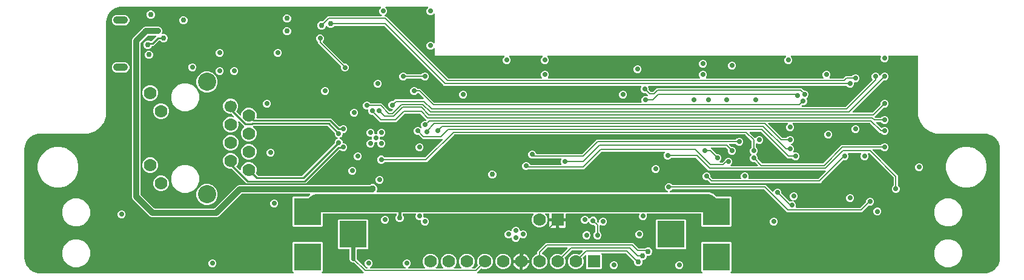
<source format=gbr>
G04 EAGLE Gerber RS-274X export*
G75*
%MOMM*%
%FSLAX34Y34*%
%LPD*%
%INBottom Copper*%
%IPPOS*%
%AMOC8*
5,1,8,0,0,1.08239X$1,22.5*%
G01*
%ADD10C,1.016000*%
%ADD11C,1.778000*%
%ADD12C,1.700000*%
%ADD13C,2.540000*%
%ADD14R,3.810000X3.810000*%
%ADD15R,1.778000X1.778000*%
%ADD16C,0.711200*%
%ADD17C,0.756400*%
%ADD18C,0.203200*%
%ADD19C,0.279400*%
%ADD20C,0.609600*%
%ADD21C,0.228600*%
%ADD22C,0.812800*%
%ADD23C,0.956400*%
%ADD24C,2.540000*%
%ADD25C,0.406400*%

G36*
X379561Y3767D02*
X379561Y3767D01*
X379590Y3764D01*
X379701Y3787D01*
X379813Y3803D01*
X379840Y3815D01*
X379869Y3820D01*
X379969Y3873D01*
X380072Y3919D01*
X380095Y3938D01*
X380121Y3951D01*
X380203Y4029D01*
X380289Y4102D01*
X380306Y4127D01*
X380327Y4147D01*
X380384Y4245D01*
X380447Y4339D01*
X380456Y4367D01*
X380471Y4392D01*
X380499Y4502D01*
X380533Y4610D01*
X380534Y4640D01*
X380541Y4668D01*
X380537Y4781D01*
X380540Y4894D01*
X380533Y4923D01*
X380532Y4952D01*
X380497Y5060D01*
X380468Y5169D01*
X380453Y5195D01*
X380444Y5223D01*
X380399Y5287D01*
X380323Y5414D01*
X380277Y5457D01*
X380249Y5496D01*
X378967Y6778D01*
X378967Y46562D01*
X380158Y47753D01*
X419942Y47753D01*
X421133Y46562D01*
X421133Y6778D01*
X419851Y5496D01*
X419833Y5472D01*
X419811Y5453D01*
X419748Y5359D01*
X419680Y5269D01*
X419669Y5241D01*
X419653Y5217D01*
X419619Y5109D01*
X419578Y5003D01*
X419576Y4974D01*
X419567Y4946D01*
X419564Y4832D01*
X419555Y4720D01*
X419561Y4691D01*
X419560Y4662D01*
X419589Y4552D01*
X419611Y4441D01*
X419624Y4415D01*
X419632Y4387D01*
X419689Y4289D01*
X419742Y4189D01*
X419762Y4167D01*
X419777Y4142D01*
X419859Y4065D01*
X419938Y3983D01*
X419963Y3968D01*
X419984Y3948D01*
X420085Y3896D01*
X420183Y3839D01*
X420211Y3832D01*
X420237Y3818D01*
X420315Y3805D01*
X420458Y3769D01*
X420521Y3771D01*
X420568Y3763D01*
X477155Y3763D01*
X477184Y3767D01*
X477213Y3764D01*
X477324Y3787D01*
X477436Y3803D01*
X477463Y3815D01*
X477492Y3820D01*
X477592Y3873D01*
X477696Y3919D01*
X477718Y3938D01*
X477744Y3951D01*
X477826Y4029D01*
X477913Y4102D01*
X477929Y4127D01*
X477950Y4147D01*
X478007Y4245D01*
X478070Y4339D01*
X478079Y4367D01*
X478094Y4392D01*
X478122Y4502D01*
X478156Y4610D01*
X478157Y4640D01*
X478164Y4668D01*
X478160Y4781D01*
X478163Y4894D01*
X478156Y4923D01*
X478155Y4952D01*
X478120Y5060D01*
X478091Y5169D01*
X478077Y5195D01*
X478067Y5223D01*
X478022Y5287D01*
X477946Y5414D01*
X477901Y5457D01*
X477873Y5496D01*
X476714Y6655D01*
X464617Y18752D01*
X464547Y18804D01*
X464483Y18864D01*
X464433Y18890D01*
X464389Y18923D01*
X464308Y18954D01*
X464230Y18994D01*
X464182Y19002D01*
X464124Y19024D01*
X463976Y19036D01*
X463899Y19049D01*
X462539Y19049D01*
X460672Y19823D01*
X459243Y21252D01*
X458469Y23119D01*
X458469Y36322D01*
X458461Y36380D01*
X458463Y36438D01*
X458441Y36520D01*
X458429Y36604D01*
X458406Y36657D01*
X458391Y36713D01*
X458348Y36786D01*
X458313Y36863D01*
X458275Y36908D01*
X458246Y36958D01*
X458184Y37016D01*
X458130Y37080D01*
X458081Y37112D01*
X458038Y37152D01*
X457963Y37191D01*
X457893Y37238D01*
X457837Y37255D01*
X457785Y37282D01*
X457717Y37293D01*
X457622Y37323D01*
X457522Y37326D01*
X457454Y37337D01*
X443658Y37337D01*
X442467Y38528D01*
X442467Y78312D01*
X443658Y79503D01*
X483442Y79503D01*
X484633Y78312D01*
X484633Y38528D01*
X483442Y37337D01*
X469646Y37337D01*
X469588Y37329D01*
X469530Y37331D01*
X469448Y37309D01*
X469364Y37297D01*
X469311Y37274D01*
X469255Y37259D01*
X469182Y37216D01*
X469105Y37181D01*
X469060Y37143D01*
X469010Y37114D01*
X468952Y37052D01*
X468888Y36998D01*
X468856Y36949D01*
X468816Y36906D01*
X468777Y36831D01*
X468730Y36761D01*
X468713Y36705D01*
X468686Y36653D01*
X468675Y36585D01*
X468645Y36490D01*
X468642Y36390D01*
X468631Y36322D01*
X468631Y23781D01*
X468643Y23695D01*
X468646Y23607D01*
X468663Y23555D01*
X468671Y23500D01*
X468706Y23420D01*
X468733Y23337D01*
X468761Y23298D01*
X468787Y23240D01*
X468883Y23127D01*
X468928Y23063D01*
X481025Y10966D01*
X481095Y10914D01*
X481159Y10854D01*
X481209Y10828D01*
X481253Y10795D01*
X481334Y10764D01*
X481412Y10724D01*
X481460Y10716D01*
X481518Y10694D01*
X481666Y10682D01*
X481743Y10669D01*
X482600Y10669D01*
X482685Y10681D01*
X482771Y10683D01*
X482825Y10701D01*
X482882Y10709D01*
X482960Y10744D01*
X483042Y10770D01*
X483089Y10802D01*
X483141Y10825D01*
X483207Y10880D01*
X483278Y10928D01*
X483315Y10972D01*
X483358Y11008D01*
X483406Y11080D01*
X483461Y11146D01*
X483484Y11198D01*
X483516Y11245D01*
X483542Y11327D01*
X483576Y11406D01*
X483584Y11462D01*
X483601Y11516D01*
X483604Y11602D01*
X483615Y11687D01*
X483607Y11743D01*
X483609Y11800D01*
X483587Y11883D01*
X483575Y11969D01*
X483551Y12020D01*
X483537Y12075D01*
X483493Y12149D01*
X483458Y12228D01*
X483421Y12271D01*
X483392Y12320D01*
X483329Y12379D01*
X483273Y12444D01*
X483231Y12470D01*
X483184Y12514D01*
X483055Y12580D01*
X482989Y12622D01*
X481974Y13042D01*
X480402Y14614D01*
X479551Y16668D01*
X479551Y18892D01*
X480402Y20946D01*
X481974Y22518D01*
X484028Y23369D01*
X486252Y23369D01*
X488306Y22518D01*
X489878Y20946D01*
X490729Y18892D01*
X490729Y16668D01*
X489878Y14614D01*
X488306Y13042D01*
X487291Y12622D01*
X487217Y12578D01*
X487139Y12543D01*
X487096Y12506D01*
X487047Y12477D01*
X486988Y12415D01*
X486922Y12359D01*
X486890Y12312D01*
X486851Y12271D01*
X486812Y12194D01*
X486764Y12123D01*
X486747Y12069D01*
X486721Y12018D01*
X486705Y11934D01*
X486679Y11852D01*
X486677Y11795D01*
X486666Y11739D01*
X486674Y11654D01*
X486671Y11568D01*
X486686Y11513D01*
X486691Y11456D01*
X486721Y11375D01*
X486743Y11293D01*
X486772Y11244D01*
X486793Y11191D01*
X486845Y11122D01*
X486888Y11048D01*
X486930Y11009D01*
X486964Y10964D01*
X487033Y10912D01*
X487096Y10854D01*
X487146Y10828D01*
X487192Y10794D01*
X487272Y10763D01*
X487349Y10724D01*
X487398Y10716D01*
X487458Y10693D01*
X487603Y10682D01*
X487680Y10669D01*
X535940Y10669D01*
X536025Y10681D01*
X536111Y10683D01*
X536165Y10701D01*
X536222Y10709D01*
X536300Y10744D01*
X536382Y10770D01*
X536429Y10802D01*
X536481Y10825D01*
X536547Y10880D01*
X536618Y10928D01*
X536655Y10972D01*
X536698Y11008D01*
X536746Y11080D01*
X536801Y11146D01*
X536824Y11198D01*
X536856Y11245D01*
X536882Y11327D01*
X536916Y11406D01*
X536924Y11462D01*
X536941Y11516D01*
X536944Y11602D01*
X536955Y11687D01*
X536947Y11743D01*
X536949Y11800D01*
X536927Y11883D01*
X536915Y11969D01*
X536891Y12020D01*
X536877Y12075D01*
X536833Y12149D01*
X536798Y12228D01*
X536761Y12271D01*
X536732Y12320D01*
X536669Y12379D01*
X536613Y12444D01*
X536571Y12470D01*
X536524Y12514D01*
X536395Y12580D01*
X536329Y12622D01*
X535314Y13042D01*
X533742Y14614D01*
X532891Y16668D01*
X532891Y18892D01*
X533742Y20946D01*
X535314Y22518D01*
X537368Y23369D01*
X539592Y23369D01*
X541646Y22518D01*
X543218Y20946D01*
X544069Y18892D01*
X544069Y16668D01*
X543218Y14614D01*
X541646Y13042D01*
X540631Y12622D01*
X540557Y12578D01*
X540479Y12543D01*
X540436Y12506D01*
X540387Y12477D01*
X540328Y12415D01*
X540262Y12359D01*
X540230Y12312D01*
X540191Y12271D01*
X540152Y12194D01*
X540104Y12123D01*
X540087Y12069D01*
X540061Y12018D01*
X540045Y11934D01*
X540019Y11852D01*
X540017Y11795D01*
X540006Y11739D01*
X540014Y11654D01*
X540011Y11568D01*
X540026Y11513D01*
X540031Y11456D01*
X540061Y11375D01*
X540083Y11293D01*
X540112Y11244D01*
X540133Y11191D01*
X540185Y11122D01*
X540228Y11048D01*
X540270Y11009D01*
X540304Y10964D01*
X540373Y10912D01*
X540436Y10854D01*
X540486Y10828D01*
X540532Y10794D01*
X540612Y10763D01*
X540689Y10724D01*
X540738Y10716D01*
X540798Y10693D01*
X540943Y10682D01*
X541020Y10669D01*
X563253Y10669D01*
X563282Y10673D01*
X563311Y10670D01*
X563423Y10693D01*
X563535Y10709D01*
X563561Y10721D01*
X563590Y10726D01*
X563691Y10779D01*
X563794Y10825D01*
X563816Y10844D01*
X563843Y10857D01*
X563925Y10935D01*
X564011Y11008D01*
X564027Y11033D01*
X564049Y11053D01*
X564106Y11151D01*
X564169Y11245D01*
X564178Y11273D01*
X564192Y11298D01*
X564220Y11408D01*
X564254Y11516D01*
X564255Y11546D01*
X564262Y11574D01*
X564259Y11687D01*
X564262Y11800D01*
X564254Y11829D01*
X564253Y11858D01*
X564218Y11966D01*
X564190Y12075D01*
X564175Y12101D01*
X564166Y12129D01*
X564120Y12192D01*
X564045Y12320D01*
X563999Y12363D01*
X563971Y12402D01*
X562240Y14133D01*
X560577Y18147D01*
X560577Y22493D01*
X562240Y26507D01*
X565313Y29580D01*
X569327Y31243D01*
X573673Y31243D01*
X577687Y29580D01*
X580760Y26507D01*
X582423Y22493D01*
X582423Y18147D01*
X580760Y14133D01*
X579029Y12402D01*
X579011Y12378D01*
X578989Y12359D01*
X578926Y12265D01*
X578858Y12175D01*
X578848Y12147D01*
X578831Y12123D01*
X578797Y12015D01*
X578757Y11909D01*
X578754Y11880D01*
X578746Y11852D01*
X578743Y11738D01*
X578733Y11626D01*
X578739Y11597D01*
X578738Y11568D01*
X578767Y11458D01*
X578789Y11347D01*
X578803Y11321D01*
X578810Y11293D01*
X578868Y11195D01*
X578920Y11095D01*
X578940Y11073D01*
X578955Y11048D01*
X579038Y10971D01*
X579116Y10889D01*
X579141Y10874D01*
X579163Y10854D01*
X579263Y10802D01*
X579361Y10745D01*
X579390Y10738D01*
X579416Y10724D01*
X579493Y10711D01*
X579637Y10675D01*
X579699Y10677D01*
X579747Y10669D01*
X588653Y10669D01*
X588682Y10673D01*
X588711Y10670D01*
X588823Y10693D01*
X588935Y10709D01*
X588961Y10721D01*
X588990Y10726D01*
X589091Y10779D01*
X589194Y10825D01*
X589216Y10844D01*
X589243Y10857D01*
X589325Y10935D01*
X589411Y11008D01*
X589427Y11033D01*
X589449Y11053D01*
X589506Y11151D01*
X589569Y11245D01*
X589578Y11273D01*
X589592Y11298D01*
X589620Y11408D01*
X589654Y11516D01*
X589655Y11546D01*
X589662Y11574D01*
X589659Y11687D01*
X589662Y11800D01*
X589654Y11829D01*
X589653Y11858D01*
X589618Y11966D01*
X589590Y12075D01*
X589575Y12101D01*
X589566Y12129D01*
X589520Y12192D01*
X589445Y12320D01*
X589399Y12363D01*
X589371Y12402D01*
X587640Y14133D01*
X585977Y18147D01*
X585977Y22493D01*
X587640Y26507D01*
X590713Y29580D01*
X594727Y31243D01*
X599073Y31243D01*
X603087Y29580D01*
X606160Y26507D01*
X607823Y22493D01*
X607823Y18147D01*
X606160Y14133D01*
X604429Y12402D01*
X604411Y12378D01*
X604389Y12359D01*
X604326Y12265D01*
X604258Y12175D01*
X604248Y12147D01*
X604231Y12123D01*
X604197Y12015D01*
X604157Y11909D01*
X604154Y11880D01*
X604146Y11852D01*
X604143Y11738D01*
X604133Y11626D01*
X604139Y11597D01*
X604138Y11568D01*
X604167Y11458D01*
X604189Y11347D01*
X604203Y11321D01*
X604210Y11293D01*
X604268Y11195D01*
X604320Y11095D01*
X604340Y11073D01*
X604355Y11048D01*
X604438Y10971D01*
X604516Y10889D01*
X604541Y10874D01*
X604563Y10854D01*
X604663Y10802D01*
X604761Y10745D01*
X604790Y10738D01*
X604816Y10724D01*
X604893Y10711D01*
X605037Y10675D01*
X605099Y10677D01*
X605147Y10669D01*
X614053Y10669D01*
X614082Y10673D01*
X614111Y10670D01*
X614223Y10693D01*
X614335Y10709D01*
X614361Y10721D01*
X614390Y10726D01*
X614491Y10779D01*
X614594Y10825D01*
X614616Y10844D01*
X614643Y10857D01*
X614725Y10935D01*
X614811Y11008D01*
X614827Y11033D01*
X614849Y11053D01*
X614906Y11151D01*
X614969Y11245D01*
X614978Y11273D01*
X614992Y11298D01*
X615020Y11408D01*
X615054Y11516D01*
X615055Y11546D01*
X615062Y11574D01*
X615059Y11687D01*
X615062Y11800D01*
X615054Y11829D01*
X615053Y11858D01*
X615018Y11966D01*
X614990Y12075D01*
X614975Y12101D01*
X614966Y12129D01*
X614920Y12192D01*
X614845Y12320D01*
X614799Y12363D01*
X614771Y12402D01*
X613040Y14133D01*
X611377Y18147D01*
X611377Y22493D01*
X613040Y26507D01*
X616113Y29580D01*
X620127Y31243D01*
X624473Y31243D01*
X628487Y29580D01*
X631560Y26507D01*
X633223Y22493D01*
X633223Y18147D01*
X631560Y14133D01*
X629829Y12402D01*
X629811Y12378D01*
X629789Y12359D01*
X629726Y12265D01*
X629658Y12175D01*
X629648Y12147D01*
X629631Y12123D01*
X629597Y12015D01*
X629557Y11909D01*
X629554Y11880D01*
X629546Y11852D01*
X629543Y11738D01*
X629533Y11626D01*
X629539Y11597D01*
X629538Y11568D01*
X629567Y11458D01*
X629589Y11347D01*
X629603Y11321D01*
X629610Y11293D01*
X629668Y11195D01*
X629720Y11095D01*
X629740Y11073D01*
X629755Y11048D01*
X629838Y10971D01*
X629916Y10889D01*
X629941Y10874D01*
X629963Y10854D01*
X630063Y10802D01*
X630161Y10745D01*
X630190Y10738D01*
X630216Y10724D01*
X630293Y10711D01*
X630437Y10675D01*
X630499Y10677D01*
X630547Y10669D01*
X633317Y10669D01*
X633403Y10681D01*
X633491Y10684D01*
X633543Y10701D01*
X633598Y10709D01*
X633678Y10744D01*
X633761Y10771D01*
X633800Y10799D01*
X633858Y10825D01*
X633971Y10921D01*
X634035Y10966D01*
X637598Y14529D01*
X637598Y14530D01*
X637600Y14531D01*
X637686Y14647D01*
X637768Y14756D01*
X637769Y14758D01*
X637770Y14759D01*
X637820Y14891D01*
X637870Y15022D01*
X637870Y15024D01*
X637870Y15025D01*
X637882Y15170D01*
X637893Y15305D01*
X637893Y15307D01*
X637893Y15308D01*
X637890Y15324D01*
X637837Y15584D01*
X637823Y15611D01*
X637818Y15636D01*
X636777Y18147D01*
X636777Y22493D01*
X638440Y26507D01*
X641513Y29580D01*
X645527Y31243D01*
X649873Y31243D01*
X653887Y29580D01*
X656960Y26507D01*
X658623Y22493D01*
X658623Y18147D01*
X656960Y14133D01*
X653887Y11060D01*
X649873Y9397D01*
X645527Y9397D01*
X643016Y10438D01*
X643014Y10438D01*
X643013Y10439D01*
X642878Y10473D01*
X642740Y10509D01*
X642739Y10509D01*
X642737Y10509D01*
X642597Y10504D01*
X642456Y10500D01*
X642455Y10500D01*
X642453Y10500D01*
X642320Y10457D01*
X642185Y10414D01*
X642184Y10413D01*
X642183Y10412D01*
X642170Y10404D01*
X641949Y10256D01*
X641929Y10232D01*
X641909Y10218D01*
X638346Y6655D01*
X637187Y5496D01*
X637170Y5472D01*
X637147Y5453D01*
X637085Y5359D01*
X637017Y5269D01*
X637006Y5241D01*
X636990Y5217D01*
X636956Y5109D01*
X636915Y5003D01*
X636913Y4974D01*
X636904Y4946D01*
X636901Y4832D01*
X636892Y4720D01*
X636897Y4691D01*
X636897Y4662D01*
X636925Y4552D01*
X636948Y4441D01*
X636961Y4415D01*
X636969Y4387D01*
X637026Y4289D01*
X637079Y4189D01*
X637099Y4167D01*
X637114Y4142D01*
X637196Y4065D01*
X637274Y3983D01*
X637300Y3968D01*
X637321Y3948D01*
X637422Y3896D01*
X637520Y3839D01*
X637548Y3832D01*
X637574Y3818D01*
X637652Y3805D01*
X637795Y3769D01*
X637858Y3771D01*
X637905Y3763D01*
X951032Y3763D01*
X951061Y3767D01*
X951090Y3764D01*
X951201Y3787D01*
X951313Y3803D01*
X951340Y3815D01*
X951369Y3820D01*
X951469Y3873D01*
X951572Y3919D01*
X951595Y3938D01*
X951621Y3951D01*
X951703Y4029D01*
X951789Y4102D01*
X951806Y4127D01*
X951827Y4147D01*
X951884Y4245D01*
X951947Y4339D01*
X951956Y4367D01*
X951971Y4392D01*
X951999Y4502D01*
X952033Y4610D01*
X952034Y4640D01*
X952041Y4668D01*
X952037Y4781D01*
X952040Y4894D01*
X952033Y4923D01*
X952032Y4952D01*
X951997Y5060D01*
X951968Y5169D01*
X951953Y5195D01*
X951944Y5223D01*
X951899Y5287D01*
X951823Y5414D01*
X951777Y5457D01*
X951749Y5496D01*
X950467Y6778D01*
X950467Y46562D01*
X951658Y47753D01*
X991442Y47753D01*
X992633Y46562D01*
X992633Y6778D01*
X991351Y5496D01*
X991333Y5472D01*
X991311Y5453D01*
X991248Y5359D01*
X991180Y5269D01*
X991169Y5241D01*
X991153Y5217D01*
X991119Y5109D01*
X991078Y5003D01*
X991076Y4974D01*
X991067Y4946D01*
X991064Y4832D01*
X991055Y4720D01*
X991061Y4691D01*
X991060Y4662D01*
X991089Y4552D01*
X991111Y4441D01*
X991124Y4415D01*
X991132Y4387D01*
X991189Y4289D01*
X991242Y4189D01*
X991262Y4167D01*
X991277Y4142D01*
X991359Y4065D01*
X991438Y3983D01*
X991463Y3968D01*
X991484Y3948D01*
X991585Y3896D01*
X991683Y3839D01*
X991711Y3832D01*
X991737Y3818D01*
X991815Y3805D01*
X991958Y3769D01*
X992021Y3771D01*
X992068Y3763D01*
X1346200Y3763D01*
X1346244Y3769D01*
X1346280Y3766D01*
X1349506Y4020D01*
X1349664Y4055D01*
X1349740Y4066D01*
X1355876Y6060D01*
X1356131Y6185D01*
X1356145Y6197D01*
X1356159Y6204D01*
X1361379Y9997D01*
X1361583Y10194D01*
X1361592Y10211D01*
X1361603Y10221D01*
X1365396Y15441D01*
X1365529Y15692D01*
X1365533Y15710D01*
X1365540Y15724D01*
X1367534Y21860D01*
X1367562Y22020D01*
X1367580Y22094D01*
X1367834Y25320D01*
X1367831Y25365D01*
X1367837Y25400D01*
X1367837Y177800D01*
X1367831Y177844D01*
X1367834Y177880D01*
X1367580Y181106D01*
X1367545Y181264D01*
X1367534Y181340D01*
X1365540Y187476D01*
X1365415Y187731D01*
X1365403Y187745D01*
X1365396Y187759D01*
X1361603Y192979D01*
X1361406Y193183D01*
X1361389Y193192D01*
X1361379Y193203D01*
X1356159Y196996D01*
X1355908Y197129D01*
X1355890Y197133D01*
X1355876Y197140D01*
X1349740Y199134D01*
X1349580Y199162D01*
X1349506Y199180D01*
X1346280Y199434D01*
X1346235Y199431D01*
X1346200Y199437D01*
X1278081Y199437D01*
X1269295Y202292D01*
X1261822Y207722D01*
X1256392Y215195D01*
X1253537Y223981D01*
X1253537Y307340D01*
X1253529Y307395D01*
X1253531Y307439D01*
X1253530Y307440D01*
X1253531Y307456D01*
X1253509Y307538D01*
X1253497Y307622D01*
X1253474Y307675D01*
X1253459Y307731D01*
X1253416Y307804D01*
X1253381Y307881D01*
X1253343Y307926D01*
X1253314Y307976D01*
X1253252Y308034D01*
X1253198Y308098D01*
X1253149Y308130D01*
X1253106Y308170D01*
X1253031Y308209D01*
X1252961Y308256D01*
X1252905Y308273D01*
X1252853Y308300D01*
X1252785Y308311D01*
X1252690Y308341D01*
X1252590Y308344D01*
X1252522Y308355D01*
X1212596Y308355D01*
X1212482Y308339D01*
X1212368Y308329D01*
X1212342Y308319D01*
X1212314Y308315D01*
X1212210Y308268D01*
X1212103Y308227D01*
X1212080Y308211D01*
X1212055Y308199D01*
X1211967Y308125D01*
X1211876Y308056D01*
X1211859Y308033D01*
X1211838Y308016D01*
X1211774Y307920D01*
X1211706Y307828D01*
X1211696Y307802D01*
X1211680Y307779D01*
X1211646Y307669D01*
X1211605Y307562D01*
X1211603Y307534D01*
X1211595Y307508D01*
X1211592Y307393D01*
X1211583Y307279D01*
X1211588Y307254D01*
X1211587Y307224D01*
X1211654Y306967D01*
X1211658Y306951D01*
X1212089Y305912D01*
X1212089Y303688D01*
X1211238Y301634D01*
X1209666Y300062D01*
X1207612Y299211D01*
X1205388Y299211D01*
X1203334Y300062D01*
X1201762Y301634D01*
X1200911Y303688D01*
X1200911Y305912D01*
X1201342Y306951D01*
X1201371Y307063D01*
X1201405Y307172D01*
X1201406Y307200D01*
X1201413Y307227D01*
X1201410Y307341D01*
X1201413Y307456D01*
X1201406Y307483D01*
X1201405Y307511D01*
X1201370Y307620D01*
X1201341Y307731D01*
X1201327Y307755D01*
X1201318Y307782D01*
X1201254Y307877D01*
X1201196Y307976D01*
X1201175Y307995D01*
X1201160Y308018D01*
X1201072Y308092D01*
X1200988Y308170D01*
X1200963Y308183D01*
X1200942Y308201D01*
X1200837Y308247D01*
X1200735Y308300D01*
X1200710Y308304D01*
X1200682Y308316D01*
X1200419Y308353D01*
X1200404Y308355D01*
X1076139Y308355D01*
X1076110Y308351D01*
X1076081Y308354D01*
X1075970Y308331D01*
X1075858Y308315D01*
X1075831Y308303D01*
X1075802Y308298D01*
X1075702Y308246D01*
X1075599Y308199D01*
X1075576Y308180D01*
X1075550Y308167D01*
X1075468Y308089D01*
X1075382Y308016D01*
X1075365Y307991D01*
X1075344Y307971D01*
X1075287Y307873D01*
X1075224Y307779D01*
X1075215Y307751D01*
X1075200Y307726D01*
X1075172Y307616D01*
X1075138Y307508D01*
X1075137Y307478D01*
X1075130Y307450D01*
X1075134Y307337D01*
X1075131Y307224D01*
X1075138Y307195D01*
X1075139Y307166D01*
X1075174Y307058D01*
X1075203Y306949D01*
X1075218Y306923D01*
X1075227Y306895D01*
X1075272Y306832D01*
X1075348Y306704D01*
X1075364Y306689D01*
X1075365Y306687D01*
X1075396Y306658D01*
X1075422Y306622D01*
X1076618Y305426D01*
X1077469Y303372D01*
X1077469Y301148D01*
X1076618Y299094D01*
X1075046Y297522D01*
X1072992Y296671D01*
X1070768Y296671D01*
X1068714Y297522D01*
X1067142Y299094D01*
X1066291Y301148D01*
X1066291Y303372D01*
X1067142Y305426D01*
X1068338Y306622D01*
X1068350Y306638D01*
X1068361Y306647D01*
X1068365Y306653D01*
X1068378Y306665D01*
X1068441Y306759D01*
X1068509Y306849D01*
X1068520Y306877D01*
X1068536Y306901D01*
X1068570Y307009D01*
X1068611Y307115D01*
X1068613Y307144D01*
X1068622Y307172D01*
X1068625Y307286D01*
X1068634Y307398D01*
X1068628Y307427D01*
X1068629Y307456D01*
X1068601Y307566D01*
X1068578Y307677D01*
X1068565Y307703D01*
X1068557Y307731D01*
X1068499Y307829D01*
X1068447Y307929D01*
X1068427Y307951D01*
X1068412Y307976D01*
X1068330Y308053D01*
X1068251Y308135D01*
X1068226Y308150D01*
X1068205Y308170D01*
X1068104Y308222D01*
X1068006Y308279D01*
X1067978Y308286D01*
X1067952Y308300D01*
X1067874Y308313D01*
X1067731Y308349D01*
X1067668Y308347D01*
X1067621Y308355D01*
X735779Y308355D01*
X735750Y308351D01*
X735721Y308354D01*
X735610Y308331D01*
X735498Y308315D01*
X735471Y308303D01*
X735442Y308298D01*
X735342Y308246D01*
X735239Y308199D01*
X735216Y308180D01*
X735190Y308167D01*
X735108Y308089D01*
X735022Y308016D01*
X735005Y307991D01*
X734984Y307971D01*
X734927Y307873D01*
X734864Y307779D01*
X734855Y307751D01*
X734840Y307726D01*
X734812Y307616D01*
X734778Y307508D01*
X734777Y307478D01*
X734770Y307450D01*
X734774Y307337D01*
X734771Y307224D01*
X734778Y307195D01*
X734779Y307166D01*
X734814Y307058D01*
X734843Y306949D01*
X734858Y306923D01*
X734867Y306895D01*
X734912Y306832D01*
X734988Y306704D01*
X735004Y306689D01*
X735005Y306687D01*
X735036Y306658D01*
X735062Y306622D01*
X736258Y305426D01*
X737109Y303372D01*
X737109Y301148D01*
X736258Y299094D01*
X734686Y297522D01*
X732632Y296671D01*
X730408Y296671D01*
X728354Y297522D01*
X726782Y299094D01*
X725931Y301148D01*
X725931Y303372D01*
X726782Y305426D01*
X727978Y306622D01*
X727990Y306638D01*
X728001Y306647D01*
X728005Y306653D01*
X728018Y306665D01*
X728081Y306759D01*
X728149Y306849D01*
X728160Y306877D01*
X728176Y306901D01*
X728210Y307009D01*
X728251Y307115D01*
X728253Y307144D01*
X728262Y307172D01*
X728265Y307286D01*
X728274Y307398D01*
X728268Y307427D01*
X728269Y307456D01*
X728241Y307566D01*
X728218Y307677D01*
X728205Y307703D01*
X728197Y307731D01*
X728139Y307829D01*
X728087Y307929D01*
X728067Y307951D01*
X728052Y307976D01*
X727970Y308053D01*
X727891Y308135D01*
X727866Y308150D01*
X727845Y308170D01*
X727744Y308222D01*
X727646Y308279D01*
X727618Y308286D01*
X727592Y308300D01*
X727514Y308313D01*
X727371Y308349D01*
X727308Y308347D01*
X727261Y308355D01*
X682439Y308355D01*
X682410Y308351D01*
X682381Y308354D01*
X682270Y308331D01*
X682158Y308315D01*
X682131Y308303D01*
X682102Y308298D01*
X682002Y308246D01*
X681899Y308199D01*
X681876Y308180D01*
X681850Y308167D01*
X681768Y308089D01*
X681682Y308016D01*
X681665Y307991D01*
X681644Y307971D01*
X681587Y307873D01*
X681524Y307779D01*
X681515Y307751D01*
X681500Y307726D01*
X681472Y307616D01*
X681438Y307508D01*
X681437Y307478D01*
X681430Y307450D01*
X681434Y307337D01*
X681431Y307224D01*
X681438Y307195D01*
X681439Y307166D01*
X681474Y307058D01*
X681503Y306949D01*
X681518Y306923D01*
X681527Y306895D01*
X681572Y306832D01*
X681648Y306704D01*
X681664Y306689D01*
X681665Y306687D01*
X681696Y306658D01*
X681722Y306622D01*
X682918Y305426D01*
X683769Y303372D01*
X683769Y301148D01*
X682918Y299094D01*
X681346Y297522D01*
X679292Y296671D01*
X677068Y296671D01*
X675014Y297522D01*
X673442Y299094D01*
X672591Y301148D01*
X672591Y303372D01*
X673442Y305426D01*
X674638Y306622D01*
X674650Y306638D01*
X674661Y306647D01*
X674665Y306653D01*
X674678Y306665D01*
X674741Y306759D01*
X674809Y306849D01*
X674820Y306877D01*
X674836Y306901D01*
X674870Y307009D01*
X674911Y307115D01*
X674913Y307144D01*
X674922Y307172D01*
X674925Y307286D01*
X674934Y307398D01*
X674928Y307427D01*
X674929Y307456D01*
X674901Y307566D01*
X674878Y307677D01*
X674865Y307703D01*
X674857Y307731D01*
X674799Y307829D01*
X674747Y307929D01*
X674727Y307951D01*
X674712Y307976D01*
X674630Y308053D01*
X674551Y308135D01*
X674526Y308150D01*
X674505Y308170D01*
X674404Y308222D01*
X674306Y308279D01*
X674278Y308286D01*
X674252Y308300D01*
X674174Y308313D01*
X674031Y308349D01*
X673968Y308347D01*
X673921Y308355D01*
X577595Y308355D01*
X577595Y318321D01*
X577591Y318350D01*
X577594Y318379D01*
X577571Y318490D01*
X577555Y318602D01*
X577543Y318629D01*
X577538Y318658D01*
X577486Y318758D01*
X577439Y318861D01*
X577420Y318884D01*
X577407Y318910D01*
X577329Y318992D01*
X577256Y319078D01*
X577231Y319095D01*
X577211Y319116D01*
X577113Y319173D01*
X577019Y319236D01*
X576991Y319245D01*
X576966Y319260D01*
X576856Y319288D01*
X576748Y319322D01*
X576718Y319323D01*
X576690Y319330D01*
X576577Y319326D01*
X576464Y319329D01*
X576435Y319322D01*
X576406Y319321D01*
X576298Y319286D01*
X576189Y319257D01*
X576163Y319242D01*
X576135Y319233D01*
X576072Y319188D01*
X575944Y319112D01*
X575901Y319066D01*
X575862Y319038D01*
X574666Y317842D01*
X572612Y316991D01*
X570388Y316991D01*
X568334Y317842D01*
X566762Y319414D01*
X565911Y321468D01*
X565911Y323692D01*
X566762Y325746D01*
X568334Y327318D01*
X570388Y328169D01*
X572612Y328169D01*
X574666Y327318D01*
X575862Y326122D01*
X575886Y326104D01*
X575905Y326082D01*
X575999Y326019D01*
X576089Y325951D01*
X576117Y325940D01*
X576141Y325924D01*
X576249Y325890D01*
X576355Y325849D01*
X576384Y325847D01*
X576412Y325838D01*
X576526Y325835D01*
X576638Y325826D01*
X576667Y325832D01*
X576696Y325831D01*
X576806Y325859D01*
X576917Y325882D01*
X576943Y325895D01*
X576971Y325903D01*
X577069Y325961D01*
X577169Y326013D01*
X577191Y326033D01*
X577216Y326048D01*
X577293Y326130D01*
X577375Y326209D01*
X577390Y326234D01*
X577410Y326255D01*
X577462Y326356D01*
X577519Y326454D01*
X577526Y326482D01*
X577540Y326508D01*
X577553Y326586D01*
X577589Y326729D01*
X577587Y326792D01*
X577595Y326839D01*
X577595Y366581D01*
X577591Y366610D01*
X577594Y366639D01*
X577571Y366750D01*
X577555Y366862D01*
X577543Y366889D01*
X577538Y366918D01*
X577486Y367018D01*
X577439Y367121D01*
X577420Y367144D01*
X577407Y367170D01*
X577329Y367252D01*
X577256Y367338D01*
X577231Y367355D01*
X577211Y367376D01*
X577113Y367433D01*
X577019Y367496D01*
X576991Y367505D01*
X576966Y367520D01*
X576856Y367548D01*
X576748Y367582D01*
X576718Y367583D01*
X576690Y367590D01*
X576577Y367586D01*
X576464Y367589D01*
X576435Y367582D01*
X576406Y367581D01*
X576298Y367546D01*
X576189Y367517D01*
X576163Y367502D01*
X576135Y367493D01*
X576072Y367448D01*
X575944Y367372D01*
X575901Y367326D01*
X575862Y367298D01*
X574666Y366102D01*
X572612Y365251D01*
X570388Y365251D01*
X568334Y366102D01*
X566762Y367674D01*
X565911Y369728D01*
X565911Y371952D01*
X566762Y374006D01*
X568260Y375504D01*
X568278Y375528D01*
X568301Y375547D01*
X568363Y375641D01*
X568431Y375731D01*
X568442Y375759D01*
X568458Y375783D01*
X568492Y375891D01*
X568533Y375997D01*
X568535Y376026D01*
X568544Y376054D01*
X568547Y376168D01*
X568556Y376280D01*
X568550Y376309D01*
X568551Y376338D01*
X568523Y376448D01*
X568500Y376559D01*
X568487Y376585D01*
X568479Y376613D01*
X568422Y376711D01*
X568369Y376811D01*
X568349Y376833D01*
X568334Y376858D01*
X568252Y376935D01*
X568174Y377017D01*
X568148Y377032D01*
X568127Y377052D01*
X568026Y377104D01*
X567928Y377161D01*
X567900Y377168D01*
X567874Y377182D01*
X567796Y377195D01*
X567653Y377231D01*
X567590Y377229D01*
X567543Y377237D01*
X509417Y377237D01*
X509388Y377233D01*
X509359Y377236D01*
X509248Y377213D01*
X509136Y377197D01*
X509109Y377185D01*
X509080Y377180D01*
X508980Y377127D01*
X508876Y377081D01*
X508854Y377062D01*
X508828Y377049D01*
X508746Y376971D01*
X508659Y376898D01*
X508643Y376873D01*
X508622Y376853D01*
X508565Y376755D01*
X508502Y376661D01*
X508493Y376633D01*
X508478Y376608D01*
X508450Y376498D01*
X508416Y376390D01*
X508415Y376360D01*
X508408Y376332D01*
X508412Y376219D01*
X508409Y376106D01*
X508416Y376077D01*
X508417Y376048D01*
X508452Y375940D01*
X508481Y375831D01*
X508496Y375805D01*
X508505Y375777D01*
X508550Y375713D01*
X508626Y375586D01*
X508672Y375543D01*
X508700Y375504D01*
X510198Y374006D01*
X511049Y371952D01*
X511049Y369728D01*
X510198Y367674D01*
X508626Y366102D01*
X507795Y365758D01*
X507721Y365714D01*
X507642Y365679D01*
X507599Y365642D01*
X507550Y365613D01*
X507491Y365551D01*
X507425Y365495D01*
X507394Y365448D01*
X507355Y365407D01*
X507316Y365330D01*
X507268Y365259D01*
X507251Y365205D01*
X507225Y365154D01*
X507208Y365070D01*
X507182Y364988D01*
X507181Y364931D01*
X507170Y364875D01*
X507177Y364790D01*
X507175Y364704D01*
X507189Y364648D01*
X507194Y364592D01*
X507225Y364512D01*
X507247Y364429D01*
X507276Y364380D01*
X507296Y364327D01*
X507348Y364258D01*
X507392Y364184D01*
X507433Y364145D01*
X507468Y364100D01*
X507537Y364048D01*
X507599Y363990D01*
X507650Y363964D01*
X507695Y363930D01*
X507776Y363899D01*
X507852Y363860D01*
X507901Y363852D01*
X507961Y363829D01*
X508106Y363818D01*
X508183Y363805D01*
X509263Y363805D01*
X596191Y276876D01*
X596261Y276824D01*
X596325Y276764D01*
X596375Y276738D01*
X596419Y276705D01*
X596500Y276674D01*
X596578Y276634D01*
X596626Y276626D01*
X596684Y276604D01*
X596832Y276592D01*
X596909Y276579D01*
X726527Y276579D01*
X726556Y276583D01*
X726585Y276580D01*
X726696Y276603D01*
X726808Y276619D01*
X726835Y276631D01*
X726864Y276636D01*
X726964Y276689D01*
X727068Y276735D01*
X727090Y276754D01*
X727116Y276767D01*
X727198Y276845D01*
X727285Y276918D01*
X727301Y276943D01*
X727322Y276963D01*
X727379Y277061D01*
X727442Y277155D01*
X727451Y277183D01*
X727466Y277208D01*
X727494Y277318D01*
X727528Y277426D01*
X727529Y277456D01*
X727536Y277484D01*
X727532Y277597D01*
X727535Y277710D01*
X727528Y277739D01*
X727527Y277768D01*
X727492Y277876D01*
X727463Y277985D01*
X727448Y278011D01*
X727439Y278039D01*
X727394Y278103D01*
X727318Y278230D01*
X727272Y278273D01*
X727244Y278312D01*
X726782Y278774D01*
X725931Y280828D01*
X725931Y283052D01*
X726782Y285106D01*
X728354Y286678D01*
X730408Y287529D01*
X732632Y287529D01*
X734686Y286678D01*
X736258Y285106D01*
X737109Y283052D01*
X737109Y280828D01*
X736258Y278774D01*
X735796Y278312D01*
X735778Y278288D01*
X735755Y278269D01*
X735693Y278175D01*
X735625Y278085D01*
X735614Y278057D01*
X735598Y278033D01*
X735564Y277925D01*
X735523Y277819D01*
X735521Y277790D01*
X735512Y277762D01*
X735509Y277648D01*
X735500Y277536D01*
X735506Y277507D01*
X735505Y277478D01*
X735533Y277368D01*
X735556Y277257D01*
X735569Y277231D01*
X735577Y277203D01*
X735634Y277105D01*
X735687Y277005D01*
X735707Y276983D01*
X735722Y276958D01*
X735805Y276881D01*
X735882Y276799D01*
X735908Y276784D01*
X735929Y276764D01*
X736030Y276712D01*
X736128Y276655D01*
X736156Y276648D01*
X736182Y276634D01*
X736260Y276621D01*
X736403Y276585D01*
X736466Y276587D01*
X736513Y276579D01*
X947507Y276579D01*
X947536Y276583D01*
X947565Y276580D01*
X947676Y276603D01*
X947788Y276619D01*
X947815Y276631D01*
X947844Y276636D01*
X947944Y276689D01*
X948048Y276735D01*
X948070Y276754D01*
X948096Y276767D01*
X948178Y276845D01*
X948265Y276918D01*
X948281Y276943D01*
X948302Y276963D01*
X948359Y277061D01*
X948422Y277155D01*
X948431Y277183D01*
X948446Y277208D01*
X948474Y277318D01*
X948508Y277426D01*
X948509Y277456D01*
X948516Y277484D01*
X948512Y277597D01*
X948515Y277710D01*
X948508Y277739D01*
X948507Y277768D01*
X948472Y277876D01*
X948443Y277985D01*
X948428Y278011D01*
X948419Y278039D01*
X948374Y278103D01*
X948298Y278230D01*
X948252Y278273D01*
X948224Y278312D01*
X947762Y278774D01*
X946911Y280828D01*
X946911Y283052D01*
X947762Y285106D01*
X949334Y286678D01*
X951388Y287529D01*
X953612Y287529D01*
X955666Y286678D01*
X957238Y285106D01*
X958089Y283052D01*
X958089Y280828D01*
X957238Y278774D01*
X956776Y278312D01*
X956758Y278288D01*
X956735Y278269D01*
X956673Y278175D01*
X956605Y278085D01*
X956594Y278057D01*
X956578Y278033D01*
X956544Y277925D01*
X956503Y277819D01*
X956501Y277790D01*
X956492Y277762D01*
X956489Y277648D01*
X956480Y277536D01*
X956486Y277507D01*
X956485Y277478D01*
X956513Y277368D01*
X956536Y277257D01*
X956549Y277231D01*
X956557Y277203D01*
X956614Y277105D01*
X956667Y277005D01*
X956687Y276983D01*
X956702Y276958D01*
X956785Y276881D01*
X956862Y276799D01*
X956888Y276784D01*
X956909Y276764D01*
X957010Y276712D01*
X957108Y276655D01*
X957136Y276648D01*
X957162Y276634D01*
X957240Y276621D01*
X957383Y276585D01*
X957446Y276587D01*
X957493Y276579D01*
X1120227Y276579D01*
X1120256Y276583D01*
X1120285Y276580D01*
X1120396Y276603D01*
X1120508Y276619D01*
X1120535Y276631D01*
X1120564Y276636D01*
X1120664Y276689D01*
X1120768Y276735D01*
X1120790Y276754D01*
X1120816Y276767D01*
X1120898Y276845D01*
X1120985Y276918D01*
X1121001Y276943D01*
X1121022Y276963D01*
X1121079Y277061D01*
X1121142Y277155D01*
X1121151Y277183D01*
X1121166Y277208D01*
X1121194Y277318D01*
X1121228Y277426D01*
X1121229Y277456D01*
X1121236Y277484D01*
X1121232Y277597D01*
X1121235Y277710D01*
X1121228Y277739D01*
X1121227Y277768D01*
X1121192Y277876D01*
X1121163Y277985D01*
X1121148Y278011D01*
X1121139Y278039D01*
X1121094Y278103D01*
X1121018Y278230D01*
X1120972Y278273D01*
X1120944Y278312D01*
X1120482Y278774D01*
X1119631Y280828D01*
X1119631Y283052D01*
X1120482Y285106D01*
X1122054Y286678D01*
X1124108Y287529D01*
X1126332Y287529D01*
X1128386Y286678D01*
X1129958Y285106D01*
X1130809Y283052D01*
X1130809Y280828D01*
X1129958Y278774D01*
X1129496Y278312D01*
X1129478Y278288D01*
X1129455Y278269D01*
X1129393Y278175D01*
X1129325Y278085D01*
X1129314Y278057D01*
X1129298Y278033D01*
X1129264Y277925D01*
X1129223Y277819D01*
X1129221Y277790D01*
X1129212Y277762D01*
X1129209Y277648D01*
X1129200Y277536D01*
X1129206Y277507D01*
X1129205Y277478D01*
X1129233Y277368D01*
X1129256Y277257D01*
X1129269Y277231D01*
X1129277Y277203D01*
X1129334Y277105D01*
X1129387Y277005D01*
X1129407Y276983D01*
X1129422Y276958D01*
X1129505Y276881D01*
X1129582Y276799D01*
X1129608Y276784D01*
X1129629Y276764D01*
X1129730Y276712D01*
X1129828Y276655D01*
X1129856Y276648D01*
X1129882Y276634D01*
X1129960Y276621D01*
X1130103Y276585D01*
X1130166Y276587D01*
X1130213Y276579D01*
X1148147Y276579D01*
X1148233Y276591D01*
X1148321Y276594D01*
X1148373Y276611D01*
X1148428Y276619D01*
X1148508Y276654D01*
X1148591Y276681D01*
X1148630Y276709D01*
X1148688Y276735D01*
X1148801Y276831D01*
X1148865Y276876D01*
X1151897Y279909D01*
X1160585Y279909D01*
X1160671Y279921D01*
X1160759Y279924D01*
X1160811Y279941D01*
X1160866Y279949D01*
X1160946Y279984D01*
X1161029Y280011D01*
X1161068Y280039D01*
X1161125Y280065D01*
X1161239Y280161D01*
X1161302Y280206D01*
X1162694Y281598D01*
X1164748Y282449D01*
X1166972Y282449D01*
X1169026Y281598D01*
X1170598Y280026D01*
X1171449Y277972D01*
X1171449Y275748D01*
X1170598Y273694D01*
X1169026Y272122D01*
X1166972Y271271D01*
X1164844Y271271D01*
X1164786Y271263D01*
X1164728Y271265D01*
X1164646Y271243D01*
X1164562Y271231D01*
X1164509Y271208D01*
X1164453Y271193D01*
X1164380Y271150D01*
X1164303Y271115D01*
X1164258Y271077D01*
X1164208Y271048D01*
X1164150Y270986D01*
X1164086Y270932D01*
X1164054Y270883D01*
X1164014Y270840D01*
X1163975Y270765D01*
X1163928Y270695D01*
X1163911Y270639D01*
X1163884Y270587D01*
X1163873Y270519D01*
X1163843Y270424D01*
X1163840Y270324D01*
X1163829Y270256D01*
X1163829Y268128D01*
X1162978Y266074D01*
X1161406Y264502D01*
X1159352Y263651D01*
X1157128Y263651D01*
X1155074Y264502D01*
X1153682Y265894D01*
X1153613Y265946D01*
X1153549Y266006D01*
X1153499Y266032D01*
X1153455Y266065D01*
X1153374Y266096D01*
X1153296Y266136D01*
X1153248Y266144D01*
X1153190Y266166D01*
X1153042Y266178D01*
X1152965Y266191D01*
X876895Y266191D01*
X876781Y266175D01*
X876667Y266165D01*
X876641Y266155D01*
X876614Y266151D01*
X876509Y266104D01*
X876402Y266063D01*
X876380Y266047D01*
X876354Y266035D01*
X876267Y265961D01*
X876175Y265892D01*
X876158Y265869D01*
X876137Y265852D01*
X876074Y265756D01*
X876005Y265664D01*
X875995Y265638D01*
X875980Y265615D01*
X875945Y265505D01*
X875904Y265398D01*
X875902Y265370D01*
X875894Y265344D01*
X875891Y265229D01*
X875882Y265115D01*
X875887Y265090D01*
X875887Y265060D01*
X875954Y264803D01*
X875957Y264787D01*
X876809Y262732D01*
X876809Y260763D01*
X876821Y260677D01*
X876824Y260589D01*
X876841Y260537D01*
X876849Y260482D01*
X876884Y260402D01*
X876911Y260319D01*
X876939Y260280D01*
X876965Y260222D01*
X877061Y260109D01*
X877106Y260045D01*
X878789Y258362D01*
X878859Y258310D01*
X878923Y258250D01*
X878973Y258224D01*
X879017Y258191D01*
X879098Y258160D01*
X879176Y258120D01*
X879224Y258112D01*
X879282Y258090D01*
X879430Y258078D01*
X879507Y258065D01*
X882432Y258065D01*
X882519Y258077D01*
X882606Y258080D01*
X882659Y258097D01*
X882714Y258105D01*
X882793Y258140D01*
X882877Y258167D01*
X882916Y258195D01*
X882973Y258221D01*
X883086Y258317D01*
X883150Y258362D01*
X887933Y263145D01*
X1090574Y263145D01*
X1093582Y260137D01*
X1093652Y260084D01*
X1093716Y260024D01*
X1093765Y259999D01*
X1093810Y259966D01*
X1093891Y259935D01*
X1093969Y259895D01*
X1094017Y259887D01*
X1094075Y259864D01*
X1094223Y259852D01*
X1094300Y259839D01*
X1095601Y259839D01*
X1097655Y258988D01*
X1099227Y257416D01*
X1100078Y255362D01*
X1100078Y253139D01*
X1099227Y251085D01*
X1097655Y249513D01*
X1097592Y249486D01*
X1097493Y249428D01*
X1097391Y249375D01*
X1097371Y249356D01*
X1097347Y249342D01*
X1097268Y249258D01*
X1097185Y249179D01*
X1097171Y249155D01*
X1097152Y249135D01*
X1097100Y249033D01*
X1097041Y248934D01*
X1097035Y248907D01*
X1097022Y248883D01*
X1097000Y248770D01*
X1096971Y248659D01*
X1096972Y248631D01*
X1096967Y248604D01*
X1096977Y248489D01*
X1096980Y248374D01*
X1096989Y248348D01*
X1096991Y248320D01*
X1097033Y248213D01*
X1097068Y248104D01*
X1097082Y248084D01*
X1097093Y248055D01*
X1097254Y247842D01*
X1097263Y247831D01*
X1097297Y247796D01*
X1098148Y245742D01*
X1098148Y243518D01*
X1097297Y241464D01*
X1095725Y239892D01*
X1093671Y239041D01*
X1091703Y239041D01*
X1091616Y239029D01*
X1091529Y239026D01*
X1091476Y239009D01*
X1091421Y239001D01*
X1091342Y238966D01*
X1091258Y238939D01*
X1091219Y238911D01*
X1091162Y238885D01*
X1091049Y238789D01*
X1090985Y238744D01*
X1090703Y238462D01*
X1090685Y238438D01*
X1090663Y238419D01*
X1090600Y238325D01*
X1090532Y238235D01*
X1090522Y238207D01*
X1090505Y238183D01*
X1090471Y238075D01*
X1090431Y237969D01*
X1090429Y237940D01*
X1090420Y237912D01*
X1090417Y237799D01*
X1090407Y237686D01*
X1090413Y237657D01*
X1090412Y237628D01*
X1090441Y237518D01*
X1090463Y237407D01*
X1090477Y237381D01*
X1090484Y237353D01*
X1090542Y237255D01*
X1090594Y237155D01*
X1090614Y237133D01*
X1090629Y237108D01*
X1090712Y237031D01*
X1090790Y236949D01*
X1090815Y236934D01*
X1090837Y236914D01*
X1090937Y236862D01*
X1091035Y236805D01*
X1091064Y236798D01*
X1091090Y236784D01*
X1091167Y236771D01*
X1091311Y236735D01*
X1091373Y236737D01*
X1091421Y236729D01*
X1151477Y236729D01*
X1151563Y236741D01*
X1151651Y236744D01*
X1151703Y236761D01*
X1151758Y236769D01*
X1151838Y236804D01*
X1151921Y236831D01*
X1151960Y236859D01*
X1152018Y236885D01*
X1152131Y236981D01*
X1152195Y237026D01*
X1189515Y274346D01*
X1189550Y274393D01*
X1189592Y274433D01*
X1189635Y274506D01*
X1189685Y274573D01*
X1189706Y274628D01*
X1189736Y274678D01*
X1189757Y274760D01*
X1189787Y274839D01*
X1189791Y274897D01*
X1189806Y274954D01*
X1189803Y275038D01*
X1189810Y275122D01*
X1189799Y275180D01*
X1189797Y275238D01*
X1189771Y275318D01*
X1189754Y275401D01*
X1189727Y275453D01*
X1189709Y275509D01*
X1189669Y275565D01*
X1189623Y275653D01*
X1189555Y275726D01*
X1189515Y275782D01*
X1189062Y276234D01*
X1188211Y278288D01*
X1188211Y280512D01*
X1189062Y282566D01*
X1190634Y284138D01*
X1192688Y284989D01*
X1194912Y284989D01*
X1196966Y284138D01*
X1198538Y282566D01*
X1199212Y280938D01*
X1199227Y280913D01*
X1199236Y280885D01*
X1199299Y280791D01*
X1199357Y280693D01*
X1199378Y280673D01*
X1199394Y280649D01*
X1199481Y280576D01*
X1199563Y280498D01*
X1199589Y280485D01*
X1199612Y280466D01*
X1199715Y280420D01*
X1199816Y280368D01*
X1199845Y280362D01*
X1199872Y280350D01*
X1199984Y280335D01*
X1200095Y280313D01*
X1200124Y280316D01*
X1200153Y280312D01*
X1200265Y280328D01*
X1200378Y280337D01*
X1200405Y280348D01*
X1200434Y280352D01*
X1200538Y280399D01*
X1200643Y280439D01*
X1200667Y280457D01*
X1200694Y280469D01*
X1200780Y280543D01*
X1200870Y280611D01*
X1200888Y280635D01*
X1200910Y280654D01*
X1200952Y280720D01*
X1201040Y280839D01*
X1201062Y280897D01*
X1201088Y280938D01*
X1201762Y282566D01*
X1203334Y284138D01*
X1205388Y284989D01*
X1207612Y284989D01*
X1209666Y284138D01*
X1211238Y282566D01*
X1212089Y280512D01*
X1212089Y278288D01*
X1211238Y276234D01*
X1209666Y274662D01*
X1207612Y273811D01*
X1205643Y273811D01*
X1205557Y273799D01*
X1205469Y273796D01*
X1205417Y273779D01*
X1205362Y273771D01*
X1205282Y273736D01*
X1205199Y273709D01*
X1205160Y273681D01*
X1205102Y273655D01*
X1204989Y273559D01*
X1204925Y273514D01*
X1161745Y230334D01*
X1161728Y230310D01*
X1161705Y230291D01*
X1161643Y230197D01*
X1161575Y230107D01*
X1161564Y230079D01*
X1161548Y230055D01*
X1161514Y229947D01*
X1161473Y229841D01*
X1161471Y229812D01*
X1161462Y229784D01*
X1161459Y229670D01*
X1161450Y229558D01*
X1161455Y229529D01*
X1161455Y229500D01*
X1161483Y229390D01*
X1161506Y229279D01*
X1161519Y229253D01*
X1161527Y229225D01*
X1161584Y229127D01*
X1161637Y229027D01*
X1161657Y229005D01*
X1161672Y228980D01*
X1161754Y228903D01*
X1161832Y228821D01*
X1161858Y228806D01*
X1161879Y228786D01*
X1161980Y228734D01*
X1162078Y228677D01*
X1162106Y228670D01*
X1162132Y228656D01*
X1162210Y228643D01*
X1162353Y228607D01*
X1162416Y228609D01*
X1162463Y228601D01*
X1189069Y228601D01*
X1189155Y228613D01*
X1189243Y228616D01*
X1189295Y228633D01*
X1189350Y228641D01*
X1189430Y228676D01*
X1189513Y228703D01*
X1189552Y228731D01*
X1189610Y228757D01*
X1189723Y228853D01*
X1189787Y228898D01*
X1200614Y239725D01*
X1200666Y239795D01*
X1200726Y239859D01*
X1200752Y239909D01*
X1200785Y239953D01*
X1200816Y240034D01*
X1200856Y240112D01*
X1200864Y240160D01*
X1200886Y240218D01*
X1200898Y240366D01*
X1200911Y240443D01*
X1200911Y242412D01*
X1201762Y244466D01*
X1203334Y246038D01*
X1205388Y246889D01*
X1207612Y246889D01*
X1209666Y246038D01*
X1211238Y244466D01*
X1212089Y242412D01*
X1212089Y240188D01*
X1211238Y238134D01*
X1209666Y236562D01*
X1207612Y235711D01*
X1205643Y235711D01*
X1205557Y235699D01*
X1205469Y235696D01*
X1205417Y235679D01*
X1205362Y235671D01*
X1205282Y235636D01*
X1205199Y235609D01*
X1205160Y235581D01*
X1205102Y235555D01*
X1204989Y235459D01*
X1204925Y235414D01*
X1194098Y224587D01*
X1194098Y224586D01*
X1192813Y223302D01*
X1192778Y223255D01*
X1192736Y223215D01*
X1192693Y223142D01*
X1192642Y223074D01*
X1192621Y223020D01*
X1192592Y222969D01*
X1192571Y222888D01*
X1192541Y222809D01*
X1192536Y222750D01*
X1192522Y222694D01*
X1192524Y222610D01*
X1192517Y222525D01*
X1192529Y222468D01*
X1192531Y222410D01*
X1192557Y222329D01*
X1192573Y222247D01*
X1192600Y222195D01*
X1192618Y222139D01*
X1192658Y222083D01*
X1192704Y221994D01*
X1192773Y221922D01*
X1192813Y221866D01*
X1192893Y221786D01*
X1192963Y221734D01*
X1193027Y221674D01*
X1193076Y221648D01*
X1193120Y221615D01*
X1193202Y221584D01*
X1193280Y221544D01*
X1193327Y221536D01*
X1193386Y221514D01*
X1193533Y221502D01*
X1193611Y221489D01*
X1201225Y221489D01*
X1201311Y221501D01*
X1201399Y221504D01*
X1201451Y221521D01*
X1201506Y221529D01*
X1201586Y221564D01*
X1201669Y221591D01*
X1201708Y221619D01*
X1201765Y221645D01*
X1201879Y221741D01*
X1201942Y221786D01*
X1203334Y223178D01*
X1205388Y224029D01*
X1207612Y224029D01*
X1209666Y223178D01*
X1211238Y221606D01*
X1212089Y219552D01*
X1212089Y217328D01*
X1211238Y215274D01*
X1209666Y213702D01*
X1207612Y212851D01*
X1205388Y212851D01*
X1203334Y213702D01*
X1201942Y215094D01*
X1201873Y215146D01*
X1201809Y215206D01*
X1201759Y215232D01*
X1201715Y215265D01*
X1201633Y215296D01*
X1201556Y215336D01*
X1201508Y215344D01*
X1201450Y215366D01*
X1201302Y215378D01*
X1201225Y215391D01*
X1195991Y215391D01*
X1195962Y215387D01*
X1195933Y215390D01*
X1195822Y215367D01*
X1195710Y215351D01*
X1195683Y215339D01*
X1195654Y215334D01*
X1195554Y215282D01*
X1195450Y215235D01*
X1195428Y215216D01*
X1195402Y215203D01*
X1195320Y215125D01*
X1195233Y215052D01*
X1195217Y215027D01*
X1195196Y215007D01*
X1195139Y214909D01*
X1195076Y214815D01*
X1195067Y214787D01*
X1195052Y214762D01*
X1195024Y214652D01*
X1194990Y214544D01*
X1194989Y214514D01*
X1194982Y214486D01*
X1194986Y214373D01*
X1194983Y214260D01*
X1194990Y214231D01*
X1194991Y214202D01*
X1195026Y214094D01*
X1195055Y213985D01*
X1195070Y213959D01*
X1195079Y213931D01*
X1195124Y213868D01*
X1195200Y213740D01*
X1195245Y213697D01*
X1195273Y213658D01*
X1201446Y207485D01*
X1201493Y207450D01*
X1201533Y207408D01*
X1201606Y207365D01*
X1201673Y207315D01*
X1201728Y207294D01*
X1201778Y207264D01*
X1201860Y207243D01*
X1201939Y207213D01*
X1201997Y207209D01*
X1202054Y207194D01*
X1202138Y207197D01*
X1202222Y207190D01*
X1202280Y207201D01*
X1202338Y207203D01*
X1202418Y207229D01*
X1202501Y207246D01*
X1202553Y207273D01*
X1202609Y207291D01*
X1202665Y207331D01*
X1202753Y207377D01*
X1202826Y207445D01*
X1202882Y207485D01*
X1203334Y207938D01*
X1205388Y208789D01*
X1207612Y208789D01*
X1209666Y207938D01*
X1211238Y206366D01*
X1212089Y204312D01*
X1212089Y202088D01*
X1211238Y200034D01*
X1209666Y198462D01*
X1207612Y197611D01*
X1205388Y197611D01*
X1203334Y198462D01*
X1201942Y199854D01*
X1201873Y199906D01*
X1201809Y199966D01*
X1201759Y199992D01*
X1201715Y200025D01*
X1201634Y200056D01*
X1201556Y200096D01*
X1201508Y200104D01*
X1201450Y200126D01*
X1201302Y200138D01*
X1201225Y200151D01*
X1200157Y200151D01*
X1186231Y214078D01*
X1186161Y214130D01*
X1186097Y214190D01*
X1186047Y214216D01*
X1186003Y214249D01*
X1185922Y214280D01*
X1185844Y214320D01*
X1185796Y214328D01*
X1185738Y214350D01*
X1185590Y214362D01*
X1185513Y214375D01*
X1078679Y214375D01*
X1078650Y214371D01*
X1078621Y214374D01*
X1078510Y214351D01*
X1078398Y214335D01*
X1078371Y214323D01*
X1078342Y214318D01*
X1078242Y214265D01*
X1078138Y214219D01*
X1078116Y214200D01*
X1078090Y214187D01*
X1078008Y214109D01*
X1077921Y214036D01*
X1077905Y214011D01*
X1077884Y213991D01*
X1077827Y213893D01*
X1077764Y213799D01*
X1077755Y213771D01*
X1077740Y213746D01*
X1077712Y213636D01*
X1077678Y213528D01*
X1077677Y213498D01*
X1077670Y213470D01*
X1077674Y213357D01*
X1077671Y213244D01*
X1077678Y213215D01*
X1077679Y213186D01*
X1077714Y213078D01*
X1077743Y212969D01*
X1077758Y212943D01*
X1077767Y212915D01*
X1077812Y212851D01*
X1077888Y212724D01*
X1077934Y212681D01*
X1077962Y212642D01*
X1079158Y211446D01*
X1080009Y209392D01*
X1080009Y207168D01*
X1079158Y205114D01*
X1077586Y203542D01*
X1075532Y202691D01*
X1073308Y202691D01*
X1071254Y203542D01*
X1069682Y205114D01*
X1068831Y207168D01*
X1068831Y209392D01*
X1069682Y211446D01*
X1070878Y212642D01*
X1070896Y212666D01*
X1070919Y212685D01*
X1070981Y212779D01*
X1071049Y212869D01*
X1071060Y212897D01*
X1071076Y212921D01*
X1071110Y213029D01*
X1071151Y213135D01*
X1071153Y213164D01*
X1071162Y213192D01*
X1071165Y213306D01*
X1071174Y213418D01*
X1071168Y213447D01*
X1071169Y213476D01*
X1071141Y213586D01*
X1071118Y213697D01*
X1071105Y213723D01*
X1071097Y213751D01*
X1071040Y213849D01*
X1070987Y213949D01*
X1070967Y213971D01*
X1070952Y213996D01*
X1070870Y214073D01*
X1070792Y214155D01*
X1070766Y214170D01*
X1070745Y214190D01*
X1070644Y214242D01*
X1070546Y214299D01*
X1070518Y214306D01*
X1070492Y214320D01*
X1070414Y214333D01*
X1070271Y214369D01*
X1070208Y214367D01*
X1070161Y214375D01*
X1044607Y214375D01*
X1044578Y214371D01*
X1044549Y214374D01*
X1044438Y214351D01*
X1044326Y214335D01*
X1044299Y214323D01*
X1044270Y214318D01*
X1044170Y214266D01*
X1044066Y214219D01*
X1044044Y214200D01*
X1044018Y214187D01*
X1043936Y214109D01*
X1043849Y214036D01*
X1043833Y214011D01*
X1043812Y213991D01*
X1043755Y213893D01*
X1043692Y213799D01*
X1043683Y213771D01*
X1043668Y213746D01*
X1043640Y213636D01*
X1043606Y213528D01*
X1043605Y213498D01*
X1043598Y213470D01*
X1043602Y213357D01*
X1043599Y213244D01*
X1043606Y213215D01*
X1043607Y213186D01*
X1043642Y213078D01*
X1043671Y212969D01*
X1043686Y212943D01*
X1043695Y212915D01*
X1043740Y212852D01*
X1043816Y212724D01*
X1043861Y212681D01*
X1043889Y212642D01*
X1062685Y193846D01*
X1062755Y193794D01*
X1062819Y193734D01*
X1062869Y193708D01*
X1062913Y193675D01*
X1062994Y193644D01*
X1063072Y193604D01*
X1063120Y193596D01*
X1063178Y193574D01*
X1063326Y193562D01*
X1063403Y193549D01*
X1069145Y193549D01*
X1069231Y193561D01*
X1069319Y193564D01*
X1069371Y193581D01*
X1069426Y193589D01*
X1069506Y193624D01*
X1069589Y193651D01*
X1069628Y193679D01*
X1069685Y193705D01*
X1069799Y193801D01*
X1069862Y193846D01*
X1071254Y195238D01*
X1073308Y196089D01*
X1075532Y196089D01*
X1077586Y195238D01*
X1079158Y193666D01*
X1080009Y191612D01*
X1080009Y189388D01*
X1079158Y187334D01*
X1077586Y185762D01*
X1075958Y185088D01*
X1075933Y185073D01*
X1075905Y185064D01*
X1075811Y185001D01*
X1075713Y184943D01*
X1075693Y184922D01*
X1075669Y184906D01*
X1075596Y184819D01*
X1075518Y184737D01*
X1075505Y184711D01*
X1075486Y184688D01*
X1075440Y184585D01*
X1075388Y184484D01*
X1075382Y184455D01*
X1075370Y184428D01*
X1075355Y184316D01*
X1075333Y184205D01*
X1075336Y184176D01*
X1075332Y184147D01*
X1075348Y184035D01*
X1075357Y183922D01*
X1075368Y183895D01*
X1075372Y183865D01*
X1075419Y183762D01*
X1075460Y183657D01*
X1075477Y183633D01*
X1075489Y183606D01*
X1075563Y183520D01*
X1075631Y183430D01*
X1075655Y183412D01*
X1075674Y183390D01*
X1075740Y183348D01*
X1075859Y183260D01*
X1075917Y183238D01*
X1075958Y183212D01*
X1077586Y182538D01*
X1079158Y180966D01*
X1080009Y178912D01*
X1080009Y176688D01*
X1079158Y174634D01*
X1079116Y174592D01*
X1079064Y174523D01*
X1079005Y174461D01*
X1078979Y174410D01*
X1078945Y174365D01*
X1078914Y174285D01*
X1078875Y174208D01*
X1078864Y174152D01*
X1078844Y174099D01*
X1078836Y174014D01*
X1078820Y173929D01*
X1078825Y173873D01*
X1078820Y173816D01*
X1078837Y173732D01*
X1078844Y173646D01*
X1078865Y173593D01*
X1078876Y173537D01*
X1078915Y173461D01*
X1078946Y173381D01*
X1078981Y173335D01*
X1079007Y173285D01*
X1079066Y173223D01*
X1079118Y173154D01*
X1079163Y173120D01*
X1079203Y173079D01*
X1079277Y173035D01*
X1079346Y172984D01*
X1079399Y172964D01*
X1079448Y172935D01*
X1079531Y172914D01*
X1079612Y172883D01*
X1079668Y172879D01*
X1079723Y172865D01*
X1079809Y172868D01*
X1079895Y172861D01*
X1079943Y172872D01*
X1080008Y172874D01*
X1080146Y172919D01*
X1080222Y172936D01*
X1080928Y173229D01*
X1083152Y173229D01*
X1085206Y172378D01*
X1086778Y170806D01*
X1087629Y168752D01*
X1087629Y166528D01*
X1086778Y164474D01*
X1085206Y162902D01*
X1083152Y162051D01*
X1080928Y162051D01*
X1078874Y162902D01*
X1077482Y164294D01*
X1077413Y164346D01*
X1077349Y164406D01*
X1077299Y164432D01*
X1077255Y164465D01*
X1077174Y164496D01*
X1077096Y164536D01*
X1077048Y164544D01*
X1076990Y164566D01*
X1076842Y164578D01*
X1076765Y164591D01*
X1071125Y164591D01*
X1033831Y201886D01*
X1033761Y201938D01*
X1033697Y201998D01*
X1033647Y202024D01*
X1033603Y202057D01*
X1033522Y202088D01*
X1033444Y202128D01*
X1033396Y202136D01*
X1033338Y202158D01*
X1033190Y202170D01*
X1033113Y202183D01*
X1018699Y202183D01*
X1018670Y202179D01*
X1018641Y202182D01*
X1018530Y202159D01*
X1018418Y202143D01*
X1018391Y202131D01*
X1018362Y202126D01*
X1018262Y202074D01*
X1018158Y202027D01*
X1018136Y202008D01*
X1018110Y201995D01*
X1018028Y201917D01*
X1017941Y201844D01*
X1017925Y201819D01*
X1017904Y201799D01*
X1017847Y201701D01*
X1017784Y201607D01*
X1017775Y201579D01*
X1017760Y201554D01*
X1017732Y201444D01*
X1017698Y201336D01*
X1017697Y201306D01*
X1017690Y201278D01*
X1017694Y201165D01*
X1017691Y201052D01*
X1017698Y201023D01*
X1017699Y200994D01*
X1017734Y200886D01*
X1017763Y200777D01*
X1017778Y200751D01*
X1017787Y200723D01*
X1017832Y200660D01*
X1017908Y200532D01*
X1017953Y200489D01*
X1017981Y200450D01*
X1024919Y193512D01*
X1025011Y193443D01*
X1025100Y193369D01*
X1025125Y193358D01*
X1025146Y193341D01*
X1025254Y193300D01*
X1025360Y193254D01*
X1025387Y193250D01*
X1025412Y193240D01*
X1025527Y193231D01*
X1025641Y193215D01*
X1025668Y193219D01*
X1025695Y193217D01*
X1025808Y193239D01*
X1025923Y193256D01*
X1025947Y193267D01*
X1025974Y193273D01*
X1026073Y193324D01*
X1026086Y193328D01*
X1026093Y193333D01*
X1026182Y193373D01*
X1026202Y193391D01*
X1026226Y193404D01*
X1026310Y193483D01*
X1026344Y193512D01*
X1026359Y193523D01*
X1026374Y193537D01*
X1026398Y193558D01*
X1026404Y193567D01*
X1028074Y195238D01*
X1030128Y196089D01*
X1032352Y196089D01*
X1034406Y195238D01*
X1035978Y193666D01*
X1036829Y191612D01*
X1036829Y189388D01*
X1035978Y187334D01*
X1034406Y185762D01*
X1032352Y184911D01*
X1030128Y184911D01*
X1028073Y185763D01*
X1027961Y185791D01*
X1027852Y185826D01*
X1027824Y185827D01*
X1027797Y185834D01*
X1027683Y185830D01*
X1027568Y185833D01*
X1027541Y185826D01*
X1027513Y185826D01*
X1027404Y185791D01*
X1027293Y185762D01*
X1027269Y185747D01*
X1027242Y185739D01*
X1027147Y185675D01*
X1027048Y185616D01*
X1027029Y185596D01*
X1027006Y185581D01*
X1026932Y185493D01*
X1026854Y185409D01*
X1026841Y185384D01*
X1026823Y185363D01*
X1026777Y185258D01*
X1026724Y185156D01*
X1026720Y185131D01*
X1026708Y185103D01*
X1026671Y184840D01*
X1026669Y184825D01*
X1026669Y180535D01*
X1026681Y180449D01*
X1026684Y180361D01*
X1026701Y180309D01*
X1026709Y180254D01*
X1026744Y180174D01*
X1026771Y180091D01*
X1026799Y180052D01*
X1026825Y179995D01*
X1026921Y179881D01*
X1026966Y179818D01*
X1028358Y178426D01*
X1029209Y176372D01*
X1029209Y174148D01*
X1028358Y172094D01*
X1027162Y170898D01*
X1027126Y170851D01*
X1027084Y170811D01*
X1027041Y170738D01*
X1026991Y170671D01*
X1026970Y170616D01*
X1026940Y170566D01*
X1026919Y170484D01*
X1026889Y170405D01*
X1026885Y170347D01*
X1026870Y170290D01*
X1026873Y170206D01*
X1026866Y170122D01*
X1026877Y170064D01*
X1026879Y170006D01*
X1026905Y169926D01*
X1026922Y169843D01*
X1026949Y169791D01*
X1026967Y169735D01*
X1027007Y169679D01*
X1027053Y169591D01*
X1027121Y169518D01*
X1027162Y169462D01*
X1028358Y168266D01*
X1029209Y166212D01*
X1029209Y164243D01*
X1029221Y164157D01*
X1029224Y164069D01*
X1029241Y164017D01*
X1029249Y163962D01*
X1029284Y163882D01*
X1029311Y163799D01*
X1029339Y163760D01*
X1029365Y163702D01*
X1029461Y163589D01*
X1029506Y163525D01*
X1034971Y158060D01*
X1035041Y158008D01*
X1035105Y157948D01*
X1035155Y157922D01*
X1035199Y157889D01*
X1035280Y157858D01*
X1035358Y157818D01*
X1035406Y157810D01*
X1035464Y157788D01*
X1035612Y157776D01*
X1035689Y157763D01*
X1119953Y157763D01*
X1120039Y157775D01*
X1120127Y157778D01*
X1120179Y157795D01*
X1120234Y157803D01*
X1120314Y157838D01*
X1120397Y157865D01*
X1120436Y157893D01*
X1120494Y157919D01*
X1120607Y158015D01*
X1120671Y158060D01*
X1145999Y183389D01*
X1201225Y183389D01*
X1201311Y183401D01*
X1201399Y183404D01*
X1201451Y183421D01*
X1201506Y183429D01*
X1201586Y183464D01*
X1201669Y183491D01*
X1201708Y183519D01*
X1201765Y183545D01*
X1201879Y183641D01*
X1201942Y183686D01*
X1203334Y185078D01*
X1205388Y185929D01*
X1207612Y185929D01*
X1209666Y185078D01*
X1211238Y183506D01*
X1212089Y181452D01*
X1212089Y179228D01*
X1211238Y177174D01*
X1209666Y175602D01*
X1207612Y174751D01*
X1205388Y174751D01*
X1203334Y175602D01*
X1201942Y176994D01*
X1201873Y177046D01*
X1201809Y177106D01*
X1201759Y177132D01*
X1201715Y177165D01*
X1201634Y177196D01*
X1201556Y177236D01*
X1201508Y177244D01*
X1201450Y177266D01*
X1201302Y177278D01*
X1201225Y177291D01*
X1190911Y177291D01*
X1190882Y177287D01*
X1190853Y177290D01*
X1190742Y177267D01*
X1190630Y177251D01*
X1190603Y177239D01*
X1190574Y177234D01*
X1190474Y177182D01*
X1190370Y177135D01*
X1190348Y177116D01*
X1190322Y177103D01*
X1190240Y177025D01*
X1190153Y176952D01*
X1190137Y176927D01*
X1190116Y176907D01*
X1190059Y176809D01*
X1189996Y176715D01*
X1189987Y176687D01*
X1189972Y176662D01*
X1189944Y176552D01*
X1189910Y176444D01*
X1189909Y176414D01*
X1189902Y176386D01*
X1189906Y176273D01*
X1189903Y176160D01*
X1189910Y176131D01*
X1189911Y176102D01*
X1189946Y175994D01*
X1189975Y175885D01*
X1189990Y175859D01*
X1189999Y175831D01*
X1190044Y175768D01*
X1190120Y175640D01*
X1190165Y175597D01*
X1190193Y175558D01*
X1225197Y140555D01*
X1225197Y127195D01*
X1225209Y127109D01*
X1225212Y127021D01*
X1225229Y126969D01*
X1225237Y126914D01*
X1225272Y126834D01*
X1225299Y126751D01*
X1225327Y126712D01*
X1225353Y126655D01*
X1225449Y126541D01*
X1225494Y126478D01*
X1226886Y125086D01*
X1227737Y123032D01*
X1227737Y120808D01*
X1226886Y118754D01*
X1225314Y117182D01*
X1223260Y116331D01*
X1221036Y116331D01*
X1218982Y117182D01*
X1217410Y118754D01*
X1216559Y120808D01*
X1216559Y123032D01*
X1217410Y125086D01*
X1218802Y126478D01*
X1218854Y126547D01*
X1218914Y126611D01*
X1218940Y126661D01*
X1218973Y126705D01*
X1219004Y126786D01*
X1219044Y126864D01*
X1219052Y126912D01*
X1219074Y126970D01*
X1219086Y127118D01*
X1219099Y127195D01*
X1219099Y137609D01*
X1219087Y137695D01*
X1219084Y137783D01*
X1219067Y137835D01*
X1219059Y137890D01*
X1219024Y137970D01*
X1218997Y138053D01*
X1218969Y138092D01*
X1218943Y138150D01*
X1218847Y138263D01*
X1218802Y138327D01*
X1185215Y171914D01*
X1185145Y171966D01*
X1185081Y172026D01*
X1185031Y172052D01*
X1184987Y172085D01*
X1184906Y172116D01*
X1184828Y172156D01*
X1184780Y172164D01*
X1184722Y172186D01*
X1184574Y172198D01*
X1184497Y172211D01*
X1184235Y172211D01*
X1184121Y172195D01*
X1184007Y172185D01*
X1183981Y172175D01*
X1183954Y172171D01*
X1183849Y172124D01*
X1183742Y172083D01*
X1183720Y172067D01*
X1183694Y172055D01*
X1183607Y171981D01*
X1183515Y171912D01*
X1183498Y171889D01*
X1183477Y171872D01*
X1183414Y171776D01*
X1183345Y171684D01*
X1183335Y171658D01*
X1183320Y171635D01*
X1183285Y171525D01*
X1183244Y171418D01*
X1183242Y171390D01*
X1183234Y171364D01*
X1183231Y171249D01*
X1183222Y171135D01*
X1183227Y171110D01*
X1183227Y171080D01*
X1183294Y170822D01*
X1183297Y170807D01*
X1184149Y168752D01*
X1184149Y166528D01*
X1183298Y164474D01*
X1181726Y162902D01*
X1179672Y162051D01*
X1177448Y162051D01*
X1175394Y162902D01*
X1173822Y164474D01*
X1172971Y166528D01*
X1172971Y168752D01*
X1173823Y170807D01*
X1173851Y170919D01*
X1173886Y171028D01*
X1173887Y171056D01*
X1173894Y171083D01*
X1173891Y171197D01*
X1173893Y171312D01*
X1173886Y171339D01*
X1173886Y171367D01*
X1173851Y171476D01*
X1173822Y171587D01*
X1173807Y171611D01*
X1173799Y171638D01*
X1173735Y171733D01*
X1173676Y171832D01*
X1173656Y171851D01*
X1173641Y171874D01*
X1173553Y171948D01*
X1173469Y172026D01*
X1173444Y172039D01*
X1173423Y172057D01*
X1173318Y172103D01*
X1173216Y172156D01*
X1173191Y172160D01*
X1173163Y172172D01*
X1172900Y172209D01*
X1172885Y172211D01*
X1156295Y172211D01*
X1156181Y172195D01*
X1156067Y172185D01*
X1156041Y172175D01*
X1156014Y172171D01*
X1155909Y172124D01*
X1155802Y172083D01*
X1155780Y172067D01*
X1155754Y172055D01*
X1155667Y171981D01*
X1155575Y171912D01*
X1155558Y171889D01*
X1155537Y171872D01*
X1155474Y171776D01*
X1155405Y171684D01*
X1155395Y171658D01*
X1155380Y171635D01*
X1155345Y171525D01*
X1155304Y171418D01*
X1155302Y171390D01*
X1155294Y171364D01*
X1155291Y171249D01*
X1155282Y171135D01*
X1155287Y171110D01*
X1155287Y171080D01*
X1155354Y170822D01*
X1155357Y170807D01*
X1156209Y168752D01*
X1156209Y166528D01*
X1155358Y164474D01*
X1153786Y162902D01*
X1151732Y162051D01*
X1149414Y162051D01*
X1149389Y162058D01*
X1149387Y162058D01*
X1149385Y162058D01*
X1149245Y162054D01*
X1149105Y162050D01*
X1149103Y162049D01*
X1149101Y162049D01*
X1148967Y162006D01*
X1148834Y161963D01*
X1148833Y161962D01*
X1148831Y161962D01*
X1148817Y161952D01*
X1148598Y161805D01*
X1148578Y161781D01*
X1148557Y161767D01*
X1118695Y131905D01*
X1116612Y129821D01*
X963147Y129821D01*
X959155Y133814D01*
X959085Y133866D01*
X959021Y133926D01*
X958971Y133952D01*
X958927Y133985D01*
X958846Y134016D01*
X958768Y134056D01*
X958720Y134064D01*
X958662Y134086D01*
X958514Y134098D01*
X958437Y134111D01*
X956468Y134111D01*
X954414Y134962D01*
X952842Y136534D01*
X951991Y138588D01*
X951991Y140812D01*
X952842Y142866D01*
X954414Y144438D01*
X956468Y145289D01*
X958692Y145289D01*
X960746Y144438D01*
X962318Y142866D01*
X963169Y140812D01*
X963169Y138843D01*
X963181Y138757D01*
X963184Y138669D01*
X963201Y138617D01*
X963209Y138562D01*
X963244Y138482D01*
X963271Y138399D01*
X963299Y138360D01*
X963325Y138302D01*
X963421Y138189D01*
X963445Y138156D01*
X963445Y138155D01*
X963466Y138125D01*
X965375Y136216D01*
X965445Y136164D01*
X965509Y136104D01*
X965559Y136078D01*
X965603Y136045D01*
X965684Y136014D01*
X965762Y135974D01*
X965810Y135966D01*
X965868Y135944D01*
X966016Y135932D01*
X966093Y135919D01*
X1004918Y135919D01*
X1005031Y135935D01*
X1005146Y135945D01*
X1005172Y135955D01*
X1005199Y135959D01*
X1005304Y136006D01*
X1005411Y136047D01*
X1005433Y136063D01*
X1005459Y136075D01*
X1005546Y136149D01*
X1005638Y136218D01*
X1005654Y136241D01*
X1005676Y136258D01*
X1005739Y136354D01*
X1005808Y136446D01*
X1005818Y136472D01*
X1005833Y136495D01*
X1005868Y136604D01*
X1005908Y136712D01*
X1005911Y136740D01*
X1005919Y136766D01*
X1005922Y136881D01*
X1005931Y136995D01*
X1005925Y137020D01*
X1005926Y137050D01*
X1005859Y137307D01*
X1005856Y137323D01*
X1005331Y138588D01*
X1005331Y140812D01*
X1006182Y142866D01*
X1007754Y144438D01*
X1009808Y145289D01*
X1012032Y145289D01*
X1014086Y144438D01*
X1015658Y142866D01*
X1016509Y140812D01*
X1016509Y138588D01*
X1015984Y137323D01*
X1015956Y137211D01*
X1015921Y137102D01*
X1015920Y137074D01*
X1015913Y137047D01*
X1015917Y136933D01*
X1015914Y136818D01*
X1015921Y136791D01*
X1015922Y136763D01*
X1015957Y136654D01*
X1015986Y136543D01*
X1016000Y136519D01*
X1016008Y136492D01*
X1016072Y136397D01*
X1016131Y136298D01*
X1016151Y136279D01*
X1016167Y136256D01*
X1016254Y136182D01*
X1016338Y136104D01*
X1016363Y136091D01*
X1016384Y136073D01*
X1016489Y136027D01*
X1016591Y135974D01*
X1016616Y135970D01*
X1016644Y135958D01*
X1016908Y135921D01*
X1016922Y135919D01*
X1113666Y135919D01*
X1113752Y135931D01*
X1113840Y135934D01*
X1113892Y135951D01*
X1113947Y135959D01*
X1114027Y135994D01*
X1114110Y136021D01*
X1114150Y136049D01*
X1114207Y136075D01*
X1114320Y136171D01*
X1114384Y136216D01*
X1124036Y145868D01*
X1124053Y145892D01*
X1124076Y145911D01*
X1124139Y146005D01*
X1124207Y146095D01*
X1124217Y146123D01*
X1124233Y146147D01*
X1124268Y146255D01*
X1124308Y146361D01*
X1124310Y146390D01*
X1124319Y146418D01*
X1124322Y146532D01*
X1124331Y146644D01*
X1124326Y146673D01*
X1124326Y146702D01*
X1124298Y146812D01*
X1124276Y146923D01*
X1124262Y146949D01*
X1124255Y146977D01*
X1124197Y147075D01*
X1124145Y147175D01*
X1124124Y147197D01*
X1124109Y147222D01*
X1124027Y147299D01*
X1123949Y147381D01*
X1123923Y147396D01*
X1123902Y147416D01*
X1123801Y147468D01*
X1123703Y147525D01*
X1123675Y147532D01*
X1123649Y147546D01*
X1123572Y147559D01*
X1123428Y147595D01*
X1123365Y147593D01*
X1123318Y147601D01*
X960607Y147601D01*
X942895Y165313D01*
X942825Y165366D01*
X942761Y165426D01*
X942712Y165451D01*
X942668Y165484D01*
X942586Y165516D01*
X942508Y165555D01*
X942461Y165563D01*
X942402Y165586D01*
X942254Y165598D01*
X942177Y165611D01*
X908496Y165611D01*
X908409Y165599D01*
X908322Y165596D01*
X908269Y165579D01*
X908214Y165571D01*
X908135Y165535D01*
X908051Y165508D01*
X908012Y165480D01*
X907955Y165455D01*
X907842Y165359D01*
X907778Y165313D01*
X906386Y163922D01*
X904332Y163071D01*
X902109Y163071D01*
X900055Y163922D01*
X898483Y165494D01*
X897632Y167548D01*
X897632Y169771D01*
X898483Y171825D01*
X898885Y172228D01*
X898903Y172252D01*
X898925Y172271D01*
X898988Y172365D01*
X899056Y172455D01*
X899067Y172483D01*
X899083Y172507D01*
X899117Y172615D01*
X899157Y172721D01*
X899160Y172750D01*
X899169Y172778D01*
X899172Y172892D01*
X899181Y173004D01*
X899175Y173033D01*
X899176Y173062D01*
X899147Y173172D01*
X899125Y173283D01*
X899112Y173309D01*
X899104Y173337D01*
X899046Y173435D01*
X898994Y173535D01*
X898974Y173557D01*
X898959Y173582D01*
X898876Y173659D01*
X898798Y173741D01*
X898773Y173756D01*
X898752Y173776D01*
X898651Y173828D01*
X898553Y173885D01*
X898525Y173892D01*
X898499Y173906D01*
X898421Y173919D01*
X898278Y173955D01*
X898215Y173953D01*
X898167Y173961D01*
X811153Y173961D01*
X811067Y173949D01*
X810979Y173946D01*
X810927Y173929D01*
X810872Y173921D01*
X810792Y173886D01*
X810709Y173859D01*
X810670Y173831D01*
X810612Y173805D01*
X810499Y173709D01*
X810435Y173664D01*
X786123Y149351D01*
X708453Y149351D01*
X708423Y149347D01*
X708392Y149349D01*
X708315Y149332D01*
X708172Y149311D01*
X708113Y149285D01*
X708065Y149274D01*
X706511Y148630D01*
X704287Y148630D01*
X702233Y149481D01*
X700661Y151053D01*
X699810Y153107D01*
X699810Y155331D01*
X700661Y157385D01*
X702233Y158957D01*
X704287Y159808D01*
X706511Y159808D01*
X708565Y158957D01*
X710137Y157385D01*
X710679Y156075D01*
X710680Y156074D01*
X710680Y156073D01*
X710750Y155954D01*
X710824Y155831D01*
X710825Y155830D01*
X710826Y155828D01*
X710931Y155729D01*
X711030Y155635D01*
X711032Y155635D01*
X711033Y155634D01*
X711159Y155569D01*
X711283Y155505D01*
X711285Y155505D01*
X711286Y155504D01*
X711301Y155502D01*
X711562Y155450D01*
X711592Y155453D01*
X711617Y155449D01*
X753785Y155449D01*
X753899Y155465D01*
X754013Y155475D01*
X754039Y155485D01*
X754066Y155489D01*
X754171Y155536D01*
X754278Y155577D01*
X754300Y155593D01*
X754326Y155605D01*
X754413Y155679D01*
X754505Y155748D01*
X754522Y155771D01*
X754543Y155788D01*
X754606Y155884D01*
X754675Y155976D01*
X754685Y156002D01*
X754700Y156025D01*
X754735Y156135D01*
X754776Y156242D01*
X754778Y156270D01*
X754786Y156296D01*
X754789Y156411D01*
X754798Y156525D01*
X754793Y156550D01*
X754793Y156580D01*
X754726Y156837D01*
X754723Y156853D01*
X753871Y158908D01*
X753871Y161132D01*
X754723Y163187D01*
X754751Y163299D01*
X754786Y163408D01*
X754787Y163436D01*
X754794Y163463D01*
X754791Y163577D01*
X754793Y163692D01*
X754786Y163719D01*
X754786Y163747D01*
X754751Y163856D01*
X754722Y163967D01*
X754707Y163991D01*
X754699Y164018D01*
X754635Y164113D01*
X754576Y164212D01*
X754556Y164231D01*
X754541Y164254D01*
X754453Y164328D01*
X754369Y164406D01*
X754344Y164419D01*
X754323Y164437D01*
X754218Y164483D01*
X754116Y164536D01*
X754091Y164540D01*
X754063Y164552D01*
X753800Y164589D01*
X753785Y164591D01*
X712628Y164591D01*
X710574Y165442D01*
X709002Y167014D01*
X708151Y169068D01*
X708151Y171292D01*
X709002Y173346D01*
X710574Y174918D01*
X712628Y175769D01*
X714852Y175769D01*
X716906Y174918D01*
X718478Y173346D01*
X719319Y171315D01*
X719320Y171314D01*
X719320Y171313D01*
X719393Y171190D01*
X719463Y171071D01*
X719465Y171070D01*
X719465Y171068D01*
X719571Y170969D01*
X719670Y170875D01*
X719672Y170875D01*
X719673Y170874D01*
X719799Y170809D01*
X719923Y170745D01*
X719924Y170745D01*
X719926Y170744D01*
X719941Y170742D01*
X720202Y170690D01*
X720232Y170693D01*
X720257Y170689D01*
X783177Y170689D01*
X783263Y170701D01*
X783351Y170704D01*
X783403Y170721D01*
X783458Y170729D01*
X783538Y170764D01*
X783621Y170791D01*
X783660Y170819D01*
X783718Y170845D01*
X783831Y170941D01*
X783895Y170986D01*
X803917Y191009D01*
X998025Y191009D01*
X998111Y191021D01*
X998199Y191024D01*
X998251Y191041D01*
X998306Y191049D01*
X998386Y191084D01*
X998469Y191111D01*
X998508Y191139D01*
X998565Y191165D01*
X998679Y191261D01*
X998742Y191306D01*
X1000134Y192698D01*
X1002188Y193549D01*
X1004412Y193549D01*
X1006466Y192698D01*
X1008038Y191126D01*
X1008889Y189072D01*
X1008889Y186848D01*
X1008038Y184794D01*
X1006466Y183222D01*
X1004412Y182371D01*
X1002188Y182371D01*
X1000134Y183222D01*
X998742Y184614D01*
X998673Y184666D01*
X998609Y184726D01*
X998559Y184752D01*
X998515Y184785D01*
X998434Y184816D01*
X998356Y184856D01*
X998308Y184864D01*
X998250Y184886D01*
X998102Y184898D01*
X998025Y184911D01*
X990251Y184911D01*
X990222Y184907D01*
X990193Y184910D01*
X990082Y184887D01*
X989970Y184871D01*
X989943Y184859D01*
X989914Y184854D01*
X989814Y184801D01*
X989710Y184755D01*
X989688Y184736D01*
X989662Y184723D01*
X989580Y184645D01*
X989493Y184572D01*
X989477Y184547D01*
X989456Y184527D01*
X989399Y184429D01*
X989336Y184335D01*
X989327Y184307D01*
X989312Y184282D01*
X989284Y184172D01*
X989250Y184064D01*
X989249Y184034D01*
X989242Y184006D01*
X989246Y183893D01*
X989243Y183780D01*
X989250Y183751D01*
X989251Y183722D01*
X989286Y183614D01*
X989315Y183505D01*
X989330Y183479D01*
X989339Y183451D01*
X989384Y183388D01*
X989460Y183260D01*
X989505Y183217D01*
X989533Y183178D01*
X991565Y181146D01*
X991635Y181094D01*
X991699Y181034D01*
X991749Y181008D01*
X991793Y180975D01*
X991874Y180944D01*
X991952Y180904D01*
X992000Y180896D01*
X992058Y180874D01*
X992206Y180862D01*
X992283Y180849D01*
X994252Y180849D01*
X996306Y179998D01*
X997878Y178426D01*
X998729Y176372D01*
X998729Y174148D01*
X997878Y172094D01*
X996306Y170522D01*
X994252Y169671D01*
X992028Y169671D01*
X989974Y170522D01*
X988402Y172094D01*
X987551Y174148D01*
X987551Y176117D01*
X987539Y176203D01*
X987536Y176291D01*
X987519Y176343D01*
X987511Y176398D01*
X987476Y176478D01*
X987449Y176561D01*
X987421Y176600D01*
X987395Y176658D01*
X987299Y176771D01*
X987254Y176835D01*
X984555Y179534D01*
X984485Y179586D01*
X984421Y179646D01*
X984371Y179672D01*
X984327Y179705D01*
X984246Y179736D01*
X984168Y179776D01*
X984120Y179784D01*
X984062Y179806D01*
X983914Y179818D01*
X983837Y179831D01*
X964851Y179831D01*
X964822Y179827D01*
X964793Y179830D01*
X964682Y179807D01*
X964570Y179791D01*
X964543Y179779D01*
X964514Y179774D01*
X964414Y179721D01*
X964310Y179675D01*
X964288Y179656D01*
X964262Y179643D01*
X964180Y179565D01*
X964093Y179492D01*
X964077Y179467D01*
X964056Y179447D01*
X963999Y179349D01*
X963936Y179255D01*
X963927Y179227D01*
X963912Y179202D01*
X963884Y179092D01*
X963850Y178984D01*
X963849Y178954D01*
X963842Y178926D01*
X963846Y178813D01*
X963843Y178700D01*
X963850Y178671D01*
X963851Y178642D01*
X963886Y178534D01*
X963915Y178425D01*
X963930Y178399D01*
X963939Y178371D01*
X963984Y178308D01*
X964060Y178180D01*
X964105Y178137D01*
X964133Y178098D01*
X966006Y176225D01*
X971245Y170986D01*
X971315Y170934D01*
X971379Y170874D01*
X971429Y170848D01*
X971473Y170815D01*
X971554Y170784D01*
X971632Y170744D01*
X971680Y170736D01*
X971738Y170714D01*
X971886Y170702D01*
X971963Y170689D01*
X973932Y170689D01*
X975986Y169838D01*
X977558Y168266D01*
X978409Y166212D01*
X978409Y163988D01*
X977558Y161934D01*
X976136Y160512D01*
X976118Y160488D01*
X976095Y160469D01*
X976033Y160375D01*
X975965Y160285D01*
X975954Y160257D01*
X975938Y160233D01*
X975904Y160125D01*
X975863Y160019D01*
X975861Y159990D01*
X975852Y159962D01*
X975849Y159848D01*
X975840Y159736D01*
X975846Y159707D01*
X975845Y159678D01*
X975873Y159568D01*
X975896Y159457D01*
X975909Y159431D01*
X975917Y159403D01*
X975974Y159305D01*
X976027Y159205D01*
X976047Y159183D01*
X976062Y159158D01*
X976144Y159081D01*
X976222Y158999D01*
X976248Y158984D01*
X976269Y158964D01*
X976370Y158912D01*
X976468Y158855D01*
X976496Y158848D01*
X976522Y158834D01*
X976600Y158821D01*
X976743Y158785D01*
X976806Y158787D01*
X976853Y158779D01*
X979046Y158779D01*
X979132Y158791D01*
X979220Y158794D01*
X979272Y158811D01*
X979327Y158819D01*
X979407Y158854D01*
X979490Y158881D01*
X979530Y158909D01*
X979587Y158935D01*
X979700Y159031D01*
X979764Y159076D01*
X982790Y162102D01*
X982808Y162127D01*
X982832Y162147D01*
X982873Y162214D01*
X982960Y162329D01*
X982983Y162389D01*
X983010Y162431D01*
X983322Y163186D01*
X984894Y164758D01*
X986948Y165609D01*
X989172Y165609D01*
X991226Y164758D01*
X992798Y163186D01*
X993649Y161132D01*
X993649Y158908D01*
X992798Y156854D01*
X991376Y155432D01*
X991358Y155408D01*
X991335Y155389D01*
X991273Y155295D01*
X991205Y155205D01*
X991194Y155177D01*
X991178Y155153D01*
X991144Y155045D01*
X991103Y154939D01*
X991101Y154910D01*
X991092Y154882D01*
X991089Y154768D01*
X991080Y154656D01*
X991086Y154627D01*
X991085Y154598D01*
X991113Y154488D01*
X991136Y154377D01*
X991149Y154351D01*
X991157Y154323D01*
X991214Y154225D01*
X991267Y154125D01*
X991287Y154103D01*
X991302Y154078D01*
X991384Y154001D01*
X991462Y153919D01*
X991488Y153904D01*
X991509Y153884D01*
X991610Y153832D01*
X991708Y153775D01*
X991736Y153768D01*
X991762Y153754D01*
X991840Y153741D01*
X991983Y153705D01*
X992046Y153707D01*
X992093Y153699D01*
X1028259Y153699D01*
X1028288Y153703D01*
X1028317Y153700D01*
X1028428Y153723D01*
X1028540Y153739D01*
X1028567Y153751D01*
X1028596Y153756D01*
X1028696Y153808D01*
X1028800Y153855D01*
X1028822Y153874D01*
X1028848Y153887D01*
X1028930Y153965D01*
X1029017Y154038D01*
X1029033Y154063D01*
X1029054Y154083D01*
X1029111Y154181D01*
X1029174Y154275D01*
X1029183Y154303D01*
X1029198Y154328D01*
X1029226Y154438D01*
X1029260Y154546D01*
X1029261Y154576D01*
X1029268Y154604D01*
X1029264Y154717D01*
X1029267Y154830D01*
X1029260Y154859D01*
X1029259Y154888D01*
X1029224Y154996D01*
X1029195Y155105D01*
X1029180Y155131D01*
X1029171Y155159D01*
X1029126Y155222D01*
X1029050Y155350D01*
X1029005Y155393D01*
X1028977Y155432D01*
X1025195Y159214D01*
X1025125Y159266D01*
X1025061Y159326D01*
X1025011Y159352D01*
X1024967Y159385D01*
X1024886Y159416D01*
X1024808Y159456D01*
X1024760Y159464D01*
X1024702Y159486D01*
X1024554Y159498D01*
X1024477Y159511D01*
X1022508Y159511D01*
X1020454Y160362D01*
X1018882Y161934D01*
X1018031Y163988D01*
X1018031Y166212D01*
X1018882Y168266D01*
X1020078Y169462D01*
X1020114Y169509D01*
X1020156Y169549D01*
X1020199Y169622D01*
X1020249Y169689D01*
X1020270Y169744D01*
X1020300Y169794D01*
X1020320Y169876D01*
X1020351Y169955D01*
X1020355Y170013D01*
X1020370Y170070D01*
X1020367Y170154D01*
X1020374Y170238D01*
X1020363Y170296D01*
X1020361Y170354D01*
X1020335Y170434D01*
X1020318Y170517D01*
X1020291Y170569D01*
X1020273Y170625D01*
X1020233Y170681D01*
X1020187Y170769D01*
X1020118Y170842D01*
X1020078Y170898D01*
X1018882Y172094D01*
X1018031Y174148D01*
X1018031Y176372D01*
X1018882Y178426D01*
X1020274Y179818D01*
X1020326Y179887D01*
X1020386Y179951D01*
X1020412Y180001D01*
X1020445Y180045D01*
X1020476Y180126D01*
X1020516Y180204D01*
X1020524Y180252D01*
X1020546Y180310D01*
X1020558Y180458D01*
X1020571Y180535D01*
X1020571Y188817D01*
X1020559Y188903D01*
X1020556Y188991D01*
X1020539Y189043D01*
X1020531Y189098D01*
X1020496Y189178D01*
X1020469Y189261D01*
X1020441Y189300D01*
X1020415Y189358D01*
X1020319Y189471D01*
X1020274Y189535D01*
X1011987Y197822D01*
X1011917Y197874D01*
X1011853Y197934D01*
X1011803Y197960D01*
X1011759Y197993D01*
X1011678Y198024D01*
X1011600Y198064D01*
X1011552Y198072D01*
X1011494Y198094D01*
X1011346Y198106D01*
X1011269Y198119D01*
X605187Y198119D01*
X605101Y198107D01*
X605013Y198104D01*
X604961Y198087D01*
X604906Y198079D01*
X604826Y198044D01*
X604743Y198017D01*
X604704Y197989D01*
X604646Y197963D01*
X604533Y197867D01*
X604469Y197822D01*
X566508Y159860D01*
X508075Y159860D01*
X507989Y159848D01*
X507901Y159845D01*
X507849Y159828D01*
X507794Y159820D01*
X507714Y159784D01*
X507631Y159758D01*
X507592Y159730D01*
X507535Y159704D01*
X507421Y159608D01*
X507358Y159563D01*
X505966Y158171D01*
X503912Y157320D01*
X501688Y157320D01*
X499634Y158171D01*
X498062Y159743D01*
X497211Y161797D01*
X497211Y164020D01*
X498062Y166075D01*
X499634Y167647D01*
X501688Y168498D01*
X503912Y168498D01*
X505966Y167647D01*
X507358Y166255D01*
X507427Y166202D01*
X507491Y166142D01*
X507541Y166117D01*
X507585Y166084D01*
X507666Y166053D01*
X507744Y166013D01*
X507792Y166005D01*
X507850Y165983D01*
X507998Y165971D01*
X508075Y165958D01*
X563561Y165958D01*
X563648Y165970D01*
X563735Y165973D01*
X563788Y165990D01*
X563843Y165997D01*
X563923Y166033D01*
X564006Y166060D01*
X564045Y166088D01*
X564102Y166114D01*
X564215Y166209D01*
X564279Y166255D01*
X588315Y190290D01*
X588332Y190314D01*
X588355Y190333D01*
X588417Y190427D01*
X588485Y190517D01*
X588496Y190545D01*
X588512Y190569D01*
X588546Y190677D01*
X588587Y190783D01*
X588589Y190812D01*
X588598Y190840D01*
X588601Y190954D01*
X588610Y191066D01*
X588605Y191095D01*
X588605Y191124D01*
X588577Y191234D01*
X588554Y191345D01*
X588541Y191371D01*
X588533Y191399D01*
X588476Y191497D01*
X588423Y191597D01*
X588403Y191619D01*
X588388Y191644D01*
X588306Y191721D01*
X588228Y191803D01*
X588202Y191818D01*
X588181Y191838D01*
X588080Y191890D01*
X587982Y191947D01*
X587954Y191954D01*
X587928Y191968D01*
X587850Y191981D01*
X587707Y192017D01*
X587644Y192015D01*
X587597Y192023D01*
X560585Y192023D01*
X555295Y197314D01*
X555225Y197366D01*
X555161Y197426D01*
X555111Y197452D01*
X555067Y197485D01*
X554986Y197516D01*
X554908Y197556D01*
X554860Y197564D01*
X554802Y197586D01*
X554654Y197598D01*
X554577Y197611D01*
X552608Y197611D01*
X550554Y198462D01*
X548982Y200034D01*
X548131Y202088D01*
X548131Y204312D01*
X548982Y206366D01*
X550554Y207938D01*
X552608Y208789D01*
X554832Y208789D01*
X556886Y207938D01*
X557487Y207337D01*
X557555Y207286D01*
X557618Y207226D01*
X557668Y207200D01*
X557714Y207166D01*
X557794Y207136D01*
X557870Y207096D01*
X557926Y207085D01*
X557979Y207065D01*
X558065Y207058D01*
X558149Y207041D01*
X558206Y207046D01*
X558263Y207041D01*
X558347Y207058D01*
X558433Y207066D01*
X558486Y207086D01*
X558541Y207097D01*
X558618Y207137D01*
X558698Y207168D01*
X558743Y207202D01*
X558794Y207228D01*
X558856Y207287D01*
X558925Y207339D01*
X558959Y207385D01*
X559000Y207424D01*
X559043Y207498D01*
X559095Y207567D01*
X559115Y207620D01*
X559144Y207669D01*
X559165Y207753D01*
X559195Y207833D01*
X559200Y207890D01*
X559214Y207945D01*
X559211Y208031D01*
X559218Y208116D01*
X559207Y208165D01*
X559205Y208229D01*
X559160Y208367D01*
X559142Y208443D01*
X558291Y210498D01*
X558291Y212722D01*
X559142Y214776D01*
X560714Y216348D01*
X562768Y217199D01*
X564963Y217199D01*
X564992Y217203D01*
X565021Y217200D01*
X565132Y217223D01*
X565244Y217239D01*
X565271Y217251D01*
X565300Y217256D01*
X565400Y217309D01*
X565504Y217355D01*
X565526Y217374D01*
X565552Y217387D01*
X565634Y217465D01*
X565721Y217538D01*
X565737Y217563D01*
X565758Y217583D01*
X565815Y217681D01*
X565878Y217775D01*
X565887Y217803D01*
X565902Y217828D01*
X565930Y217938D01*
X565964Y218046D01*
X565965Y218076D01*
X565972Y218104D01*
X565968Y218217D01*
X565971Y218330D01*
X565964Y218359D01*
X565963Y218388D01*
X565928Y218496D01*
X565899Y218605D01*
X565885Y218631D01*
X565875Y218659D01*
X565830Y218723D01*
X565754Y218850D01*
X565709Y218893D01*
X565681Y218932D01*
X564090Y220523D01*
X557581Y227032D01*
X557511Y227084D01*
X557447Y227144D01*
X557397Y227170D01*
X557353Y227203D01*
X557272Y227234D01*
X557194Y227274D01*
X557146Y227282D01*
X557088Y227304D01*
X556940Y227316D01*
X556863Y227329D01*
X535845Y227329D01*
X535759Y227317D01*
X535671Y227314D01*
X535619Y227297D01*
X535564Y227289D01*
X535484Y227254D01*
X535401Y227227D01*
X535362Y227199D01*
X535304Y227173D01*
X535191Y227077D01*
X535127Y227032D01*
X523487Y215391D01*
X501149Y215391D01*
X491255Y225285D01*
X491185Y225338D01*
X491121Y225398D01*
X491072Y225423D01*
X491028Y225456D01*
X490946Y225487D01*
X490868Y225527D01*
X490821Y225535D01*
X490762Y225558D01*
X490614Y225570D01*
X490537Y225583D01*
X489077Y225583D01*
X487023Y226434D01*
X485451Y228006D01*
X484600Y230060D01*
X484600Y232156D01*
X484592Y232214D01*
X484593Y232272D01*
X484572Y232354D01*
X484560Y232438D01*
X484536Y232491D01*
X484521Y232547D01*
X484478Y232620D01*
X484444Y232697D01*
X484406Y232742D01*
X484376Y232792D01*
X484314Y232850D01*
X484260Y232914D01*
X484211Y232946D01*
X484169Y232986D01*
X484094Y233025D01*
X484023Y233072D01*
X483968Y233089D01*
X483916Y233116D01*
X483847Y233127D01*
X483752Y233157D01*
X483653Y233160D01*
X483584Y233171D01*
X481488Y233171D01*
X479434Y234022D01*
X477862Y235594D01*
X477011Y237648D01*
X477011Y239872D01*
X477862Y241926D01*
X479434Y243498D01*
X481488Y244349D01*
X483712Y244349D01*
X485766Y243498D01*
X487158Y242106D01*
X487227Y242054D01*
X487291Y241994D01*
X487341Y241968D01*
X487385Y241935D01*
X487466Y241904D01*
X487544Y241864D01*
X487592Y241856D01*
X487650Y241834D01*
X487798Y241822D01*
X487875Y241809D01*
X503167Y241809D01*
X514045Y230930D01*
X514115Y230878D01*
X514179Y230818D01*
X514229Y230792D01*
X514273Y230759D01*
X514354Y230728D01*
X514432Y230688D01*
X514480Y230680D01*
X514538Y230658D01*
X514686Y230646D01*
X514763Y230633D01*
X516477Y230633D01*
X516563Y230645D01*
X516651Y230648D01*
X516703Y230665D01*
X516758Y230673D01*
X516838Y230708D01*
X516921Y230735D01*
X516960Y230763D01*
X517018Y230789D01*
X517131Y230885D01*
X517195Y230930D01*
X518437Y232172D01*
X518454Y232196D01*
X518477Y232215D01*
X518539Y232309D01*
X518607Y232399D01*
X518618Y232427D01*
X518634Y232451D01*
X518668Y232559D01*
X518709Y232665D01*
X518711Y232694D01*
X518720Y232722D01*
X518723Y232836D01*
X518732Y232948D01*
X518727Y232977D01*
X518727Y233006D01*
X518699Y233116D01*
X518676Y233227D01*
X518663Y233253D01*
X518655Y233281D01*
X518598Y233379D01*
X518545Y233479D01*
X518525Y233501D01*
X518510Y233526D01*
X518428Y233603D01*
X518350Y233685D01*
X518324Y233700D01*
X518303Y233720D01*
X518202Y233772D01*
X518104Y233829D01*
X518076Y233836D01*
X518050Y233850D01*
X517972Y233863D01*
X517829Y233899D01*
X517766Y233897D01*
X517719Y233905D01*
X517048Y233905D01*
X514994Y234756D01*
X513422Y236328D01*
X512571Y238382D01*
X512571Y240606D01*
X513422Y242660D01*
X514994Y244232D01*
X517048Y245083D01*
X519017Y245083D01*
X519103Y245095D01*
X519191Y245098D01*
X519243Y245115D01*
X519298Y245123D01*
X519378Y245158D01*
X519461Y245185D01*
X519500Y245213D01*
X519558Y245239D01*
X519671Y245335D01*
X519735Y245380D01*
X521977Y247623D01*
X560955Y247623D01*
X560984Y247627D01*
X561013Y247624D01*
X561124Y247647D01*
X561236Y247663D01*
X561263Y247675D01*
X561292Y247680D01*
X561392Y247732D01*
X561496Y247779D01*
X561518Y247798D01*
X561544Y247811D01*
X561626Y247889D01*
X561713Y247962D01*
X561729Y247987D01*
X561750Y248007D01*
X561807Y248105D01*
X561870Y248199D01*
X561879Y248227D01*
X561894Y248252D01*
X561922Y248362D01*
X561956Y248470D01*
X561957Y248500D01*
X561964Y248528D01*
X561960Y248641D01*
X561963Y248754D01*
X561956Y248783D01*
X561955Y248812D01*
X561920Y248920D01*
X561891Y249029D01*
X561876Y249055D01*
X561867Y249083D01*
X561822Y249146D01*
X561746Y249274D01*
X561701Y249317D01*
X561673Y249356D01*
X555295Y255734D01*
X555225Y255786D01*
X555161Y255846D01*
X555111Y255872D01*
X555067Y255905D01*
X554986Y255936D01*
X554908Y255976D01*
X554860Y255984D01*
X554802Y256006D01*
X554654Y256018D01*
X554577Y256031D01*
X553915Y256031D01*
X553829Y256019D01*
X553741Y256016D01*
X553689Y255999D01*
X553634Y255991D01*
X553554Y255956D01*
X553471Y255929D01*
X553432Y255901D01*
X553375Y255875D01*
X553261Y255779D01*
X553198Y255734D01*
X551806Y254342D01*
X549752Y253491D01*
X547528Y253491D01*
X545474Y254342D01*
X543902Y255914D01*
X543051Y257968D01*
X543051Y260192D01*
X543902Y262246D01*
X545474Y263818D01*
X547528Y264669D01*
X549752Y264669D01*
X551806Y263818D01*
X553198Y262426D01*
X553267Y262374D01*
X553331Y262314D01*
X553381Y262288D01*
X553425Y262255D01*
X553507Y262224D01*
X553584Y262184D01*
X553632Y262176D01*
X553690Y262154D01*
X553838Y262142D01*
X553915Y262129D01*
X557523Y262129D01*
X576755Y242896D01*
X576825Y242844D01*
X576889Y242784D01*
X576938Y242758D01*
X576983Y242725D01*
X577064Y242694D01*
X577142Y242654D01*
X577190Y242646D01*
X577248Y242624D01*
X577396Y242612D01*
X577473Y242599D01*
X865892Y242599D01*
X866006Y242615D01*
X866120Y242625D01*
X866146Y242635D01*
X866173Y242639D01*
X866278Y242686D01*
X866385Y242727D01*
X866407Y242743D01*
X866433Y242755D01*
X866520Y242829D01*
X866612Y242898D01*
X866629Y242921D01*
X866650Y242938D01*
X866713Y243034D01*
X866782Y243126D01*
X866792Y243152D01*
X866807Y243175D01*
X866842Y243285D01*
X866883Y243392D01*
X866885Y243420D01*
X866893Y243446D01*
X866896Y243561D01*
X866905Y243675D01*
X866900Y243700D01*
X866900Y243730D01*
X866833Y243987D01*
X866830Y244003D01*
X866305Y245268D01*
X866305Y247492D01*
X867156Y249546D01*
X868728Y251118D01*
X870783Y251969D01*
X873006Y251969D01*
X874357Y251409D01*
X874440Y251388D01*
X874521Y251357D01*
X874577Y251352D01*
X874633Y251338D01*
X874718Y251340D01*
X874804Y251333D01*
X874860Y251345D01*
X874917Y251346D01*
X874998Y251372D01*
X875083Y251389D01*
X875133Y251415D01*
X875187Y251433D01*
X875259Y251481D01*
X875335Y251520D01*
X875376Y251559D01*
X875424Y251591D01*
X875479Y251657D01*
X875541Y251716D01*
X875570Y251765D01*
X875607Y251809D01*
X875641Y251887D01*
X875685Y251961D01*
X875699Y252016D01*
X875722Y252068D01*
X875734Y252154D01*
X875755Y252237D01*
X875753Y252294D01*
X875761Y252350D01*
X875749Y252435D01*
X875746Y252521D01*
X875728Y252575D01*
X875720Y252631D01*
X875685Y252710D01*
X875659Y252791D01*
X875630Y252832D01*
X875603Y252890D01*
X875509Y253001D01*
X875464Y253065D01*
X872795Y255734D01*
X872725Y255786D01*
X872661Y255846D01*
X872611Y255872D01*
X872567Y255905D01*
X872486Y255936D01*
X872408Y255976D01*
X872360Y255984D01*
X872302Y256006D01*
X872154Y256018D01*
X872077Y256031D01*
X870108Y256031D01*
X868054Y256882D01*
X866482Y258454D01*
X865631Y260508D01*
X865631Y262732D01*
X866483Y264787D01*
X866511Y264899D01*
X866546Y265008D01*
X866547Y265036D01*
X866554Y265063D01*
X866550Y265177D01*
X866553Y265292D01*
X866546Y265319D01*
X866546Y265347D01*
X866511Y265456D01*
X866482Y265567D01*
X866467Y265591D01*
X866459Y265618D01*
X866395Y265713D01*
X866336Y265812D01*
X866316Y265831D01*
X866301Y265854D01*
X866213Y265928D01*
X866129Y266006D01*
X866104Y266019D01*
X866083Y266037D01*
X865978Y266083D01*
X865876Y266136D01*
X865851Y266140D01*
X865823Y266152D01*
X865560Y266189D01*
X865545Y266191D01*
X590557Y266191D01*
X507035Y349714D01*
X506965Y349766D01*
X506901Y349826D01*
X506851Y349852D01*
X506807Y349885D01*
X506726Y349916D01*
X506648Y349956D01*
X506600Y349964D01*
X506542Y349986D01*
X506394Y349998D01*
X506317Y350011D01*
X437395Y350011D01*
X437308Y349999D01*
X437221Y349996D01*
X437168Y349979D01*
X437114Y349971D01*
X437034Y349936D01*
X436951Y349909D01*
X436911Y349881D01*
X436854Y349855D01*
X436741Y349759D01*
X436677Y349714D01*
X435094Y348131D01*
X432957Y347245D01*
X430643Y347245D01*
X428506Y348131D01*
X426871Y349766D01*
X426868Y349772D01*
X426824Y349846D01*
X426789Y349925D01*
X426752Y349968D01*
X426724Y350017D01*
X426661Y350076D01*
X426605Y350142D01*
X426558Y350173D01*
X426517Y350212D01*
X426440Y350252D01*
X426369Y350299D01*
X426315Y350317D01*
X426264Y350343D01*
X426180Y350359D01*
X426098Y350385D01*
X426041Y350387D01*
X425985Y350398D01*
X425900Y350390D01*
X425814Y350392D01*
X425759Y350378D01*
X425702Y350373D01*
X425622Y350342D01*
X425539Y350321D01*
X425490Y350292D01*
X425437Y350271D01*
X425368Y350219D01*
X425294Y350175D01*
X425255Y350134D01*
X425210Y350100D01*
X425158Y350031D01*
X425100Y349968D01*
X425074Y349917D01*
X425040Y349872D01*
X425009Y349792D01*
X424970Y349715D01*
X424962Y349666D01*
X424939Y349606D01*
X424929Y349473D01*
X424029Y347302D01*
X422394Y345667D01*
X420257Y344781D01*
X417943Y344781D01*
X415806Y345667D01*
X414171Y347302D01*
X413285Y349439D01*
X413285Y351753D01*
X414171Y353890D01*
X415806Y355525D01*
X417943Y356411D01*
X420183Y356411D01*
X420269Y356423D01*
X420357Y356426D01*
X420409Y356443D01*
X420464Y356451D01*
X420544Y356486D01*
X420627Y356513D01*
X420666Y356541D01*
X420724Y356567D01*
X420837Y356663D01*
X420901Y356708D01*
X427997Y363805D01*
X502737Y363805D01*
X502822Y363817D01*
X502908Y363819D01*
X502962Y363837D01*
X503018Y363845D01*
X503096Y363880D01*
X503178Y363906D01*
X503226Y363938D01*
X503278Y363961D01*
X503343Y364016D01*
X503414Y364064D01*
X503451Y364108D01*
X503495Y364144D01*
X503542Y364216D01*
X503597Y364282D01*
X503621Y364334D01*
X503652Y364381D01*
X503678Y364463D01*
X503713Y364542D01*
X503721Y364598D01*
X503738Y364652D01*
X503740Y364738D01*
X503752Y364823D01*
X503744Y364879D01*
X503745Y364936D01*
X503723Y365019D01*
X503711Y365104D01*
X503688Y365156D01*
X503673Y365211D01*
X503629Y365285D01*
X503594Y365364D01*
X503557Y365407D01*
X503528Y365456D01*
X503465Y365515D01*
X503410Y365580D01*
X503368Y365606D01*
X503321Y365650D01*
X503192Y365716D01*
X503125Y365758D01*
X502294Y366102D01*
X500722Y367674D01*
X499871Y369728D01*
X499871Y371952D01*
X500722Y374006D01*
X502220Y375504D01*
X502238Y375528D01*
X502261Y375547D01*
X502323Y375641D01*
X502391Y375731D01*
X502402Y375759D01*
X502418Y375783D01*
X502452Y375891D01*
X502493Y375997D01*
X502495Y376026D01*
X502504Y376054D01*
X502507Y376168D01*
X502516Y376280D01*
X502510Y376309D01*
X502511Y376338D01*
X502483Y376448D01*
X502460Y376559D01*
X502447Y376585D01*
X502439Y376613D01*
X502382Y376711D01*
X502329Y376811D01*
X502309Y376833D01*
X502294Y376858D01*
X502212Y376935D01*
X502134Y377017D01*
X502108Y377032D01*
X502087Y377052D01*
X501986Y377104D01*
X501888Y377161D01*
X501860Y377168D01*
X501834Y377182D01*
X501756Y377195D01*
X501613Y377231D01*
X501550Y377229D01*
X501503Y377237D01*
X139700Y377237D01*
X139656Y377231D01*
X139620Y377234D01*
X136394Y376980D01*
X136236Y376945D01*
X136160Y376934D01*
X130024Y374940D01*
X129769Y374815D01*
X129755Y374803D01*
X129741Y374796D01*
X124521Y371003D01*
X124317Y370806D01*
X124308Y370789D01*
X124297Y370779D01*
X120504Y365559D01*
X120371Y365308D01*
X120367Y365290D01*
X120360Y365276D01*
X118366Y359140D01*
X118338Y358980D01*
X118320Y358906D01*
X118066Y355680D01*
X118069Y355635D01*
X118063Y355600D01*
X118063Y223981D01*
X115208Y215195D01*
X109778Y207722D01*
X102305Y202292D01*
X93519Y199437D01*
X25400Y199437D01*
X25356Y199431D01*
X25320Y199434D01*
X22094Y199180D01*
X21936Y199145D01*
X21860Y199134D01*
X15724Y197140D01*
X15469Y197015D01*
X15455Y197003D01*
X15441Y196996D01*
X10221Y193203D01*
X10017Y193006D01*
X10008Y192989D01*
X9997Y192979D01*
X6204Y187759D01*
X6071Y187508D01*
X6067Y187490D01*
X6060Y187476D01*
X4066Y181340D01*
X4038Y181180D01*
X4020Y181106D01*
X3766Y177880D01*
X3769Y177835D01*
X3763Y177800D01*
X3763Y25400D01*
X3769Y25356D01*
X3766Y25320D01*
X4020Y22094D01*
X4055Y21936D01*
X4066Y21860D01*
X6060Y15724D01*
X6185Y15469D01*
X6197Y15455D01*
X6204Y15441D01*
X9997Y10221D01*
X10194Y10017D01*
X10211Y10008D01*
X10221Y9997D01*
X15441Y6204D01*
X15692Y6071D01*
X15710Y6067D01*
X15724Y6060D01*
X21860Y4066D01*
X22020Y4038D01*
X22094Y4020D01*
X25320Y3766D01*
X25365Y3769D01*
X25400Y3763D01*
X379532Y3763D01*
X379561Y3767D01*
G37*
%LPC*%
G36*
X721727Y67817D02*
X721727Y67817D01*
X717713Y69480D01*
X714640Y72553D01*
X712977Y76567D01*
X712977Y80913D01*
X714640Y84927D01*
X715609Y85896D01*
X715627Y85920D01*
X715649Y85939D01*
X715712Y86033D01*
X715780Y86123D01*
X715790Y86151D01*
X715807Y86175D01*
X715841Y86283D01*
X715881Y86389D01*
X715884Y86418D01*
X715892Y86446D01*
X715895Y86560D01*
X715905Y86672D01*
X715899Y86701D01*
X715900Y86730D01*
X715871Y86840D01*
X715849Y86951D01*
X715835Y86977D01*
X715828Y87005D01*
X715770Y87103D01*
X715718Y87203D01*
X715698Y87225D01*
X715683Y87250D01*
X715600Y87327D01*
X715522Y87409D01*
X715497Y87424D01*
X715475Y87444D01*
X715374Y87496D01*
X715277Y87553D01*
X715248Y87560D01*
X715222Y87574D01*
X715145Y87587D01*
X715001Y87623D01*
X714939Y87621D01*
X714891Y87629D01*
X562251Y87629D01*
X562137Y87613D01*
X562023Y87603D01*
X561997Y87593D01*
X561969Y87589D01*
X561864Y87542D01*
X561757Y87501D01*
X561735Y87485D01*
X561710Y87473D01*
X561622Y87399D01*
X561531Y87330D01*
X561514Y87307D01*
X561493Y87290D01*
X561429Y87194D01*
X561360Y87102D01*
X561351Y87076D01*
X561335Y87053D01*
X561301Y86943D01*
X561260Y86836D01*
X561258Y86808D01*
X561249Y86782D01*
X561247Y86667D01*
X561237Y86553D01*
X561243Y86528D01*
X561242Y86498D01*
X561309Y86241D01*
X561313Y86225D01*
X561849Y84932D01*
X561849Y82804D01*
X561857Y82746D01*
X561855Y82688D01*
X561877Y82606D01*
X561889Y82522D01*
X561912Y82469D01*
X561927Y82413D01*
X561970Y82340D01*
X562005Y82263D01*
X562043Y82218D01*
X562072Y82168D01*
X562134Y82110D01*
X562188Y82046D01*
X562237Y82014D01*
X562280Y81974D01*
X562355Y81935D01*
X562425Y81888D01*
X562481Y81871D01*
X562533Y81844D01*
X562601Y81833D01*
X562696Y81803D01*
X562796Y81800D01*
X562864Y81789D01*
X564992Y81789D01*
X567046Y80938D01*
X568618Y79366D01*
X569469Y77312D01*
X569469Y75088D01*
X568618Y73034D01*
X567046Y71462D01*
X564992Y70611D01*
X562768Y70611D01*
X560714Y71462D01*
X559142Y73034D01*
X558291Y75088D01*
X558291Y77216D01*
X558283Y77274D01*
X558285Y77332D01*
X558263Y77414D01*
X558251Y77498D01*
X558228Y77551D01*
X558213Y77607D01*
X558170Y77680D01*
X558135Y77757D01*
X558097Y77802D01*
X558068Y77852D01*
X558006Y77910D01*
X557952Y77974D01*
X557903Y78006D01*
X557860Y78046D01*
X557785Y78085D01*
X557715Y78132D01*
X557659Y78149D01*
X557607Y78176D01*
X557539Y78187D01*
X557444Y78217D01*
X557344Y78220D01*
X557276Y78231D01*
X555148Y78231D01*
X553094Y79082D01*
X551522Y80654D01*
X550671Y82708D01*
X550671Y84932D01*
X551207Y86225D01*
X551236Y86337D01*
X551271Y86446D01*
X551271Y86474D01*
X551278Y86501D01*
X551275Y86615D01*
X551278Y86730D01*
X551271Y86757D01*
X551270Y86785D01*
X551235Y86894D01*
X551206Y87005D01*
X551192Y87029D01*
X551183Y87056D01*
X551119Y87151D01*
X551061Y87250D01*
X551040Y87269D01*
X551025Y87292D01*
X550937Y87366D01*
X550853Y87444D01*
X550829Y87457D01*
X550807Y87475D01*
X550703Y87521D01*
X550600Y87574D01*
X550576Y87578D01*
X550548Y87590D01*
X550284Y87627D01*
X550269Y87629D01*
X533400Y87629D01*
X533342Y87621D01*
X533284Y87623D01*
X533202Y87601D01*
X533118Y87589D01*
X533065Y87566D01*
X533009Y87551D01*
X532936Y87508D01*
X532859Y87473D01*
X532814Y87435D01*
X532764Y87406D01*
X532706Y87344D01*
X532642Y87290D01*
X532610Y87241D01*
X532570Y87198D01*
X532531Y87123D01*
X532484Y87053D01*
X532467Y86997D01*
X532440Y86945D01*
X532429Y86877D01*
X532399Y86782D01*
X532396Y86682D01*
X532385Y86614D01*
X532385Y85859D01*
X532397Y85772D01*
X532400Y85685D01*
X532417Y85632D01*
X532425Y85578D01*
X532460Y85498D01*
X532487Y85414D01*
X532515Y85375D01*
X532541Y85318D01*
X532637Y85205D01*
X532682Y85141D01*
X533249Y84574D01*
X534135Y82437D01*
X534135Y80123D01*
X533249Y77986D01*
X531614Y76351D01*
X529477Y75465D01*
X527163Y75465D01*
X525026Y76351D01*
X523391Y77986D01*
X522505Y80123D01*
X522505Y82437D01*
X523391Y84574D01*
X523958Y85141D01*
X524010Y85211D01*
X524070Y85275D01*
X524096Y85324D01*
X524129Y85368D01*
X524160Y85450D01*
X524200Y85528D01*
X524208Y85575D01*
X524230Y85634D01*
X524242Y85782D01*
X524255Y85859D01*
X524255Y86614D01*
X524247Y86672D01*
X524249Y86730D01*
X524227Y86812D01*
X524215Y86896D01*
X524192Y86949D01*
X524177Y87005D01*
X524134Y87078D01*
X524099Y87155D01*
X524061Y87200D01*
X524032Y87250D01*
X523970Y87308D01*
X523916Y87372D01*
X523867Y87404D01*
X523824Y87444D01*
X523749Y87483D01*
X523679Y87530D01*
X523623Y87547D01*
X523571Y87574D01*
X523503Y87585D01*
X523408Y87615D01*
X523308Y87618D01*
X523240Y87629D01*
X422148Y87629D01*
X422090Y87621D01*
X422032Y87623D01*
X421950Y87601D01*
X421866Y87589D01*
X421813Y87566D01*
X421757Y87551D01*
X421684Y87508D01*
X421607Y87473D01*
X421562Y87435D01*
X421512Y87406D01*
X421454Y87344D01*
X421390Y87290D01*
X421358Y87241D01*
X421318Y87198D01*
X421279Y87123D01*
X421232Y87053D01*
X421215Y86997D01*
X421188Y86945D01*
X421177Y86877D01*
X421147Y86782D01*
X421144Y86682D01*
X421133Y86614D01*
X421133Y70278D01*
X419942Y69087D01*
X380158Y69087D01*
X378967Y70278D01*
X378967Y110062D01*
X380158Y111253D01*
X399877Y111253D01*
X399964Y111265D01*
X400051Y111268D01*
X400104Y111285D01*
X400159Y111293D01*
X400238Y111328D01*
X400322Y111355D01*
X400361Y111383D01*
X400418Y111409D01*
X400531Y111505D01*
X400595Y111550D01*
X402750Y113706D01*
X402768Y113729D01*
X402790Y113748D01*
X402853Y113842D01*
X402921Y113933D01*
X402932Y113960D01*
X402948Y113985D01*
X402982Y114093D01*
X403022Y114198D01*
X403025Y114228D01*
X403034Y114256D01*
X403037Y114369D01*
X403046Y114482D01*
X403040Y114510D01*
X403041Y114540D01*
X403012Y114649D01*
X402990Y114760D01*
X402977Y114787D01*
X402969Y114815D01*
X402911Y114912D01*
X402859Y115013D01*
X402839Y115034D01*
X402824Y115059D01*
X402741Y115137D01*
X402663Y115219D01*
X402638Y115234D01*
X402617Y115254D01*
X402516Y115305D01*
X402418Y115363D01*
X402390Y115370D01*
X402364Y115383D01*
X402286Y115396D01*
X402143Y115433D01*
X402080Y115431D01*
X402032Y115439D01*
X308130Y115439D01*
X308044Y115426D01*
X307956Y115424D01*
X307904Y115407D01*
X307849Y115399D01*
X307769Y115363D01*
X307686Y115336D01*
X307647Y115308D01*
X307590Y115283D01*
X307476Y115187D01*
X307413Y115141D01*
X275618Y83347D01*
X273377Y82419D01*
X181667Y82419D01*
X179426Y83347D01*
X154851Y107922D01*
X153923Y110163D01*
X153923Y330011D01*
X154851Y332252D01*
X170668Y348069D01*
X172909Y348997D01*
X191713Y348997D01*
X193954Y348069D01*
X195669Y346354D01*
X196597Y344113D01*
X196597Y341687D01*
X195997Y340241D01*
X195969Y340129D01*
X195934Y340020D01*
X195933Y339992D01*
X195927Y339965D01*
X195930Y339851D01*
X195927Y339736D01*
X195934Y339709D01*
X195935Y339681D01*
X195970Y339572D01*
X195999Y339461D01*
X196013Y339437D01*
X196021Y339410D01*
X196085Y339315D01*
X196144Y339216D01*
X196164Y339197D01*
X196180Y339174D01*
X196267Y339100D01*
X196351Y339022D01*
X196376Y339009D01*
X196397Y338991D01*
X196502Y338945D01*
X196604Y338892D01*
X196629Y338888D01*
X196657Y338876D01*
X196921Y338839D01*
X196935Y338837D01*
X199401Y338837D01*
X201538Y337951D01*
X203174Y336316D01*
X204059Y334179D01*
X204059Y331865D01*
X203174Y329728D01*
X201538Y328093D01*
X199401Y327207D01*
X197087Y327207D01*
X194950Y328093D01*
X193748Y329295D01*
X193678Y329347D01*
X193614Y329407D01*
X193565Y329433D01*
X193521Y329466D01*
X193439Y329497D01*
X193361Y329537D01*
X193313Y329545D01*
X193255Y329567D01*
X193107Y329579D01*
X193030Y329592D01*
X192465Y329592D01*
X192379Y329580D01*
X192291Y329577D01*
X192239Y329560D01*
X192184Y329552D01*
X192104Y329517D01*
X192021Y329490D01*
X191981Y329462D01*
X191924Y329436D01*
X191811Y329340D01*
X191747Y329295D01*
X184143Y321690D01*
X182596Y321690D01*
X182595Y321690D01*
X182593Y321690D01*
X182453Y321670D01*
X182315Y321650D01*
X182314Y321650D01*
X182312Y321650D01*
X182186Y321593D01*
X182056Y321534D01*
X182054Y321533D01*
X182053Y321532D01*
X181946Y321441D01*
X181839Y321351D01*
X181838Y321349D01*
X181836Y321348D01*
X181828Y321335D01*
X181681Y321114D01*
X181672Y321085D01*
X181659Y321064D01*
X181440Y320537D01*
X179805Y318902D01*
X177668Y318016D01*
X175354Y318016D01*
X173217Y318902D01*
X171582Y320537D01*
X170696Y322674D01*
X170696Y324988D01*
X171582Y327125D01*
X173217Y328760D01*
X175354Y329646D01*
X177668Y329646D01*
X179840Y328746D01*
X179852Y328735D01*
X179901Y328709D01*
X179945Y328676D01*
X180027Y328645D01*
X180105Y328605D01*
X180153Y328597D01*
X180211Y328575D01*
X180359Y328563D01*
X180436Y328550D01*
X180881Y328550D01*
X180968Y328562D01*
X181055Y328565D01*
X181108Y328582D01*
X181162Y328590D01*
X181242Y328625D01*
X181325Y328652D01*
X181365Y328680D01*
X181422Y328706D01*
X181535Y328802D01*
X181599Y328847D01*
X187822Y335070D01*
X187839Y335094D01*
X187862Y335113D01*
X187925Y335207D01*
X187993Y335297D01*
X188003Y335325D01*
X188019Y335349D01*
X188054Y335457D01*
X188094Y335563D01*
X188096Y335592D01*
X188105Y335620D01*
X188108Y335734D01*
X188118Y335846D01*
X188112Y335875D01*
X188113Y335904D01*
X188084Y336014D01*
X188062Y336125D01*
X188048Y336151D01*
X188041Y336179D01*
X187983Y336277D01*
X187931Y336377D01*
X187910Y336399D01*
X187895Y336424D01*
X187813Y336501D01*
X187735Y336583D01*
X187710Y336598D01*
X187688Y336618D01*
X187587Y336670D01*
X187490Y336727D01*
X187461Y336734D01*
X187435Y336748D01*
X187358Y336761D01*
X187214Y336797D01*
X187152Y336795D01*
X187104Y336803D01*
X177068Y336803D01*
X176981Y336791D01*
X176893Y336788D01*
X176841Y336771D01*
X176786Y336763D01*
X176706Y336728D01*
X176623Y336701D01*
X176584Y336673D01*
X176527Y336647D01*
X176413Y336551D01*
X176350Y336506D01*
X166414Y326570D01*
X166362Y326501D01*
X166302Y326437D01*
X166276Y326387D01*
X166243Y326343D01*
X166212Y326261D01*
X166172Y326184D01*
X166164Y326136D01*
X166142Y326078D01*
X166130Y325930D01*
X166117Y325852D01*
X166117Y114321D01*
X166129Y114235D01*
X166132Y114147D01*
X166149Y114095D01*
X166157Y114040D01*
X166192Y113960D01*
X166219Y113877D01*
X166247Y113838D01*
X166273Y113780D01*
X166369Y113667D01*
X166414Y113603D01*
X185108Y94910D01*
X185178Y94857D01*
X185242Y94797D01*
X185291Y94772D01*
X185335Y94739D01*
X185417Y94708D01*
X185495Y94668D01*
X185542Y94660D01*
X185601Y94637D01*
X185749Y94625D01*
X185826Y94612D01*
X269219Y94612D01*
X269305Y94624D01*
X269393Y94627D01*
X269445Y94644D01*
X269500Y94652D01*
X269580Y94688D01*
X269663Y94715D01*
X269702Y94743D01*
X269760Y94768D01*
X269873Y94864D01*
X269937Y94910D01*
X301731Y126704D01*
X303972Y127632D01*
X486492Y127632D01*
X486522Y127636D01*
X486553Y127634D01*
X486630Y127652D01*
X486773Y127672D01*
X486832Y127698D01*
X486880Y127709D01*
X489249Y128691D01*
X491960Y128691D01*
X494465Y127653D01*
X496382Y125736D01*
X497419Y123232D01*
X497419Y120520D01*
X496582Y118499D01*
X496553Y118387D01*
X496518Y118278D01*
X496518Y118250D01*
X496511Y118223D01*
X496514Y118109D01*
X496511Y117994D01*
X496518Y117967D01*
X496519Y117939D01*
X496554Y117830D01*
X496583Y117719D01*
X496597Y117695D01*
X496606Y117668D01*
X496670Y117573D01*
X496728Y117474D01*
X496748Y117455D01*
X496764Y117432D01*
X496852Y117358D01*
X496936Y117280D01*
X496960Y117267D01*
X496981Y117249D01*
X497086Y117203D01*
X497189Y117150D01*
X497213Y117146D01*
X497241Y117134D01*
X497505Y117097D01*
X497520Y117095D01*
X902818Y117095D01*
X902903Y117107D01*
X902989Y117109D01*
X903043Y117127D01*
X903099Y117135D01*
X903178Y117170D01*
X903259Y117196D01*
X903307Y117228D01*
X903359Y117251D01*
X903424Y117306D01*
X903496Y117354D01*
X903532Y117398D01*
X903576Y117434D01*
X903623Y117506D01*
X903679Y117572D01*
X903702Y117624D01*
X903733Y117671D01*
X903759Y117753D01*
X903794Y117832D01*
X903802Y117888D01*
X903819Y117942D01*
X903821Y118028D01*
X903833Y118113D01*
X903825Y118169D01*
X903826Y118226D01*
X903805Y118309D01*
X903792Y118395D01*
X903769Y118446D01*
X903755Y118501D01*
X903711Y118575D01*
X903675Y118654D01*
X903638Y118697D01*
X903609Y118746D01*
X903547Y118805D01*
X903491Y118870D01*
X903449Y118896D01*
X903402Y118940D01*
X903273Y119006D01*
X903206Y119048D01*
X901579Y119722D01*
X900007Y121294D01*
X899156Y123348D01*
X899156Y125572D01*
X900007Y127626D01*
X901579Y129198D01*
X903633Y130049D01*
X905856Y130049D01*
X907910Y129198D01*
X909302Y127806D01*
X909372Y127754D01*
X909436Y127694D01*
X909485Y127668D01*
X909529Y127635D01*
X909611Y127604D01*
X909689Y127564D01*
X909736Y127556D01*
X909795Y127534D01*
X909943Y127522D01*
X910020Y127509D01*
X1040123Y127509D01*
X1042206Y125426D01*
X1042206Y125425D01*
X1049575Y118056D01*
X1049667Y117987D01*
X1049755Y117913D01*
X1049780Y117902D01*
X1049802Y117885D01*
X1049910Y117845D01*
X1050015Y117798D01*
X1050042Y117794D01*
X1050068Y117784D01*
X1050182Y117775D01*
X1050296Y117759D01*
X1050324Y117763D01*
X1050351Y117761D01*
X1050464Y117783D01*
X1050578Y117800D01*
X1050603Y117811D01*
X1050630Y117817D01*
X1050732Y117869D01*
X1050837Y117917D01*
X1050858Y117935D01*
X1050882Y117948D01*
X1050966Y118026D01*
X1051053Y118101D01*
X1051066Y118122D01*
X1051089Y118143D01*
X1051223Y118372D01*
X1051231Y118386D01*
X1051902Y120006D01*
X1053474Y121578D01*
X1055528Y122429D01*
X1057752Y122429D01*
X1059806Y121578D01*
X1061378Y120006D01*
X1062229Y117952D01*
X1062229Y115983D01*
X1062241Y115897D01*
X1062244Y115809D01*
X1062261Y115757D01*
X1062269Y115702D01*
X1062304Y115622D01*
X1062331Y115539D01*
X1062359Y115500D01*
X1062385Y115442D01*
X1062481Y115329D01*
X1062526Y115265D01*
X1073456Y104336D01*
X1073457Y104335D01*
X1073458Y104334D01*
X1073571Y104249D01*
X1073683Y104165D01*
X1073684Y104165D01*
X1073686Y104164D01*
X1073817Y104114D01*
X1073948Y104064D01*
X1073950Y104064D01*
X1073951Y104063D01*
X1074091Y104052D01*
X1074232Y104040D01*
X1074233Y104041D01*
X1074235Y104040D01*
X1074249Y104044D01*
X1074510Y104096D01*
X1074538Y104110D01*
X1074562Y104116D01*
X1075848Y104649D01*
X1076960Y104649D01*
X1077045Y104661D01*
X1077131Y104663D01*
X1077185Y104681D01*
X1077242Y104689D01*
X1077320Y104724D01*
X1077402Y104750D01*
X1077449Y104782D01*
X1077501Y104805D01*
X1077567Y104860D01*
X1077638Y104908D01*
X1077675Y104952D01*
X1077718Y104988D01*
X1077766Y105060D01*
X1077821Y105126D01*
X1077844Y105178D01*
X1077876Y105225D01*
X1077902Y105307D01*
X1077936Y105386D01*
X1077944Y105442D01*
X1077961Y105496D01*
X1077964Y105582D01*
X1077975Y105667D01*
X1077967Y105723D01*
X1077969Y105780D01*
X1077947Y105863D01*
X1077935Y105948D01*
X1077911Y106000D01*
X1077897Y106055D01*
X1077853Y106129D01*
X1077818Y106208D01*
X1077781Y106251D01*
X1077752Y106300D01*
X1077689Y106359D01*
X1077633Y106424D01*
X1077591Y106450D01*
X1077544Y106494D01*
X1077415Y106560D01*
X1077349Y106602D01*
X1076334Y107022D01*
X1074762Y108594D01*
X1073911Y110648D01*
X1073911Y112872D01*
X1074762Y114926D01*
X1076334Y116498D01*
X1078388Y117349D01*
X1080612Y117349D01*
X1082666Y116498D01*
X1084238Y114926D01*
X1085089Y112872D01*
X1085089Y110648D01*
X1084238Y108594D01*
X1082666Y107022D01*
X1080612Y106171D01*
X1079500Y106171D01*
X1079415Y106159D01*
X1079329Y106157D01*
X1079275Y106139D01*
X1079218Y106131D01*
X1079140Y106096D01*
X1079058Y106070D01*
X1079011Y106038D01*
X1078959Y106015D01*
X1078893Y105960D01*
X1078822Y105912D01*
X1078785Y105868D01*
X1078742Y105832D01*
X1078694Y105760D01*
X1078639Y105694D01*
X1078616Y105642D01*
X1078584Y105595D01*
X1078558Y105513D01*
X1078524Y105434D01*
X1078516Y105378D01*
X1078499Y105324D01*
X1078496Y105238D01*
X1078485Y105153D01*
X1078493Y105097D01*
X1078491Y105040D01*
X1078513Y104957D01*
X1078525Y104872D01*
X1078549Y104820D01*
X1078563Y104765D01*
X1078607Y104691D01*
X1078642Y104612D01*
X1078679Y104569D01*
X1078708Y104520D01*
X1078771Y104461D01*
X1078827Y104396D01*
X1078869Y104370D01*
X1078916Y104326D01*
X1079045Y104260D01*
X1079111Y104218D01*
X1080126Y103798D01*
X1081698Y102226D01*
X1082549Y100172D01*
X1082549Y97948D01*
X1082118Y96909D01*
X1082089Y96797D01*
X1082055Y96688D01*
X1082054Y96660D01*
X1082047Y96633D01*
X1082050Y96519D01*
X1082047Y96404D01*
X1082054Y96377D01*
X1082055Y96349D01*
X1082090Y96240D01*
X1082119Y96129D01*
X1082133Y96105D01*
X1082142Y96078D01*
X1082206Y95983D01*
X1082264Y95884D01*
X1082285Y95865D01*
X1082300Y95842D01*
X1082388Y95768D01*
X1082472Y95690D01*
X1082497Y95677D01*
X1082518Y95659D01*
X1082623Y95613D01*
X1082725Y95560D01*
X1082750Y95556D01*
X1082778Y95544D01*
X1083041Y95507D01*
X1083056Y95505D01*
X1171992Y95505D01*
X1172079Y95517D01*
X1172166Y95520D01*
X1172219Y95537D01*
X1172274Y95545D01*
X1172353Y95580D01*
X1172437Y95607D01*
X1172476Y95635D01*
X1172533Y95661D01*
X1172646Y95757D01*
X1172710Y95802D01*
X1180294Y103386D01*
X1180346Y103456D01*
X1180406Y103520D01*
X1180432Y103569D01*
X1180465Y103613D01*
X1180496Y103695D01*
X1180536Y103773D01*
X1180544Y103820D01*
X1180566Y103879D01*
X1180578Y104027D01*
X1180591Y104104D01*
X1180591Y105252D01*
X1181442Y107306D01*
X1183014Y108878D01*
X1185068Y109729D01*
X1187292Y109729D01*
X1189346Y108878D01*
X1190918Y107306D01*
X1191769Y105252D01*
X1191769Y103028D01*
X1190918Y100974D01*
X1189346Y99402D01*
X1187292Y98551D01*
X1185068Y98551D01*
X1184998Y98580D01*
X1184996Y98581D01*
X1184995Y98582D01*
X1184862Y98615D01*
X1184723Y98651D01*
X1184721Y98651D01*
X1184719Y98652D01*
X1184579Y98647D01*
X1184438Y98643D01*
X1184437Y98643D01*
X1184435Y98643D01*
X1184302Y98600D01*
X1184168Y98557D01*
X1184166Y98556D01*
X1184165Y98555D01*
X1184153Y98547D01*
X1183931Y98398D01*
X1183912Y98375D01*
X1183891Y98360D01*
X1174938Y89407D01*
X1069601Y89407D01*
X1067518Y91490D01*
X1067518Y91491D01*
X1037895Y121114D01*
X1037825Y121166D01*
X1037761Y121226D01*
X1037711Y121252D01*
X1037667Y121285D01*
X1037586Y121316D01*
X1037508Y121356D01*
X1037460Y121364D01*
X1037402Y121386D01*
X1037254Y121398D01*
X1037177Y121411D01*
X910020Y121411D01*
X909933Y121399D01*
X909846Y121396D01*
X909793Y121379D01*
X909738Y121371D01*
X909659Y121336D01*
X909575Y121309D01*
X909536Y121281D01*
X909479Y121255D01*
X909366Y121159D01*
X909302Y121114D01*
X907910Y119722D01*
X906283Y119048D01*
X906209Y119004D01*
X906130Y118969D01*
X906087Y118932D01*
X906038Y118903D01*
X905979Y118841D01*
X905913Y118785D01*
X905882Y118738D01*
X905843Y118697D01*
X905803Y118620D01*
X905756Y118549D01*
X905738Y118495D01*
X905712Y118444D01*
X905696Y118360D01*
X905670Y118278D01*
X905668Y118221D01*
X905657Y118165D01*
X905665Y118080D01*
X905663Y117994D01*
X905677Y117939D01*
X905682Y117882D01*
X905713Y117802D01*
X905734Y117719D01*
X905763Y117670D01*
X905784Y117617D01*
X905836Y117548D01*
X905880Y117474D01*
X905921Y117435D01*
X905955Y117390D01*
X906024Y117338D01*
X906087Y117280D01*
X906138Y117254D01*
X906183Y117220D01*
X906264Y117189D01*
X906340Y117150D01*
X906389Y117142D01*
X906449Y117119D01*
X906594Y117108D01*
X906671Y117095D01*
X962289Y117095D01*
X967703Y114852D01*
X971005Y111550D01*
X971075Y111498D01*
X971139Y111438D01*
X971188Y111412D01*
X971232Y111379D01*
X971314Y111348D01*
X971392Y111308D01*
X971439Y111300D01*
X971498Y111278D01*
X971646Y111266D01*
X971723Y111253D01*
X991442Y111253D01*
X992633Y110062D01*
X992633Y70278D01*
X991442Y69087D01*
X951658Y69087D01*
X950467Y70278D01*
X950467Y86614D01*
X950459Y86672D01*
X950461Y86730D01*
X950439Y86812D01*
X950427Y86896D01*
X950404Y86949D01*
X950389Y87005D01*
X950346Y87078D01*
X950311Y87155D01*
X950273Y87200D01*
X950244Y87250D01*
X950182Y87308D01*
X950128Y87372D01*
X950079Y87404D01*
X950036Y87444D01*
X949961Y87483D01*
X949891Y87530D01*
X949835Y87547D01*
X949783Y87574D01*
X949715Y87585D01*
X949620Y87615D01*
X949520Y87618D01*
X949452Y87629D01*
X874671Y87629D01*
X874557Y87613D01*
X874443Y87603D01*
X874417Y87593D01*
X874389Y87589D01*
X874284Y87542D01*
X874177Y87501D01*
X874155Y87485D01*
X874130Y87473D01*
X874042Y87399D01*
X873951Y87330D01*
X873934Y87307D01*
X873913Y87290D01*
X873849Y87194D01*
X873780Y87102D01*
X873771Y87076D01*
X873755Y87053D01*
X873721Y86943D01*
X873680Y86836D01*
X873678Y86808D01*
X873669Y86782D01*
X873667Y86667D01*
X873657Y86553D01*
X873663Y86528D01*
X873662Y86498D01*
X873729Y86241D01*
X873733Y86225D01*
X874269Y84932D01*
X874269Y82708D01*
X873418Y80654D01*
X871846Y79082D01*
X869792Y78231D01*
X867568Y78231D01*
X865514Y79082D01*
X863942Y80654D01*
X863091Y82708D01*
X863091Y84932D01*
X863627Y86225D01*
X863656Y86337D01*
X863691Y86446D01*
X863691Y86474D01*
X863698Y86501D01*
X863695Y86615D01*
X863698Y86730D01*
X863691Y86757D01*
X863690Y86785D01*
X863655Y86894D01*
X863626Y87005D01*
X863612Y87029D01*
X863603Y87056D01*
X863539Y87151D01*
X863481Y87250D01*
X863460Y87269D01*
X863445Y87292D01*
X863357Y87366D01*
X863273Y87444D01*
X863249Y87457D01*
X863227Y87475D01*
X863123Y87521D01*
X863020Y87574D01*
X862996Y87578D01*
X862968Y87590D01*
X862704Y87627D01*
X862689Y87629D01*
X761746Y87629D01*
X761688Y87621D01*
X761630Y87623D01*
X761548Y87601D01*
X761464Y87589D01*
X761411Y87566D01*
X761355Y87551D01*
X761282Y87508D01*
X761205Y87473D01*
X761160Y87435D01*
X761110Y87406D01*
X761052Y87344D01*
X760988Y87290D01*
X760956Y87241D01*
X760916Y87198D01*
X760877Y87123D01*
X760830Y87053D01*
X760813Y86997D01*
X760786Y86945D01*
X760775Y86877D01*
X760745Y86782D01*
X760742Y86682D01*
X760731Y86614D01*
X760731Y80771D01*
X750316Y80771D01*
X750258Y80763D01*
X750200Y80765D01*
X750118Y80743D01*
X750035Y80731D01*
X749981Y80707D01*
X749925Y80693D01*
X749852Y80650D01*
X749775Y80615D01*
X749731Y80577D01*
X749680Y80547D01*
X749623Y80486D01*
X749558Y80431D01*
X749526Y80383D01*
X749486Y80340D01*
X749447Y80265D01*
X749401Y80195D01*
X749383Y80139D01*
X749356Y80087D01*
X749345Y80019D01*
X749315Y79924D01*
X749312Y79824D01*
X749301Y79756D01*
X749301Y78739D01*
X749299Y78739D01*
X749299Y79756D01*
X749291Y79814D01*
X749292Y79872D01*
X749271Y79954D01*
X749259Y80037D01*
X749235Y80091D01*
X749221Y80147D01*
X749178Y80220D01*
X749143Y80297D01*
X749105Y80342D01*
X749075Y80392D01*
X749014Y80450D01*
X748959Y80514D01*
X748911Y80546D01*
X748868Y80586D01*
X748793Y80625D01*
X748723Y80671D01*
X748667Y80689D01*
X748615Y80716D01*
X748547Y80727D01*
X748452Y80757D01*
X748352Y80760D01*
X748284Y80771D01*
X737869Y80771D01*
X737869Y86614D01*
X737861Y86672D01*
X737863Y86730D01*
X737841Y86812D01*
X737829Y86896D01*
X737806Y86949D01*
X737791Y87005D01*
X737748Y87078D01*
X737713Y87155D01*
X737675Y87200D01*
X737646Y87250D01*
X737584Y87308D01*
X737530Y87372D01*
X737481Y87404D01*
X737438Y87444D01*
X737363Y87483D01*
X737293Y87530D01*
X737237Y87547D01*
X737185Y87574D01*
X737117Y87585D01*
X737022Y87615D01*
X736922Y87618D01*
X736854Y87629D01*
X732909Y87629D01*
X732880Y87625D01*
X732851Y87628D01*
X732739Y87605D01*
X732627Y87589D01*
X732601Y87577D01*
X732572Y87572D01*
X732471Y87519D01*
X732368Y87473D01*
X732346Y87454D01*
X732319Y87441D01*
X732237Y87363D01*
X732151Y87290D01*
X732135Y87265D01*
X732113Y87245D01*
X732056Y87147D01*
X731993Y87053D01*
X731984Y87025D01*
X731970Y87000D01*
X731942Y86890D01*
X731908Y86782D01*
X731907Y86752D01*
X731900Y86724D01*
X731903Y86611D01*
X731900Y86498D01*
X731908Y86469D01*
X731909Y86440D01*
X731944Y86332D01*
X731972Y86223D01*
X731987Y86197D01*
X731996Y86169D01*
X732042Y86105D01*
X732117Y85978D01*
X732163Y85935D01*
X732191Y85896D01*
X733160Y84927D01*
X734823Y80913D01*
X734823Y76567D01*
X733160Y72553D01*
X730087Y69480D01*
X726073Y67817D01*
X721727Y67817D01*
G37*
%LPD*%
%LPC*%
G36*
X314396Y129666D02*
X314396Y129666D01*
X293984Y150078D01*
X293915Y150130D01*
X293851Y150190D01*
X293801Y150216D01*
X293757Y150249D01*
X293675Y150280D01*
X293597Y150320D01*
X293550Y150328D01*
X293491Y150350D01*
X293344Y150362D01*
X293266Y150375D01*
X289917Y150375D01*
X285902Y152038D01*
X282830Y155111D01*
X281167Y159125D01*
X281167Y163471D01*
X282830Y167485D01*
X285902Y170558D01*
X289917Y172221D01*
X294262Y172221D01*
X298277Y170558D01*
X301349Y167485D01*
X303012Y163471D01*
X303012Y159125D01*
X301349Y155111D01*
X300360Y154121D01*
X300324Y154074D01*
X300282Y154034D01*
X300239Y153961D01*
X300189Y153894D01*
X300168Y153839D01*
X300138Y153788D01*
X300117Y153707D01*
X300087Y153628D01*
X300083Y153570D01*
X300068Y153513D01*
X300071Y153429D01*
X300064Y153345D01*
X300075Y153287D01*
X300077Y153229D01*
X300103Y153149D01*
X300120Y153066D01*
X300147Y153014D01*
X300165Y152958D01*
X300205Y152902D01*
X300251Y152814D01*
X300319Y152741D01*
X300359Y152685D01*
X304834Y148211D01*
X304857Y148193D01*
X304876Y148171D01*
X304928Y148136D01*
X304953Y148113D01*
X304987Y148096D01*
X305061Y148040D01*
X305088Y148029D01*
X305113Y148013D01*
X305221Y147979D01*
X305327Y147939D01*
X305356Y147936D01*
X305384Y147927D01*
X305497Y147924D01*
X305610Y147915D01*
X305639Y147921D01*
X305668Y147920D01*
X305778Y147949D01*
X305889Y147971D01*
X305915Y147984D01*
X305943Y147992D01*
X306040Y148050D01*
X306141Y148102D01*
X306162Y148122D01*
X306187Y148137D01*
X306265Y148220D01*
X306347Y148298D01*
X306362Y148323D01*
X306382Y148344D01*
X306433Y148445D01*
X306491Y148543D01*
X306498Y148571D01*
X306511Y148598D01*
X306524Y148675D01*
X306538Y148728D01*
X306553Y148776D01*
X306553Y148788D01*
X306561Y148819D01*
X306559Y148881D01*
X306567Y148929D01*
X306567Y150771D01*
X308230Y154785D01*
X311302Y157858D01*
X315317Y159521D01*
X319662Y159521D01*
X323677Y157858D01*
X326749Y154785D01*
X328412Y150771D01*
X328412Y146425D01*
X327425Y144040D01*
X327424Y144039D01*
X327423Y144038D01*
X327389Y143905D01*
X327354Y143765D01*
X327354Y143764D01*
X327353Y143762D01*
X327358Y143621D01*
X327362Y143481D01*
X327362Y143480D01*
X327362Y143478D01*
X327406Y143344D01*
X327448Y143210D01*
X327449Y143209D01*
X327450Y143207D01*
X327458Y143195D01*
X327607Y142974D01*
X327630Y142954D01*
X327645Y142934D01*
X329946Y140633D01*
X330015Y140581D01*
X330079Y140521D01*
X330129Y140495D01*
X330173Y140462D01*
X330254Y140431D01*
X330332Y140391D01*
X330380Y140383D01*
X330438Y140361D01*
X330586Y140349D01*
X330663Y140336D01*
X391732Y140336D01*
X391819Y140348D01*
X391906Y140351D01*
X391959Y140368D01*
X392014Y140376D01*
X392094Y140411D01*
X392177Y140438D01*
X392216Y140466D01*
X392273Y140492D01*
X392387Y140588D01*
X392450Y140633D01*
X437228Y185411D01*
X437281Y185481D01*
X437341Y185545D01*
X437366Y185594D01*
X437399Y185638D01*
X437430Y185720D01*
X437470Y185798D01*
X437478Y185845D01*
X437500Y185904D01*
X437512Y186051D01*
X437525Y186129D01*
X437525Y187917D01*
X438376Y189972D01*
X439948Y191544D01*
X441296Y192102D01*
X441322Y192117D01*
X441350Y192126D01*
X441444Y192189D01*
X441541Y192247D01*
X441561Y192268D01*
X441586Y192284D01*
X441659Y192371D01*
X441736Y192453D01*
X441750Y192479D01*
X441769Y192502D01*
X441815Y192605D01*
X441867Y192706D01*
X441872Y192735D01*
X441884Y192762D01*
X441900Y192874D01*
X441922Y192985D01*
X441919Y193014D01*
X441923Y193043D01*
X441907Y193155D01*
X441897Y193268D01*
X441887Y193295D01*
X441882Y193325D01*
X441836Y193428D01*
X441795Y193533D01*
X441777Y193557D01*
X441765Y193584D01*
X441692Y193670D01*
X441623Y193760D01*
X441600Y193778D01*
X441581Y193800D01*
X441515Y193842D01*
X441396Y193930D01*
X441337Y193952D01*
X441296Y193978D01*
X439948Y194536D01*
X438376Y196108D01*
X437525Y198163D01*
X437525Y199951D01*
X437513Y200038D01*
X437510Y200125D01*
X437493Y200178D01*
X437486Y200233D01*
X437450Y200313D01*
X437423Y200396D01*
X437395Y200435D01*
X437369Y200492D01*
X437273Y200605D01*
X437228Y200669D01*
X428010Y209887D01*
X427941Y209939D01*
X427877Y209999D01*
X427827Y210025D01*
X427783Y210058D01*
X427701Y210089D01*
X427623Y210129D01*
X427576Y210137D01*
X427517Y210159D01*
X427370Y210171D01*
X427292Y210184D01*
X324601Y210184D01*
X324572Y210180D01*
X324543Y210183D01*
X324432Y210160D01*
X324320Y210144D01*
X324293Y210132D01*
X324264Y210127D01*
X324164Y210074D01*
X324060Y210028D01*
X324038Y210009D01*
X324012Y209996D01*
X323930Y209918D01*
X323843Y209845D01*
X323827Y209820D01*
X323806Y209800D01*
X323749Y209702D01*
X323686Y209608D01*
X323677Y209580D01*
X323662Y209555D01*
X323634Y209445D01*
X323600Y209337D01*
X323599Y209307D01*
X323592Y209279D01*
X323596Y209166D01*
X323593Y209053D01*
X323600Y209024D01*
X323601Y208995D01*
X323636Y208887D01*
X323665Y208778D01*
X323680Y208752D01*
X323689Y208724D01*
X323734Y208661D01*
X323810Y208533D01*
X323855Y208490D01*
X323883Y208451D01*
X326749Y205585D01*
X328412Y201571D01*
X328412Y197225D01*
X326749Y193211D01*
X323677Y190138D01*
X319662Y188475D01*
X315317Y188475D01*
X311302Y190138D01*
X308230Y193211D01*
X306567Y197225D01*
X306567Y201571D01*
X308230Y205585D01*
X310971Y208327D01*
X311006Y208373D01*
X311049Y208414D01*
X311092Y208487D01*
X311142Y208554D01*
X311163Y208609D01*
X311193Y208659D01*
X311213Y208741D01*
X311243Y208820D01*
X311248Y208878D01*
X311263Y208934D01*
X311260Y209019D01*
X311267Y209103D01*
X311255Y209160D01*
X311254Y209219D01*
X311228Y209299D01*
X311211Y209382D01*
X311184Y209433D01*
X311166Y209489D01*
X311126Y209545D01*
X311080Y209634D01*
X311011Y209706D01*
X310971Y209762D01*
X309019Y211715D01*
X304181Y216552D01*
X304113Y216604D01*
X304050Y216663D01*
X304000Y216689D01*
X303954Y216723D01*
X303874Y216754D01*
X303797Y216793D01*
X303742Y216804D01*
X303688Y216825D01*
X303603Y216832D01*
X303519Y216848D01*
X303462Y216843D01*
X303405Y216848D01*
X303321Y216831D01*
X303235Y216824D01*
X303182Y216803D01*
X303126Y216792D01*
X303050Y216753D01*
X302970Y216722D01*
X302925Y216687D01*
X302874Y216661D01*
X302812Y216602D01*
X302743Y216550D01*
X302709Y216505D01*
X302668Y216465D01*
X302624Y216391D01*
X302573Y216323D01*
X302553Y216269D01*
X302524Y216220D01*
X302503Y216137D01*
X302473Y216057D01*
X302468Y216000D01*
X302454Y215945D01*
X302457Y215859D01*
X302450Y215773D01*
X302461Y215725D01*
X302463Y215661D01*
X302508Y215523D01*
X302525Y215446D01*
X303012Y214271D01*
X303012Y209925D01*
X301349Y205911D01*
X298277Y202838D01*
X294262Y201175D01*
X289917Y201175D01*
X285902Y202838D01*
X282830Y205911D01*
X281167Y209925D01*
X281167Y214271D01*
X282830Y218285D01*
X285902Y221358D01*
X289917Y223021D01*
X294262Y223021D01*
X295438Y222534D01*
X295521Y222512D01*
X295601Y222482D01*
X295658Y222477D01*
X295713Y222463D01*
X295799Y222465D01*
X295885Y222458D01*
X295940Y222469D01*
X295997Y222471D01*
X296079Y222497D01*
X296163Y222514D01*
X296214Y222540D01*
X296268Y222558D01*
X296339Y222605D01*
X296416Y222645D01*
X296457Y222684D01*
X296504Y222716D01*
X296559Y222782D01*
X296622Y222841D01*
X296651Y222890D01*
X296687Y222933D01*
X296722Y223012D01*
X296765Y223086D01*
X296779Y223141D01*
X296803Y223193D01*
X296814Y223278D01*
X296836Y223362D01*
X296834Y223418D01*
X296842Y223475D01*
X296829Y223560D01*
X296826Y223646D01*
X296809Y223700D01*
X296801Y223756D01*
X296765Y223835D01*
X296739Y223916D01*
X296710Y223956D01*
X296684Y224015D01*
X296590Y224126D01*
X296544Y224190D01*
X294066Y226668D01*
X293996Y226720D01*
X293932Y226780D01*
X293883Y226806D01*
X293839Y226839D01*
X293757Y226870D01*
X293679Y226910D01*
X293632Y226918D01*
X293573Y226940D01*
X293425Y226952D01*
X293348Y226965D01*
X289995Y226965D01*
X286123Y228569D01*
X283160Y231532D01*
X281557Y235403D01*
X281557Y239593D01*
X283160Y243464D01*
X286123Y246427D01*
X289995Y248031D01*
X294185Y248031D01*
X298056Y246427D01*
X301019Y243464D01*
X302622Y239593D01*
X302622Y235403D01*
X301019Y231532D01*
X300320Y230832D01*
X300284Y230786D01*
X300242Y230745D01*
X300199Y230672D01*
X300149Y230605D01*
X300128Y230550D01*
X300098Y230500D01*
X300078Y230418D01*
X300047Y230339D01*
X300043Y230281D01*
X300028Y230225D01*
X300031Y230140D01*
X300024Y230056D01*
X300035Y229999D01*
X300037Y229940D01*
X300063Y229860D01*
X300080Y229777D01*
X300107Y229725D01*
X300125Y229670D01*
X300165Y229614D01*
X300211Y229525D01*
X300280Y229453D01*
X300320Y229397D01*
X304834Y224882D01*
X304857Y224865D01*
X304876Y224842D01*
X304971Y224779D01*
X305061Y224711D01*
X305088Y224701D01*
X305113Y224685D01*
X305221Y224651D01*
X305327Y224610D01*
X305356Y224608D01*
X305384Y224599D01*
X305497Y224596D01*
X305610Y224587D01*
X305639Y224592D01*
X305668Y224592D01*
X305778Y224620D01*
X305889Y224643D01*
X305915Y224656D01*
X305943Y224663D01*
X306040Y224721D01*
X306141Y224774D01*
X306162Y224794D01*
X306187Y224809D01*
X306265Y224891D01*
X306347Y224969D01*
X306362Y224995D01*
X306382Y225016D01*
X306434Y225117D01*
X306491Y225215D01*
X306498Y225243D01*
X306511Y225269D01*
X306524Y225347D01*
X306561Y225490D01*
X306559Y225553D01*
X306567Y225600D01*
X306567Y226971D01*
X308230Y230985D01*
X311302Y234058D01*
X315317Y235721D01*
X319662Y235721D01*
X323677Y234058D01*
X326749Y230985D01*
X328412Y226971D01*
X328412Y222625D01*
X328260Y222258D01*
X328231Y222147D01*
X328197Y222037D01*
X328196Y222009D01*
X328189Y221982D01*
X328192Y221868D01*
X328189Y221753D01*
X328196Y221726D01*
X328197Y221698D01*
X328232Y221589D01*
X328261Y221478D01*
X328275Y221454D01*
X328284Y221427D01*
X328348Y221332D01*
X328406Y221233D01*
X328427Y221214D01*
X328442Y221191D01*
X328530Y221117D01*
X328614Y221039D01*
X328638Y221026D01*
X328660Y221008D01*
X328765Y220961D01*
X328867Y220909D01*
X328891Y220905D01*
X328919Y220893D01*
X329183Y220856D01*
X329198Y220854D01*
X432607Y220854D01*
X434765Y218696D01*
X443740Y209721D01*
X443810Y209669D01*
X443874Y209609D01*
X443923Y209583D01*
X443967Y209550D01*
X444049Y209519D01*
X444127Y209479D01*
X444174Y209471D01*
X444233Y209449D01*
X444381Y209437D01*
X444458Y209424D01*
X444940Y209424D01*
X445026Y209436D01*
X445114Y209439D01*
X445166Y209456D01*
X445221Y209464D01*
X445301Y209499D01*
X445384Y209526D01*
X445423Y209554D01*
X445480Y209580D01*
X445594Y209676D01*
X445657Y209721D01*
X446414Y210478D01*
X448468Y211329D01*
X450692Y211329D01*
X452746Y210478D01*
X454318Y208906D01*
X455169Y206852D01*
X455169Y204628D01*
X454318Y202574D01*
X452746Y201002D01*
X450692Y200151D01*
X449718Y200151D01*
X449660Y200143D01*
X449602Y200145D01*
X449520Y200123D01*
X449437Y200111D01*
X449383Y200088D01*
X449327Y200073D01*
X449254Y200030D01*
X449177Y199995D01*
X449133Y199957D01*
X449082Y199928D01*
X449025Y199866D01*
X448960Y199812D01*
X448928Y199763D01*
X448888Y199720D01*
X448849Y199645D01*
X448803Y199575D01*
X448785Y199519D01*
X448758Y199467D01*
X448747Y199399D01*
X448717Y199304D01*
X448714Y199204D01*
X448703Y199136D01*
X448703Y198163D01*
X447852Y196108D01*
X446280Y194536D01*
X444932Y193978D01*
X444907Y193963D01*
X444879Y193954D01*
X444785Y193891D01*
X444687Y193833D01*
X444667Y193812D01*
X444643Y193796D01*
X444570Y193709D01*
X444492Y193627D01*
X444479Y193601D01*
X444460Y193578D01*
X444414Y193475D01*
X444362Y193374D01*
X444356Y193345D01*
X444344Y193318D01*
X444329Y193206D01*
X444307Y193095D01*
X444309Y193066D01*
X444305Y193037D01*
X444322Y192925D01*
X444331Y192812D01*
X444342Y192785D01*
X444346Y192756D01*
X444393Y192652D01*
X444433Y192547D01*
X444451Y192523D01*
X444463Y192496D01*
X444537Y192410D01*
X444605Y192320D01*
X444628Y192302D01*
X444647Y192280D01*
X444714Y192238D01*
X444833Y192150D01*
X444891Y192128D01*
X444932Y192102D01*
X446280Y191544D01*
X447852Y189972D01*
X448703Y187917D01*
X448703Y186944D01*
X448711Y186886D01*
X448710Y186828D01*
X448731Y186746D01*
X448743Y186662D01*
X448767Y186609D01*
X448781Y186553D01*
X448824Y186480D01*
X448859Y186403D01*
X448897Y186358D01*
X448927Y186308D01*
X448988Y186250D01*
X449043Y186186D01*
X449091Y186154D01*
X449134Y186114D01*
X449209Y186075D01*
X449279Y186028D01*
X449335Y186011D01*
X449387Y185984D01*
X449455Y185973D01*
X449550Y185943D01*
X449650Y185940D01*
X449718Y185929D01*
X450692Y185929D01*
X452746Y185078D01*
X454318Y183506D01*
X455169Y181452D01*
X455169Y179228D01*
X454318Y177174D01*
X452746Y175602D01*
X450692Y174751D01*
X448468Y174751D01*
X446414Y175602D01*
X445657Y176359D01*
X445588Y176411D01*
X445524Y176471D01*
X445474Y176497D01*
X445430Y176530D01*
X445349Y176561D01*
X445271Y176601D01*
X445223Y176609D01*
X445165Y176631D01*
X445017Y176643D01*
X444940Y176656D01*
X444458Y176656D01*
X444371Y176644D01*
X444284Y176641D01*
X444231Y176624D01*
X444176Y176616D01*
X444097Y176581D01*
X444013Y176554D01*
X443974Y176526D01*
X443917Y176500D01*
X443804Y176404D01*
X443740Y176359D01*
X397047Y129666D01*
X314396Y129666D01*
G37*
%LPD*%
%LPC*%
G36*
X721727Y9397D02*
X721727Y9397D01*
X717713Y11060D01*
X714640Y14133D01*
X712977Y18147D01*
X712977Y22493D01*
X714640Y26507D01*
X717713Y29580D01*
X720225Y30620D01*
X720226Y30621D01*
X720227Y30621D01*
X720346Y30692D01*
X720469Y30765D01*
X720470Y30766D01*
X720472Y30767D01*
X720569Y30870D01*
X720665Y30971D01*
X720665Y30973D01*
X720666Y30974D01*
X720731Y31100D01*
X720795Y31224D01*
X720795Y31226D01*
X720796Y31227D01*
X720798Y31242D01*
X720850Y31503D01*
X720847Y31534D01*
X720851Y31558D01*
X720851Y34283D01*
X732797Y46229D01*
X854703Y46229D01*
X862025Y38906D01*
X862095Y38854D01*
X862159Y38794D01*
X862209Y38768D01*
X862253Y38735D01*
X862334Y38704D01*
X862412Y38664D01*
X862460Y38656D01*
X862518Y38634D01*
X862666Y38622D01*
X862743Y38609D01*
X871474Y38609D01*
X871561Y38621D01*
X871648Y38624D01*
X871701Y38641D01*
X871756Y38649D01*
X871835Y38684D01*
X871919Y38711D01*
X871958Y38739D01*
X872015Y38765D01*
X872128Y38861D01*
X872192Y38906D01*
X872652Y39366D01*
X874789Y40251D01*
X877102Y40251D01*
X879239Y39366D01*
X880875Y37730D01*
X881760Y35593D01*
X881760Y33280D01*
X880875Y31142D01*
X879239Y29507D01*
X877102Y28622D01*
X874720Y28622D01*
X874662Y28613D01*
X874604Y28615D01*
X874522Y28594D01*
X874438Y28582D01*
X874385Y28558D01*
X874329Y28543D01*
X874256Y28500D01*
X874179Y28465D01*
X874134Y28428D01*
X874084Y28398D01*
X874026Y28336D01*
X873962Y28282D01*
X873930Y28233D01*
X873890Y28191D01*
X873851Y28115D01*
X873804Y28045D01*
X873787Y27989D01*
X873760Y27937D01*
X873749Y27869D01*
X873719Y27774D01*
X873716Y27674D01*
X873705Y27606D01*
X873705Y26783D01*
X872819Y24646D01*
X871184Y23011D01*
X869047Y22125D01*
X868588Y22125D01*
X868475Y22109D01*
X868360Y22099D01*
X868334Y22089D01*
X868307Y22085D01*
X868202Y22039D01*
X868095Y21997D01*
X868073Y21981D01*
X868047Y21969D01*
X867960Y21895D01*
X867868Y21826D01*
X867851Y21803D01*
X867830Y21786D01*
X867767Y21690D01*
X867698Y21598D01*
X867688Y21572D01*
X867673Y21549D01*
X867638Y21439D01*
X867598Y21332D01*
X867595Y21304D01*
X867587Y21278D01*
X867584Y21163D01*
X867575Y21049D01*
X867580Y21024D01*
X867580Y20994D01*
X867647Y20737D01*
X867650Y20721D01*
X867665Y20687D01*
X867665Y18373D01*
X866779Y16236D01*
X865144Y14601D01*
X863007Y13715D01*
X860693Y13715D01*
X858556Y14601D01*
X856921Y16236D01*
X856035Y18373D01*
X856035Y20025D01*
X856027Y20080D01*
X856029Y20123D01*
X856022Y20149D01*
X856020Y20199D01*
X856003Y20252D01*
X855995Y20306D01*
X855960Y20385D01*
X855957Y20398D01*
X855955Y20402D01*
X855933Y20469D01*
X855905Y20509D01*
X855879Y20566D01*
X855783Y20679D01*
X855738Y20743D01*
X844855Y31626D01*
X844785Y31679D01*
X844721Y31739D01*
X844671Y31764D01*
X844627Y31797D01*
X844546Y31828D01*
X844468Y31868D01*
X844420Y31876D01*
X844362Y31898D01*
X844214Y31911D01*
X844137Y31924D01*
X811602Y31924D01*
X811573Y31919D01*
X811544Y31922D01*
X811433Y31900D01*
X811321Y31884D01*
X811294Y31872D01*
X811265Y31866D01*
X811165Y31814D01*
X811061Y31767D01*
X811039Y31749D01*
X811013Y31735D01*
X810931Y31657D01*
X810844Y31584D01*
X810828Y31559D01*
X810807Y31539D01*
X810749Y31442D01*
X810687Y31347D01*
X810678Y31319D01*
X810663Y31294D01*
X810635Y31184D01*
X810601Y31076D01*
X810600Y31047D01*
X810593Y31018D01*
X810596Y30905D01*
X810594Y30792D01*
X810601Y30764D01*
X810602Y30734D01*
X810637Y30626D01*
X810665Y30517D01*
X810680Y30492D01*
X810689Y30464D01*
X810735Y30400D01*
X810811Y30273D01*
X810856Y30230D01*
X810884Y30190D01*
X811023Y30052D01*
X811023Y10588D01*
X809832Y9397D01*
X790368Y9397D01*
X789177Y10588D01*
X789177Y28035D01*
X789173Y28064D01*
X789176Y28093D01*
X789153Y28204D01*
X789137Y28316D01*
X789125Y28343D01*
X789120Y28372D01*
X789068Y28472D01*
X789021Y28576D01*
X789002Y28598D01*
X788989Y28624D01*
X788911Y28706D01*
X788838Y28793D01*
X788813Y28809D01*
X788793Y28830D01*
X788695Y28887D01*
X788601Y28950D01*
X788573Y28959D01*
X788548Y28974D01*
X788438Y29002D01*
X788330Y29036D01*
X788300Y29037D01*
X788272Y29044D01*
X788159Y29040D01*
X788046Y29043D01*
X788017Y29036D01*
X787988Y29035D01*
X787880Y29000D01*
X787771Y28971D01*
X787745Y28956D01*
X787717Y28947D01*
X787654Y28902D01*
X787526Y28826D01*
X787483Y28781D01*
X787444Y28753D01*
X784802Y26111D01*
X784801Y26110D01*
X784800Y26109D01*
X784714Y25994D01*
X784632Y25884D01*
X784631Y25882D01*
X784630Y25881D01*
X784580Y25747D01*
X784530Y25618D01*
X784530Y25616D01*
X784530Y25615D01*
X784518Y25470D01*
X784507Y25335D01*
X784507Y25333D01*
X784507Y25332D01*
X784510Y25316D01*
X784563Y25056D01*
X784577Y25029D01*
X784582Y25004D01*
X785623Y22493D01*
X785623Y18147D01*
X783960Y14133D01*
X780887Y11060D01*
X776873Y9397D01*
X772527Y9397D01*
X768513Y11060D01*
X765440Y14133D01*
X763777Y18147D01*
X763777Y22493D01*
X765440Y26507D01*
X768513Y29580D01*
X772527Y31243D01*
X776873Y31243D01*
X779384Y30202D01*
X779386Y30202D01*
X779387Y30201D01*
X779522Y30167D01*
X779660Y30131D01*
X779661Y30131D01*
X779663Y30131D01*
X779803Y30136D01*
X779944Y30140D01*
X779945Y30140D01*
X779947Y30140D01*
X780080Y30183D01*
X780215Y30226D01*
X780216Y30227D01*
X780218Y30228D01*
X780230Y30236D01*
X780347Y30315D01*
X780348Y30315D01*
X780350Y30317D01*
X780451Y30384D01*
X780471Y30408D01*
X780491Y30422D01*
X784323Y34254D01*
X784340Y34278D01*
X784363Y34297D01*
X784426Y34391D01*
X784494Y34482D01*
X784504Y34509D01*
X784521Y34533D01*
X784555Y34642D01*
X784595Y34747D01*
X784597Y34777D01*
X784606Y34804D01*
X784609Y34918D01*
X784619Y35031D01*
X784613Y35059D01*
X784614Y35089D01*
X784585Y35198D01*
X784563Y35309D01*
X784549Y35335D01*
X784542Y35364D01*
X784484Y35461D01*
X784432Y35562D01*
X784412Y35583D01*
X784397Y35608D01*
X784314Y35686D01*
X784236Y35768D01*
X784211Y35783D01*
X784189Y35803D01*
X784088Y35854D01*
X783991Y35911D01*
X783962Y35919D01*
X783936Y35932D01*
X783859Y35945D01*
X783715Y35982D01*
X783653Y35980D01*
X783605Y35988D01*
X769700Y35988D01*
X769613Y35975D01*
X769526Y35973D01*
X769473Y35956D01*
X769418Y35948D01*
X769338Y35912D01*
X769255Y35885D01*
X769216Y35857D01*
X769159Y35831D01*
X769046Y35736D01*
X768982Y35690D01*
X759402Y26111D01*
X759401Y26110D01*
X759400Y26109D01*
X759317Y25997D01*
X759232Y25884D01*
X759231Y25882D01*
X759230Y25881D01*
X759180Y25749D01*
X759130Y25618D01*
X759130Y25616D01*
X759130Y25615D01*
X759118Y25470D01*
X759107Y25335D01*
X759107Y25333D01*
X759107Y25332D01*
X759110Y25316D01*
X759163Y25056D01*
X759177Y25029D01*
X759182Y25004D01*
X760223Y22493D01*
X760223Y18147D01*
X758560Y14133D01*
X755487Y11060D01*
X751473Y9397D01*
X747127Y9397D01*
X743113Y11060D01*
X740040Y14133D01*
X738377Y18147D01*
X738377Y22493D01*
X740040Y26507D01*
X743113Y29580D01*
X747127Y31243D01*
X751473Y31243D01*
X753984Y30202D01*
X753986Y30202D01*
X753987Y30201D01*
X754122Y30167D01*
X754260Y30131D01*
X754261Y30131D01*
X754263Y30131D01*
X754403Y30136D01*
X754544Y30140D01*
X754545Y30140D01*
X754547Y30140D01*
X754680Y30183D01*
X754815Y30226D01*
X754816Y30227D01*
X754818Y30228D01*
X754830Y30236D01*
X754947Y30315D01*
X754948Y30315D01*
X754950Y30317D01*
X755051Y30384D01*
X755071Y30408D01*
X755091Y30422D01*
X763067Y38398D01*
X763084Y38422D01*
X763107Y38441D01*
X763170Y38535D01*
X763237Y38625D01*
X763248Y38653D01*
X763264Y38677D01*
X763298Y38785D01*
X763339Y38891D01*
X763341Y38920D01*
X763350Y38948D01*
X763353Y39062D01*
X763362Y39174D01*
X763357Y39203D01*
X763357Y39232D01*
X763329Y39342D01*
X763306Y39453D01*
X763293Y39479D01*
X763285Y39507D01*
X763228Y39605D01*
X763175Y39705D01*
X763155Y39727D01*
X763140Y39752D01*
X763058Y39829D01*
X762980Y39911D01*
X762954Y39926D01*
X762933Y39946D01*
X762832Y39998D01*
X762734Y40055D01*
X762706Y40062D01*
X762680Y40076D01*
X762602Y40089D01*
X762459Y40125D01*
X762396Y40123D01*
X762349Y40131D01*
X735743Y40131D01*
X735657Y40119D01*
X735569Y40116D01*
X735517Y40099D01*
X735462Y40091D01*
X735382Y40056D01*
X735299Y40029D01*
X735260Y40001D01*
X735202Y39975D01*
X735089Y39879D01*
X735025Y39834D01*
X727403Y32211D01*
X727334Y32120D01*
X727260Y32032D01*
X727249Y32006D01*
X727232Y31984D01*
X727191Y31877D01*
X727144Y31772D01*
X727141Y31744D01*
X727131Y31718D01*
X727121Y31604D01*
X727105Y31490D01*
X727109Y31463D01*
X727107Y31435D01*
X727130Y31323D01*
X727146Y31209D01*
X727157Y31184D01*
X727163Y31156D01*
X727216Y31054D01*
X727263Y30950D01*
X727281Y30929D01*
X727294Y30904D01*
X727373Y30821D01*
X727447Y30733D01*
X727469Y30720D01*
X727490Y30698D01*
X727719Y30563D01*
X727732Y30555D01*
X730087Y29580D01*
X733160Y26507D01*
X734823Y22493D01*
X734823Y18147D01*
X733160Y14133D01*
X730087Y11060D01*
X726073Y9397D01*
X721727Y9397D01*
G37*
%LPD*%
%LPC*%
G36*
X47061Y123999D02*
X47061Y123999D01*
X39838Y125935D01*
X33361Y129674D01*
X28074Y134961D01*
X24335Y141438D01*
X22399Y148661D01*
X22399Y156139D01*
X24335Y163362D01*
X28074Y169839D01*
X33361Y175126D01*
X39838Y178865D01*
X47061Y180801D01*
X54539Y180801D01*
X61762Y178865D01*
X68239Y175126D01*
X73526Y169839D01*
X77265Y163362D01*
X79201Y156139D01*
X79201Y148661D01*
X77265Y141438D01*
X73526Y134961D01*
X68239Y129674D01*
X61762Y125935D01*
X54539Y123999D01*
X47061Y123999D01*
G37*
%LPD*%
%LPC*%
G36*
X1317061Y123999D02*
X1317061Y123999D01*
X1309838Y125935D01*
X1303361Y129674D01*
X1298074Y134961D01*
X1294335Y141438D01*
X1292399Y148661D01*
X1292399Y156139D01*
X1294335Y163362D01*
X1298074Y169839D01*
X1303361Y175126D01*
X1309838Y178865D01*
X1317061Y180801D01*
X1324539Y180801D01*
X1331762Y178865D01*
X1338239Y175126D01*
X1343526Y169839D01*
X1347265Y163362D01*
X1349201Y156139D01*
X1349201Y148661D01*
X1347265Y141438D01*
X1343526Y134961D01*
X1338239Y129674D01*
X1331762Y125935D01*
X1324539Y123999D01*
X1317061Y123999D01*
G37*
%LPD*%
%LPC*%
G36*
X888158Y37337D02*
X888158Y37337D01*
X886967Y38528D01*
X886967Y78312D01*
X888158Y79503D01*
X927942Y79503D01*
X929133Y78312D01*
X929133Y38528D01*
X927942Y37337D01*
X888158Y37337D01*
G37*
%LPD*%
%LPC*%
G36*
X1291519Y69389D02*
X1291519Y69389D01*
X1284348Y72360D01*
X1278860Y77848D01*
X1275889Y85019D01*
X1275889Y92781D01*
X1278860Y99952D01*
X1284348Y105440D01*
X1291519Y108411D01*
X1299281Y108411D01*
X1306452Y105440D01*
X1311940Y99952D01*
X1314911Y92781D01*
X1314911Y85019D01*
X1311940Y77848D01*
X1306452Y72360D01*
X1299281Y69389D01*
X1291519Y69389D01*
G37*
%LPD*%
%LPC*%
G36*
X72319Y69389D02*
X72319Y69389D01*
X65148Y72360D01*
X59660Y77848D01*
X56689Y85019D01*
X56689Y92781D01*
X59660Y99952D01*
X65148Y105440D01*
X72319Y108411D01*
X80081Y108411D01*
X87252Y105440D01*
X92740Y99952D01*
X95711Y92781D01*
X95711Y85019D01*
X92740Y77848D01*
X87252Y72360D01*
X80081Y69389D01*
X72319Y69389D01*
G37*
%LPD*%
%LPC*%
G36*
X1291519Y12239D02*
X1291519Y12239D01*
X1284348Y15210D01*
X1278860Y20698D01*
X1275889Y27869D01*
X1275889Y35631D01*
X1278860Y42802D01*
X1284348Y48290D01*
X1291519Y51261D01*
X1299281Y51261D01*
X1306452Y48290D01*
X1311940Y42802D01*
X1314911Y35631D01*
X1314911Y27869D01*
X1311940Y20698D01*
X1306452Y15210D01*
X1299281Y12239D01*
X1291519Y12239D01*
G37*
%LPD*%
%LPC*%
G36*
X72319Y12239D02*
X72319Y12239D01*
X65148Y15210D01*
X59660Y20698D01*
X56689Y27869D01*
X56689Y35631D01*
X59660Y42802D01*
X65148Y48290D01*
X72319Y51261D01*
X80081Y51261D01*
X87252Y48290D01*
X92740Y42802D01*
X95711Y35631D01*
X95711Y27869D01*
X92740Y20698D01*
X87252Y15210D01*
X80081Y12239D01*
X72319Y12239D01*
G37*
%LPD*%
%LPC*%
G36*
X224711Y230697D02*
X224711Y230697D01*
X217543Y233666D01*
X212058Y239152D01*
X209089Y246319D01*
X209089Y254077D01*
X212058Y261244D01*
X217543Y266730D01*
X224711Y269699D01*
X232469Y269699D01*
X239636Y266730D01*
X245121Y261244D01*
X248090Y254077D01*
X248090Y246319D01*
X245121Y239152D01*
X239636Y233666D01*
X232469Y230697D01*
X224711Y230697D01*
G37*
%LPD*%
%LPC*%
G36*
X224711Y116397D02*
X224711Y116397D01*
X217543Y119366D01*
X212058Y124852D01*
X209089Y132019D01*
X209089Y139777D01*
X212058Y146944D01*
X217543Y152430D01*
X224711Y155399D01*
X232469Y155399D01*
X239636Y152430D01*
X245121Y146944D01*
X248090Y139777D01*
X248090Y132019D01*
X245121Y124852D01*
X239636Y119366D01*
X232469Y116397D01*
X224711Y116397D01*
G37*
%LPD*%
%LPC*%
G36*
X256159Y99565D02*
X256159Y99565D01*
X250744Y101808D01*
X246600Y105952D01*
X244357Y111367D01*
X244357Y117228D01*
X246600Y122643D01*
X250744Y126788D01*
X256159Y129031D01*
X262020Y129031D01*
X267435Y126788D01*
X271579Y122643D01*
X273822Y117228D01*
X273822Y111367D01*
X271579Y105952D01*
X267435Y101808D01*
X262020Y99565D01*
X256159Y99565D01*
G37*
%LPD*%
%LPC*%
G36*
X256159Y257065D02*
X256159Y257065D01*
X250744Y259308D01*
X246600Y263452D01*
X244357Y268867D01*
X244357Y274728D01*
X246600Y280143D01*
X250744Y284288D01*
X256159Y286531D01*
X262020Y286531D01*
X267435Y284288D01*
X271579Y280143D01*
X273822Y274728D01*
X273822Y268867D01*
X271579Y263452D01*
X267435Y259308D01*
X262020Y257065D01*
X256159Y257065D01*
G37*
%LPD*%
%LPC*%
G36*
X486568Y179831D02*
X486568Y179831D01*
X484514Y180682D01*
X482942Y182254D01*
X482091Y184308D01*
X482091Y186532D01*
X482942Y188586D01*
X484514Y190158D01*
X486568Y191009D01*
X488696Y191009D01*
X488754Y191017D01*
X488812Y191015D01*
X488894Y191037D01*
X488978Y191049D01*
X489031Y191072D01*
X489087Y191087D01*
X489160Y191130D01*
X489237Y191165D01*
X489282Y191203D01*
X489332Y191232D01*
X489390Y191294D01*
X489454Y191348D01*
X489486Y191397D01*
X489526Y191440D01*
X489565Y191515D01*
X489612Y191585D01*
X489629Y191641D01*
X489656Y191693D01*
X489667Y191761D01*
X489697Y191856D01*
X489700Y191956D01*
X489711Y192024D01*
X489711Y194056D01*
X489703Y194114D01*
X489705Y194172D01*
X489683Y194254D01*
X489671Y194338D01*
X489648Y194391D01*
X489633Y194447D01*
X489590Y194520D01*
X489555Y194597D01*
X489517Y194642D01*
X489488Y194692D01*
X489426Y194750D01*
X489372Y194814D01*
X489323Y194846D01*
X489280Y194886D01*
X489205Y194925D01*
X489135Y194972D01*
X489079Y194989D01*
X489027Y195016D01*
X488959Y195027D01*
X488864Y195057D01*
X488764Y195060D01*
X488696Y195071D01*
X486568Y195071D01*
X484514Y195922D01*
X482942Y197494D01*
X482091Y199548D01*
X482091Y201772D01*
X482942Y203826D01*
X484514Y205398D01*
X486568Y206249D01*
X488792Y206249D01*
X490846Y205398D01*
X492418Y203826D01*
X493269Y201772D01*
X493269Y199644D01*
X493276Y199596D01*
X493275Y199590D01*
X493277Y199584D01*
X493275Y199528D01*
X493297Y199446D01*
X493309Y199362D01*
X493332Y199309D01*
X493347Y199253D01*
X493390Y199180D01*
X493425Y199103D01*
X493463Y199058D01*
X493492Y199008D01*
X493554Y198950D01*
X493608Y198886D01*
X493657Y198854D01*
X493700Y198814D01*
X493775Y198775D01*
X493845Y198728D01*
X493901Y198711D01*
X493953Y198684D01*
X494021Y198673D01*
X494116Y198643D01*
X494216Y198640D01*
X494284Y198629D01*
X496316Y198629D01*
X496374Y198637D01*
X496432Y198635D01*
X496514Y198657D01*
X496598Y198669D01*
X496651Y198692D01*
X496707Y198707D01*
X496780Y198750D01*
X496857Y198785D01*
X496902Y198823D01*
X496952Y198852D01*
X497010Y198914D01*
X497074Y198968D01*
X497106Y199017D01*
X497146Y199060D01*
X497185Y199135D01*
X497232Y199205D01*
X497249Y199261D01*
X497276Y199313D01*
X497287Y199381D01*
X497317Y199476D01*
X497320Y199576D01*
X497331Y199644D01*
X497331Y201772D01*
X498182Y203826D01*
X499754Y205398D01*
X501808Y206249D01*
X504032Y206249D01*
X506086Y205398D01*
X507658Y203826D01*
X508509Y201772D01*
X508509Y199548D01*
X507658Y197494D01*
X506086Y195922D01*
X504032Y195071D01*
X501904Y195071D01*
X501846Y195063D01*
X501788Y195065D01*
X501706Y195043D01*
X501622Y195031D01*
X501569Y195008D01*
X501513Y194993D01*
X501440Y194950D01*
X501363Y194915D01*
X501318Y194877D01*
X501268Y194848D01*
X501210Y194786D01*
X501146Y194732D01*
X501114Y194683D01*
X501074Y194640D01*
X501035Y194565D01*
X500988Y194495D01*
X500971Y194439D01*
X500944Y194387D01*
X500933Y194319D01*
X500903Y194224D01*
X500900Y194124D01*
X500889Y194056D01*
X500889Y192024D01*
X500897Y191966D01*
X500895Y191908D01*
X500917Y191826D01*
X500929Y191742D01*
X500952Y191689D01*
X500967Y191633D01*
X501010Y191560D01*
X501045Y191483D01*
X501083Y191438D01*
X501112Y191388D01*
X501174Y191330D01*
X501228Y191266D01*
X501277Y191234D01*
X501320Y191194D01*
X501395Y191155D01*
X501465Y191108D01*
X501521Y191091D01*
X501573Y191064D01*
X501641Y191053D01*
X501736Y191023D01*
X501836Y191020D01*
X501904Y191009D01*
X504032Y191009D01*
X506086Y190158D01*
X507658Y188586D01*
X508509Y186532D01*
X508509Y184308D01*
X507658Y182254D01*
X506086Y180682D01*
X504032Y179831D01*
X501808Y179831D01*
X499754Y180682D01*
X498182Y182254D01*
X497331Y184308D01*
X497331Y186436D01*
X497323Y186494D01*
X497325Y186552D01*
X497303Y186634D01*
X497291Y186718D01*
X497268Y186771D01*
X497253Y186827D01*
X497210Y186900D01*
X497175Y186977D01*
X497137Y187022D01*
X497108Y187072D01*
X497046Y187130D01*
X496992Y187194D01*
X496943Y187226D01*
X496900Y187266D01*
X496825Y187305D01*
X496755Y187352D01*
X496699Y187369D01*
X496647Y187396D01*
X496579Y187407D01*
X496484Y187437D01*
X496384Y187440D01*
X496316Y187451D01*
X494284Y187451D01*
X494226Y187443D01*
X494168Y187445D01*
X494086Y187423D01*
X494002Y187411D01*
X493949Y187388D01*
X493893Y187373D01*
X493820Y187330D01*
X493743Y187295D01*
X493698Y187257D01*
X493648Y187228D01*
X493590Y187166D01*
X493526Y187112D01*
X493494Y187063D01*
X493454Y187020D01*
X493415Y186945D01*
X493368Y186875D01*
X493351Y186819D01*
X493324Y186767D01*
X493313Y186699D01*
X493283Y186604D01*
X493280Y186504D01*
X493269Y186436D01*
X493269Y184308D01*
X492418Y182254D01*
X490846Y180682D01*
X488792Y179831D01*
X486568Y179831D01*
G37*
%LPD*%
%LPC*%
G36*
X804068Y51561D02*
X804068Y51561D01*
X802014Y52412D01*
X800442Y53984D01*
X799591Y56038D01*
X799591Y58262D01*
X800442Y60316D01*
X801834Y61708D01*
X801886Y61777D01*
X801946Y61841D01*
X801972Y61891D01*
X802005Y61935D01*
X802036Y62016D01*
X802076Y62094D01*
X802084Y62142D01*
X802106Y62200D01*
X802118Y62348D01*
X802131Y62425D01*
X802131Y69437D01*
X802119Y69523D01*
X802116Y69611D01*
X802099Y69663D01*
X802091Y69718D01*
X802056Y69798D01*
X802029Y69881D01*
X802001Y69920D01*
X801975Y69978D01*
X801879Y70091D01*
X801834Y70155D01*
X800490Y71499D01*
X800420Y71551D01*
X800356Y71611D01*
X800306Y71637D01*
X800262Y71670D01*
X800181Y71701D01*
X800103Y71741D01*
X800055Y71749D01*
X799997Y71771D01*
X799849Y71783D01*
X799772Y71796D01*
X797803Y71796D01*
X795749Y72647D01*
X794177Y74219D01*
X793764Y75216D01*
X793706Y75314D01*
X793653Y75416D01*
X793634Y75437D01*
X793620Y75460D01*
X793536Y75539D01*
X793457Y75622D01*
X793433Y75637D01*
X793413Y75656D01*
X793311Y75708D01*
X793212Y75766D01*
X793185Y75773D01*
X793161Y75786D01*
X793048Y75808D01*
X792937Y75836D01*
X792909Y75835D01*
X792882Y75841D01*
X792767Y75831D01*
X792652Y75827D01*
X792626Y75819D01*
X792598Y75816D01*
X792491Y75775D01*
X792382Y75740D01*
X792362Y75725D01*
X792333Y75714D01*
X792121Y75554D01*
X792109Y75545D01*
X790566Y74002D01*
X788512Y73151D01*
X786288Y73151D01*
X784234Y74002D01*
X782662Y75574D01*
X781811Y77628D01*
X781811Y79852D01*
X782662Y81906D01*
X784234Y83478D01*
X786288Y84329D01*
X788512Y84329D01*
X790566Y83478D01*
X792138Y81906D01*
X792551Y80909D01*
X792609Y80811D01*
X792662Y80709D01*
X792681Y80688D01*
X792695Y80665D01*
X792779Y80586D01*
X792858Y80503D01*
X792882Y80488D01*
X792902Y80469D01*
X793004Y80417D01*
X793103Y80359D01*
X793130Y80352D01*
X793154Y80339D01*
X793267Y80317D01*
X793378Y80289D01*
X793406Y80290D01*
X793433Y80284D01*
X793548Y80294D01*
X793663Y80298D01*
X793689Y80306D01*
X793717Y80309D01*
X793824Y80350D01*
X793933Y80385D01*
X793953Y80400D01*
X793982Y80411D01*
X794194Y80571D01*
X794206Y80580D01*
X795749Y82123D01*
X797803Y82974D01*
X800027Y82974D01*
X802081Y82123D01*
X803653Y80551D01*
X804504Y78497D01*
X804504Y76528D01*
X804516Y76442D01*
X804519Y76354D01*
X804536Y76302D01*
X804544Y76247D01*
X804579Y76167D01*
X804606Y76084D01*
X804634Y76045D01*
X804660Y75987D01*
X804756Y75874D01*
X804801Y75810D01*
X805478Y75133D01*
X805502Y75116D01*
X805521Y75093D01*
X805615Y75031D01*
X805705Y74963D01*
X805733Y74952D01*
X805757Y74936D01*
X805865Y74902D01*
X805971Y74861D01*
X806000Y74859D01*
X806028Y74850D01*
X806142Y74847D01*
X806254Y74838D01*
X806283Y74843D01*
X806312Y74843D01*
X806422Y74871D01*
X806533Y74894D01*
X806559Y74907D01*
X806587Y74915D01*
X806685Y74972D01*
X806785Y75025D01*
X806807Y75045D01*
X806832Y75060D01*
X806909Y75142D01*
X806991Y75220D01*
X807006Y75246D01*
X807026Y75267D01*
X807078Y75368D01*
X807135Y75466D01*
X807142Y75494D01*
X807156Y75520D01*
X807169Y75598D01*
X807205Y75741D01*
X807203Y75804D01*
X807211Y75851D01*
X807211Y77312D01*
X808062Y79366D01*
X809634Y80938D01*
X811688Y81789D01*
X813912Y81789D01*
X815966Y80938D01*
X817538Y79366D01*
X818389Y77312D01*
X818389Y75088D01*
X817538Y73034D01*
X815966Y71462D01*
X813912Y70611D01*
X811688Y70611D01*
X809633Y71463D01*
X809521Y71491D01*
X809412Y71526D01*
X809384Y71527D01*
X809357Y71534D01*
X809243Y71531D01*
X809128Y71533D01*
X809101Y71526D01*
X809073Y71526D01*
X808964Y71491D01*
X808853Y71462D01*
X808829Y71447D01*
X808802Y71439D01*
X808707Y71375D01*
X808608Y71316D01*
X808589Y71296D01*
X808566Y71281D01*
X808492Y71193D01*
X808414Y71109D01*
X808401Y71084D01*
X808383Y71063D01*
X808337Y70958D01*
X808284Y70856D01*
X808280Y70831D01*
X808268Y70803D01*
X808231Y70540D01*
X808229Y70525D01*
X808229Y62425D01*
X808241Y62339D01*
X808244Y62251D01*
X808261Y62199D01*
X808269Y62144D01*
X808304Y62064D01*
X808331Y61981D01*
X808359Y61942D01*
X808385Y61885D01*
X808481Y61771D01*
X808526Y61708D01*
X809918Y60316D01*
X810769Y58262D01*
X810769Y56038D01*
X809918Y53984D01*
X808346Y52412D01*
X806292Y51561D01*
X804068Y51561D01*
G37*
%LPD*%
%LPC*%
G36*
X450843Y286346D02*
X450843Y286346D01*
X448789Y287197D01*
X447217Y288769D01*
X446366Y290823D01*
X446366Y293122D01*
X446358Y293178D01*
X446359Y293225D01*
X446352Y293252D01*
X446351Y293296D01*
X446334Y293349D01*
X446326Y293404D01*
X446294Y293475D01*
X446287Y293500D01*
X446282Y293510D01*
X446263Y293567D01*
X446235Y293606D01*
X446210Y293663D01*
X446146Y293739D01*
X446142Y293745D01*
X446135Y293752D01*
X446114Y293776D01*
X446068Y293840D01*
X414088Y325820D01*
X414088Y327465D01*
X414076Y327551D01*
X414073Y327639D01*
X414056Y327691D01*
X414048Y327746D01*
X414013Y327826D01*
X413986Y327909D01*
X413958Y327948D01*
X413932Y328005D01*
X413836Y328119D01*
X413791Y328182D01*
X412399Y329574D01*
X411548Y331628D01*
X411548Y333852D01*
X412399Y335906D01*
X413971Y337478D01*
X416025Y338329D01*
X418249Y338329D01*
X420303Y337478D01*
X421875Y335906D01*
X422726Y333852D01*
X422726Y331628D01*
X421875Y329574D01*
X421134Y328833D01*
X421099Y328787D01*
X421056Y328746D01*
X421014Y328674D01*
X420963Y328606D01*
X420942Y328552D01*
X420913Y328501D01*
X420892Y328420D01*
X420862Y328341D01*
X420857Y328282D01*
X420843Y328226D01*
X420845Y328141D01*
X420838Y328057D01*
X420850Y328000D01*
X420852Y327941D01*
X420878Y327861D01*
X420894Y327779D01*
X420921Y327727D01*
X420939Y327671D01*
X420979Y327615D01*
X421025Y327526D01*
X421094Y327454D01*
X421134Y327398D01*
X450711Y297821D01*
X450781Y297768D01*
X450845Y297708D01*
X450894Y297683D01*
X450938Y297650D01*
X451020Y297619D01*
X451098Y297579D01*
X451145Y297571D01*
X451204Y297549D01*
X451351Y297536D01*
X451429Y297523D01*
X453066Y297523D01*
X455120Y296672D01*
X456692Y295100D01*
X457543Y293046D01*
X457543Y290823D01*
X456692Y288769D01*
X455120Y287197D01*
X453066Y286346D01*
X450843Y286346D01*
G37*
%LPD*%
%LPC*%
G36*
X689768Y47751D02*
X689768Y47751D01*
X687714Y48602D01*
X686142Y50174D01*
X685291Y52228D01*
X685291Y52745D01*
X685275Y52859D01*
X685265Y52973D01*
X685255Y52999D01*
X685251Y53026D01*
X685204Y53131D01*
X685163Y53238D01*
X685147Y53260D01*
X685135Y53286D01*
X685061Y53373D01*
X684992Y53465D01*
X684969Y53482D01*
X684952Y53503D01*
X684856Y53566D01*
X684764Y53635D01*
X684738Y53645D01*
X684715Y53660D01*
X684605Y53695D01*
X684498Y53736D01*
X684470Y53738D01*
X684444Y53746D01*
X684329Y53749D01*
X684215Y53758D01*
X684190Y53753D01*
X684160Y53753D01*
X683903Y53686D01*
X683887Y53683D01*
X681832Y52831D01*
X679608Y52831D01*
X677554Y53682D01*
X675982Y55254D01*
X675131Y57308D01*
X675131Y59532D01*
X675982Y61586D01*
X677554Y63158D01*
X679608Y64009D01*
X681832Y64009D01*
X683887Y63157D01*
X683999Y63129D01*
X684108Y63094D01*
X684136Y63093D01*
X684163Y63086D01*
X684277Y63089D01*
X684392Y63087D01*
X684419Y63094D01*
X684447Y63094D01*
X684556Y63129D01*
X684667Y63158D01*
X684691Y63173D01*
X684718Y63181D01*
X684813Y63245D01*
X684912Y63304D01*
X684931Y63324D01*
X684954Y63339D01*
X685028Y63427D01*
X685106Y63511D01*
X685119Y63536D01*
X685137Y63557D01*
X685183Y63661D01*
X685236Y63764D01*
X685240Y63789D01*
X685252Y63817D01*
X685289Y64080D01*
X685291Y64095D01*
X685291Y64612D01*
X686142Y66666D01*
X687714Y68238D01*
X689768Y69089D01*
X691992Y69089D01*
X694046Y68238D01*
X695618Y66666D01*
X696469Y64612D01*
X696469Y64095D01*
X696485Y63981D01*
X696495Y63867D01*
X696505Y63841D01*
X696509Y63814D01*
X696556Y63709D01*
X696597Y63602D01*
X696613Y63580D01*
X696625Y63554D01*
X696699Y63467D01*
X696768Y63375D01*
X696791Y63358D01*
X696808Y63337D01*
X696904Y63274D01*
X696996Y63205D01*
X697022Y63195D01*
X697045Y63180D01*
X697155Y63145D01*
X697262Y63104D01*
X697290Y63102D01*
X697316Y63094D01*
X697431Y63091D01*
X697545Y63082D01*
X697570Y63087D01*
X697600Y63087D01*
X697857Y63154D01*
X697873Y63157D01*
X699928Y64009D01*
X702152Y64009D01*
X704206Y63158D01*
X705778Y61586D01*
X706629Y59532D01*
X706629Y57308D01*
X705778Y55254D01*
X704206Y53682D01*
X702152Y52831D01*
X699928Y52831D01*
X697873Y53683D01*
X697761Y53711D01*
X697652Y53746D01*
X697624Y53747D01*
X697597Y53754D01*
X697483Y53751D01*
X697368Y53753D01*
X697341Y53746D01*
X697313Y53746D01*
X697204Y53711D01*
X697093Y53682D01*
X697069Y53667D01*
X697042Y53659D01*
X696947Y53595D01*
X696848Y53536D01*
X696829Y53516D01*
X696806Y53501D01*
X696732Y53413D01*
X696654Y53329D01*
X696641Y53304D01*
X696623Y53283D01*
X696577Y53178D01*
X696524Y53076D01*
X696520Y53051D01*
X696508Y53023D01*
X696471Y52760D01*
X696469Y52745D01*
X696469Y52228D01*
X695618Y50174D01*
X694046Y48602D01*
X691992Y47751D01*
X689768Y47751D01*
G37*
%LPD*%
%LPC*%
G36*
X670927Y9397D02*
X670927Y9397D01*
X666913Y11060D01*
X663840Y14133D01*
X662177Y18147D01*
X662177Y22493D01*
X663840Y26507D01*
X666913Y29580D01*
X670927Y31243D01*
X675273Y31243D01*
X679287Y29580D01*
X682360Y26507D01*
X684023Y22493D01*
X684023Y18147D01*
X682360Y14133D01*
X679287Y11060D01*
X675273Y9397D01*
X670927Y9397D01*
G37*
%LPD*%
%LPC*%
G36*
X315317Y163075D02*
X315317Y163075D01*
X311302Y164738D01*
X308230Y167811D01*
X306567Y171825D01*
X306567Y176171D01*
X308230Y180185D01*
X311302Y183258D01*
X315317Y184921D01*
X319662Y184921D01*
X323677Y183258D01*
X326749Y180185D01*
X328412Y176171D01*
X328412Y171825D01*
X326749Y167811D01*
X323677Y164738D01*
X319662Y163075D01*
X315317Y163075D01*
G37*
%LPD*%
%LPC*%
G36*
X192636Y219981D02*
X192636Y219981D01*
X188621Y221644D01*
X185549Y224717D01*
X183886Y228731D01*
X183886Y233076D01*
X185549Y237091D01*
X188621Y240164D01*
X192636Y241827D01*
X196981Y241827D01*
X200996Y240164D01*
X204069Y237091D01*
X205731Y233076D01*
X205731Y228731D01*
X204069Y224717D01*
X200996Y221644D01*
X196981Y219981D01*
X192636Y219981D01*
G37*
%LPD*%
%LPC*%
G36*
X177431Y245363D02*
X177431Y245363D01*
X173416Y247025D01*
X170344Y250098D01*
X168681Y254113D01*
X168681Y258458D01*
X170344Y262473D01*
X173416Y265545D01*
X177431Y267208D01*
X181776Y267208D01*
X185791Y265545D01*
X188864Y262473D01*
X190526Y258458D01*
X190526Y254113D01*
X188864Y250098D01*
X185791Y247025D01*
X181776Y245363D01*
X177431Y245363D01*
G37*
%LPD*%
%LPC*%
G36*
X177436Y144281D02*
X177436Y144281D01*
X173421Y145944D01*
X170349Y149017D01*
X168686Y153031D01*
X168686Y157376D01*
X170349Y161391D01*
X173421Y164464D01*
X177436Y166127D01*
X181781Y166127D01*
X185796Y164464D01*
X188869Y161391D01*
X190531Y157376D01*
X190531Y153031D01*
X188869Y149017D01*
X185796Y145944D01*
X181781Y144281D01*
X177436Y144281D01*
G37*
%LPD*%
%LPC*%
G36*
X192631Y118863D02*
X192631Y118863D01*
X188616Y120525D01*
X185544Y123598D01*
X183881Y127613D01*
X183881Y131958D01*
X185544Y135973D01*
X188616Y139045D01*
X192631Y140708D01*
X196976Y140708D01*
X200991Y139045D01*
X204064Y135973D01*
X205726Y131958D01*
X205726Y127613D01*
X204064Y123598D01*
X200991Y120525D01*
X196976Y118863D01*
X192631Y118863D01*
G37*
%LPD*%
%LPC*%
G36*
X289917Y175775D02*
X289917Y175775D01*
X285902Y177438D01*
X282830Y180511D01*
X281167Y184525D01*
X281167Y188871D01*
X282830Y192885D01*
X285902Y195958D01*
X289917Y197621D01*
X294262Y197621D01*
X298277Y195958D01*
X301349Y192885D01*
X303012Y188871D01*
X303012Y184525D01*
X301349Y180511D01*
X298277Y177438D01*
X294262Y175775D01*
X289917Y175775D01*
G37*
%LPD*%
%LPC*%
G36*
X532288Y273811D02*
X532288Y273811D01*
X530234Y274662D01*
X528662Y276234D01*
X527811Y278288D01*
X527811Y280512D01*
X528662Y282566D01*
X530234Y284138D01*
X532288Y284989D01*
X534512Y284989D01*
X536566Y284138D01*
X537958Y282746D01*
X538027Y282694D01*
X538091Y282634D01*
X538141Y282608D01*
X538185Y282575D01*
X538266Y282544D01*
X538344Y282504D01*
X538392Y282496D01*
X538450Y282474D01*
X538598Y282462D01*
X538675Y282449D01*
X558605Y282449D01*
X558691Y282461D01*
X558779Y282464D01*
X558831Y282481D01*
X558886Y282489D01*
X558966Y282524D01*
X559049Y282551D01*
X559088Y282579D01*
X559145Y282605D01*
X559259Y282701D01*
X559322Y282746D01*
X560714Y284138D01*
X562768Y284989D01*
X564992Y284989D01*
X567046Y284138D01*
X568618Y282566D01*
X569469Y280512D01*
X569469Y278288D01*
X568618Y276234D01*
X567046Y274662D01*
X564992Y273811D01*
X562768Y273811D01*
X560714Y274662D01*
X559322Y276054D01*
X559253Y276106D01*
X559189Y276166D01*
X559139Y276192D01*
X559095Y276225D01*
X559013Y276256D01*
X558936Y276296D01*
X558888Y276304D01*
X558830Y276326D01*
X558682Y276338D01*
X558605Y276351D01*
X538675Y276351D01*
X538589Y276339D01*
X538501Y276336D01*
X538449Y276319D01*
X538394Y276311D01*
X538314Y276276D01*
X538231Y276249D01*
X538192Y276221D01*
X538135Y276195D01*
X538021Y276099D01*
X537958Y276054D01*
X536566Y274662D01*
X534512Y273811D01*
X532288Y273811D01*
G37*
%LPD*%
%LPC*%
G36*
X131855Y351007D02*
X131855Y351007D01*
X129241Y352090D01*
X127240Y354091D01*
X126157Y356705D01*
X126157Y359535D01*
X127240Y362149D01*
X129241Y364150D01*
X131855Y365233D01*
X144845Y365233D01*
X147459Y364150D01*
X149460Y362149D01*
X150543Y359535D01*
X150543Y356705D01*
X149460Y354091D01*
X147459Y352090D01*
X144845Y351007D01*
X131855Y351007D01*
G37*
%LPD*%
%LPC*%
G36*
X131855Y285007D02*
X131855Y285007D01*
X129241Y286090D01*
X127240Y288091D01*
X126157Y290705D01*
X126157Y293535D01*
X127240Y296149D01*
X129241Y298150D01*
X131855Y299233D01*
X144845Y299233D01*
X147459Y298150D01*
X149460Y296149D01*
X150543Y293535D01*
X150543Y290705D01*
X149460Y288091D01*
X147459Y286090D01*
X144845Y285007D01*
X131855Y285007D01*
G37*
%LPD*%
%LPC*%
G36*
X224903Y352325D02*
X224903Y352325D01*
X222766Y353211D01*
X221131Y354846D01*
X220245Y356983D01*
X220245Y359297D01*
X221131Y361434D01*
X222766Y363069D01*
X224903Y363955D01*
X227217Y363955D01*
X229354Y363069D01*
X230989Y361434D01*
X231875Y359297D01*
X231875Y356983D01*
X230989Y354846D01*
X229354Y353211D01*
X227217Y352325D01*
X224903Y352325D01*
G37*
%LPD*%
%LPC*%
G36*
X369683Y354865D02*
X369683Y354865D01*
X367546Y355751D01*
X365911Y357386D01*
X365025Y359523D01*
X365025Y361837D01*
X365911Y363974D01*
X367546Y365609D01*
X369683Y366495D01*
X371997Y366495D01*
X374134Y365609D01*
X375769Y363974D01*
X376655Y361837D01*
X376655Y359523D01*
X375769Y357386D01*
X374134Y355751D01*
X371997Y354865D01*
X369683Y354865D01*
G37*
%LPD*%
%LPC*%
G36*
X369683Y337085D02*
X369683Y337085D01*
X367546Y337971D01*
X365911Y339606D01*
X365025Y341743D01*
X365025Y344057D01*
X365911Y346194D01*
X367546Y347829D01*
X369683Y348715D01*
X371997Y348715D01*
X374134Y347829D01*
X375769Y346194D01*
X376655Y344057D01*
X376655Y341743D01*
X375769Y339606D01*
X374134Y337971D01*
X371997Y337085D01*
X369683Y337085D01*
G37*
%LPD*%
%LPC*%
G36*
X179183Y360001D02*
X179183Y360001D01*
X177046Y360887D01*
X175411Y362522D01*
X174525Y364659D01*
X174525Y366973D01*
X175411Y369110D01*
X177046Y370745D01*
X179183Y371631D01*
X181497Y371631D01*
X183634Y370745D01*
X185269Y369110D01*
X186155Y366973D01*
X186155Y364659D01*
X185269Y362522D01*
X183634Y360887D01*
X181497Y360001D01*
X179183Y360001D01*
G37*
%LPD*%
%LPC*%
G36*
X656703Y136425D02*
X656703Y136425D01*
X654566Y137311D01*
X652931Y138946D01*
X652045Y141083D01*
X652045Y143397D01*
X652931Y145534D01*
X654566Y147169D01*
X656703Y148055D01*
X659017Y148055D01*
X661154Y147169D01*
X662789Y145534D01*
X663675Y143397D01*
X663675Y141083D01*
X662789Y138946D01*
X661154Y137311D01*
X659017Y136425D01*
X656703Y136425D01*
G37*
%LPD*%
%LPC*%
G36*
X176643Y304065D02*
X176643Y304065D01*
X174506Y304951D01*
X172871Y306586D01*
X171985Y308723D01*
X171985Y311037D01*
X172871Y313174D01*
X174506Y314809D01*
X176643Y315695D01*
X178957Y315695D01*
X181094Y314809D01*
X182729Y313174D01*
X183615Y311037D01*
X183615Y308723D01*
X182729Y306586D01*
X181094Y304951D01*
X178957Y304065D01*
X176643Y304065D01*
G37*
%LPD*%
%LPC*%
G36*
X555148Y174751D02*
X555148Y174751D01*
X553094Y175602D01*
X551522Y177174D01*
X550671Y179228D01*
X550671Y181452D01*
X551522Y183506D01*
X553094Y185078D01*
X555148Y185929D01*
X557372Y185929D01*
X559426Y185078D01*
X560998Y183506D01*
X561849Y181452D01*
X561849Y179228D01*
X560998Y177174D01*
X559426Y175602D01*
X557372Y174751D01*
X555148Y174751D01*
G37*
%LPD*%
%LPC*%
G36*
X1126648Y192531D02*
X1126648Y192531D01*
X1124594Y193382D01*
X1123022Y194954D01*
X1122171Y197008D01*
X1122171Y199232D01*
X1123022Y201286D01*
X1124594Y202858D01*
X1126648Y203709D01*
X1128872Y203709D01*
X1130926Y202858D01*
X1132498Y201286D01*
X1133349Y199232D01*
X1133349Y197008D01*
X1132498Y194954D01*
X1130926Y193382D01*
X1128872Y192531D01*
X1126648Y192531D01*
G37*
%LPD*%
%LPC*%
G36*
X1164748Y200151D02*
X1164748Y200151D01*
X1162694Y201002D01*
X1161122Y202574D01*
X1160271Y204628D01*
X1160271Y206852D01*
X1161122Y208906D01*
X1162694Y210478D01*
X1164748Y211329D01*
X1166972Y211329D01*
X1169026Y210478D01*
X1170598Y208906D01*
X1171449Y206852D01*
X1171449Y204628D01*
X1170598Y202574D01*
X1169026Y201002D01*
X1166972Y200151D01*
X1164748Y200151D01*
G37*
%LPD*%
%LPC*%
G36*
X346868Y167131D02*
X346868Y167131D01*
X344814Y167982D01*
X343242Y169554D01*
X342391Y171608D01*
X342391Y173832D01*
X343242Y175886D01*
X344814Y177458D01*
X346868Y178309D01*
X349092Y178309D01*
X351146Y177458D01*
X352718Y175886D01*
X353569Y173832D01*
X353569Y171608D01*
X352718Y169554D01*
X351146Y167982D01*
X349092Y167131D01*
X346868Y167131D01*
G37*
%LPD*%
%LPC*%
G36*
X468788Y162051D02*
X468788Y162051D01*
X466734Y162902D01*
X465162Y164474D01*
X464311Y166528D01*
X464311Y168752D01*
X465162Y170806D01*
X466734Y172378D01*
X468788Y173229D01*
X471012Y173229D01*
X473066Y172378D01*
X474638Y170806D01*
X475489Y168752D01*
X475489Y166528D01*
X474638Y164474D01*
X473066Y162902D01*
X471012Y162051D01*
X468788Y162051D01*
G37*
%LPD*%
%LPC*%
G36*
X463708Y223011D02*
X463708Y223011D01*
X461654Y223862D01*
X460082Y225434D01*
X459231Y227488D01*
X459231Y229712D01*
X460082Y231766D01*
X461654Y233338D01*
X463708Y234189D01*
X465932Y234189D01*
X467986Y233338D01*
X469558Y231766D01*
X470409Y229712D01*
X470409Y227488D01*
X469558Y225434D01*
X467986Y223862D01*
X465932Y223011D01*
X463708Y223011D01*
G37*
%LPD*%
%LPC*%
G36*
X1253648Y146811D02*
X1253648Y146811D01*
X1251594Y147662D01*
X1250022Y149234D01*
X1249171Y151288D01*
X1249171Y153512D01*
X1250022Y155566D01*
X1251594Y157138D01*
X1253648Y157989D01*
X1255872Y157989D01*
X1257926Y157138D01*
X1259498Y155566D01*
X1260349Y153512D01*
X1260349Y151288D01*
X1259498Y149234D01*
X1257926Y147662D01*
X1255872Y146811D01*
X1253648Y146811D01*
G37*
%LPD*%
%LPC*%
G36*
X885348Y144271D02*
X885348Y144271D01*
X883294Y145122D01*
X881722Y146694D01*
X880871Y148748D01*
X880871Y150972D01*
X881722Y153026D01*
X883294Y154598D01*
X885348Y155449D01*
X887572Y155449D01*
X889626Y154598D01*
X891198Y153026D01*
X892049Y150972D01*
X892049Y148748D01*
X891198Y146694D01*
X889626Y145122D01*
X887572Y144271D01*
X885348Y144271D01*
G37*
%LPD*%
%LPC*%
G36*
X341788Y235711D02*
X341788Y235711D01*
X339734Y236562D01*
X338162Y238134D01*
X337311Y240188D01*
X337311Y242412D01*
X338162Y244466D01*
X339734Y246038D01*
X341788Y246889D01*
X344012Y246889D01*
X346066Y246038D01*
X347638Y244466D01*
X348489Y242412D01*
X348489Y240188D01*
X347638Y238134D01*
X346066Y236562D01*
X344012Y235711D01*
X341788Y235711D01*
G37*
%LPD*%
%LPC*%
G36*
X461168Y141731D02*
X461168Y141731D01*
X459114Y142582D01*
X457542Y144154D01*
X456691Y146208D01*
X456691Y148432D01*
X457542Y150486D01*
X459114Y152058D01*
X461168Y152909D01*
X463392Y152909D01*
X465446Y152058D01*
X467018Y150486D01*
X467869Y148432D01*
X467869Y146208D01*
X467018Y144154D01*
X465446Y142582D01*
X463392Y141731D01*
X461168Y141731D01*
G37*
%LPD*%
%LPC*%
G36*
X839628Y248411D02*
X839628Y248411D01*
X837574Y249262D01*
X836002Y250834D01*
X835151Y252888D01*
X835151Y255112D01*
X836002Y257166D01*
X837574Y258738D01*
X839628Y259589D01*
X841852Y259589D01*
X843906Y258738D01*
X845478Y257166D01*
X846329Y255112D01*
X846329Y252888D01*
X845478Y250834D01*
X843906Y249262D01*
X841852Y248411D01*
X839628Y248411D01*
G37*
%LPD*%
%LPC*%
G36*
X616108Y248411D02*
X616108Y248411D01*
X614054Y249262D01*
X612482Y250834D01*
X611631Y252888D01*
X611631Y255112D01*
X612482Y257166D01*
X614054Y258738D01*
X616108Y259589D01*
X618332Y259589D01*
X620386Y258738D01*
X621958Y257166D01*
X622809Y255112D01*
X622809Y252888D01*
X621958Y250834D01*
X620386Y249262D01*
X618332Y248411D01*
X616108Y248411D01*
G37*
%LPD*%
%LPC*%
G36*
X499268Y129031D02*
X499268Y129031D01*
X497214Y129882D01*
X495642Y131454D01*
X494791Y133508D01*
X494791Y135732D01*
X495642Y137786D01*
X497214Y139358D01*
X499268Y140209D01*
X501492Y140209D01*
X503546Y139358D01*
X505118Y137786D01*
X505969Y135732D01*
X505969Y133508D01*
X505118Y131454D01*
X503546Y129882D01*
X501492Y129031D01*
X499268Y129031D01*
G37*
%LPD*%
%LPC*%
G36*
X423068Y253491D02*
X423068Y253491D01*
X421014Y254342D01*
X419442Y255914D01*
X418591Y257968D01*
X418591Y260192D01*
X419442Y262246D01*
X421014Y263818D01*
X423068Y264669D01*
X425292Y264669D01*
X427346Y263818D01*
X428918Y262246D01*
X429769Y260192D01*
X429769Y257968D01*
X428918Y255914D01*
X427346Y254342D01*
X425292Y253491D01*
X423068Y253491D01*
G37*
%LPD*%
%LPC*%
G36*
X1157128Y103631D02*
X1157128Y103631D01*
X1155074Y104482D01*
X1153502Y106054D01*
X1152651Y108108D01*
X1152651Y110332D01*
X1153502Y112386D01*
X1155074Y113958D01*
X1157128Y114809D01*
X1159352Y114809D01*
X1161406Y113958D01*
X1162978Y112386D01*
X1163829Y110332D01*
X1163829Y108108D01*
X1162978Y106054D01*
X1161406Y104482D01*
X1159352Y103631D01*
X1157128Y103631D01*
G37*
%LPD*%
%LPC*%
G36*
X496728Y263651D02*
X496728Y263651D01*
X494674Y264502D01*
X493102Y266074D01*
X492251Y268128D01*
X492251Y270352D01*
X493102Y272406D01*
X494674Y273978D01*
X496728Y274829D01*
X498952Y274829D01*
X501006Y273978D01*
X502578Y272406D01*
X503429Y270352D01*
X503429Y268128D01*
X502578Y266074D01*
X501006Y264502D01*
X498952Y263651D01*
X496728Y263651D01*
G37*
%LPD*%
%LPC*%
G36*
X296068Y281431D02*
X296068Y281431D01*
X294014Y282282D01*
X292442Y283854D01*
X291591Y285908D01*
X291591Y288132D01*
X292442Y290186D01*
X294014Y291758D01*
X296068Y292609D01*
X298292Y292609D01*
X300346Y291758D01*
X301918Y290186D01*
X302769Y288132D01*
X302769Y285908D01*
X301918Y283854D01*
X300346Y282282D01*
X298292Y281431D01*
X296068Y281431D01*
G37*
%LPD*%
%LPC*%
G36*
X351948Y96011D02*
X351948Y96011D01*
X349894Y96862D01*
X348322Y98434D01*
X347471Y100488D01*
X347471Y102712D01*
X348322Y104766D01*
X349894Y106338D01*
X351948Y107189D01*
X354172Y107189D01*
X356226Y106338D01*
X357798Y104766D01*
X358649Y102712D01*
X358649Y100488D01*
X357798Y98434D01*
X356226Y96862D01*
X354172Y96011D01*
X351948Y96011D01*
G37*
%LPD*%
%LPC*%
G36*
X1195228Y84891D02*
X1195228Y84891D01*
X1193174Y85742D01*
X1191602Y87314D01*
X1190751Y89368D01*
X1190751Y91592D01*
X1191602Y93646D01*
X1193174Y95218D01*
X1195228Y96069D01*
X1197452Y96069D01*
X1199506Y95218D01*
X1201078Y93646D01*
X1201929Y91592D01*
X1201929Y89368D01*
X1201078Y87314D01*
X1199506Y85742D01*
X1197452Y84891D01*
X1195228Y84891D01*
G37*
%LPD*%
%LPC*%
G36*
X138588Y80771D02*
X138588Y80771D01*
X136534Y81622D01*
X134962Y83194D01*
X134111Y85248D01*
X134111Y87472D01*
X134962Y89526D01*
X136534Y91098D01*
X138588Y91949D01*
X140812Y91949D01*
X142866Y91098D01*
X144438Y89526D01*
X145289Y87472D01*
X145289Y85248D01*
X144438Y83194D01*
X142866Y81622D01*
X140812Y80771D01*
X138588Y80771D01*
G37*
%LPD*%
%LPC*%
G36*
X275748Y281431D02*
X275748Y281431D01*
X273694Y282282D01*
X272122Y283854D01*
X271271Y285908D01*
X271271Y288132D01*
X272122Y290186D01*
X273694Y291758D01*
X275748Y292609D01*
X277972Y292609D01*
X280026Y291758D01*
X281598Y290186D01*
X282449Y288132D01*
X282449Y285908D01*
X281598Y283854D01*
X280026Y282282D01*
X277972Y281431D01*
X275748Y281431D01*
G37*
%LPD*%
%LPC*%
G36*
X506888Y73151D02*
X506888Y73151D01*
X504834Y74002D01*
X503262Y75574D01*
X502411Y77628D01*
X502411Y79852D01*
X503262Y81906D01*
X504834Y83478D01*
X506888Y84329D01*
X509112Y84329D01*
X511166Y83478D01*
X512738Y81906D01*
X513589Y79852D01*
X513589Y77628D01*
X512738Y75574D01*
X511166Y74002D01*
X509112Y73151D01*
X506888Y73151D01*
G37*
%LPD*%
%LPC*%
G36*
X1050448Y70611D02*
X1050448Y70611D01*
X1048394Y71462D01*
X1046822Y73034D01*
X1045971Y75088D01*
X1045971Y77312D01*
X1046822Y79366D01*
X1048394Y80938D01*
X1050448Y81789D01*
X1052672Y81789D01*
X1054726Y80938D01*
X1056298Y79366D01*
X1057149Y77312D01*
X1057149Y75088D01*
X1056298Y73034D01*
X1054726Y71462D01*
X1052672Y70611D01*
X1050448Y70611D01*
G37*
%LPD*%
%LPC*%
G36*
X859948Y283971D02*
X859948Y283971D01*
X857894Y284822D01*
X856322Y286394D01*
X855471Y288448D01*
X855471Y290672D01*
X856322Y292726D01*
X857894Y294298D01*
X859948Y295149D01*
X862172Y295149D01*
X864226Y294298D01*
X865798Y292726D01*
X866649Y290672D01*
X866649Y288448D01*
X865798Y286394D01*
X864226Y284822D01*
X862172Y283971D01*
X859948Y283971D01*
G37*
%LPD*%
%LPC*%
G36*
X918368Y9651D02*
X918368Y9651D01*
X916314Y10502D01*
X914742Y12074D01*
X913891Y14128D01*
X913891Y16352D01*
X914742Y18406D01*
X916314Y19978D01*
X918368Y20829D01*
X920592Y20829D01*
X922646Y19978D01*
X924218Y18406D01*
X925069Y16352D01*
X925069Y14128D01*
X924218Y12074D01*
X922646Y10502D01*
X920592Y9651D01*
X918368Y9651D01*
G37*
%LPD*%
%LPC*%
G36*
X826928Y9651D02*
X826928Y9651D01*
X824874Y10502D01*
X823302Y12074D01*
X822451Y14128D01*
X822451Y16352D01*
X823302Y18406D01*
X824874Y19978D01*
X826928Y20829D01*
X829152Y20829D01*
X831206Y19978D01*
X832778Y18406D01*
X833629Y16352D01*
X833629Y14128D01*
X832778Y12074D01*
X831206Y10502D01*
X829152Y9651D01*
X826928Y9651D01*
G37*
%LPD*%
%LPC*%
G36*
X237648Y286703D02*
X237648Y286703D01*
X235594Y287554D01*
X234022Y289126D01*
X233171Y291180D01*
X233171Y293404D01*
X234022Y295458D01*
X235594Y297030D01*
X237648Y297881D01*
X239872Y297881D01*
X241926Y297030D01*
X243498Y295458D01*
X244349Y293404D01*
X244349Y291180D01*
X243498Y289126D01*
X241926Y287554D01*
X239872Y286703D01*
X237648Y286703D01*
G37*
%LPD*%
%LPC*%
G36*
X862488Y52831D02*
X862488Y52831D01*
X860434Y53682D01*
X858862Y55254D01*
X858011Y57308D01*
X858011Y59532D01*
X858862Y61586D01*
X860434Y63158D01*
X862488Y64009D01*
X864712Y64009D01*
X866766Y63158D01*
X868338Y61586D01*
X869189Y59532D01*
X869189Y57308D01*
X868338Y55254D01*
X866766Y53682D01*
X864712Y52831D01*
X862488Y52831D01*
G37*
%LPD*%
%LPC*%
G36*
X788828Y51561D02*
X788828Y51561D01*
X786774Y52412D01*
X785202Y53984D01*
X784351Y56038D01*
X784351Y58262D01*
X785202Y60316D01*
X786774Y61888D01*
X788828Y62739D01*
X791052Y62739D01*
X793106Y61888D01*
X794678Y60316D01*
X795529Y58262D01*
X795529Y56038D01*
X794678Y53984D01*
X793106Y52412D01*
X791052Y51561D01*
X788828Y51561D01*
G37*
%LPD*%
%LPC*%
G36*
X992028Y289051D02*
X992028Y289051D01*
X989974Y289902D01*
X988402Y291474D01*
X987551Y293528D01*
X987551Y295752D01*
X988402Y297806D01*
X989974Y299378D01*
X992028Y300229D01*
X994252Y300229D01*
X996306Y299378D01*
X997878Y297806D01*
X998729Y295752D01*
X998729Y293528D01*
X997878Y291474D01*
X996306Y289902D01*
X994252Y289051D01*
X992028Y289051D01*
G37*
%LPD*%
%LPC*%
G36*
X951388Y291591D02*
X951388Y291591D01*
X949334Y292442D01*
X947762Y294014D01*
X946911Y296068D01*
X946911Y298292D01*
X947762Y300346D01*
X949334Y301918D01*
X951388Y302769D01*
X953612Y302769D01*
X955666Y301918D01*
X957238Y300346D01*
X958089Y298292D01*
X958089Y296068D01*
X957238Y294014D01*
X955666Y292442D01*
X953612Y291591D01*
X951388Y291591D01*
G37*
%LPD*%
%LPC*%
G36*
X275748Y306831D02*
X275748Y306831D01*
X273694Y307682D01*
X272122Y309254D01*
X271271Y311308D01*
X271271Y313532D01*
X272122Y315586D01*
X273694Y317158D01*
X275748Y318009D01*
X277972Y318009D01*
X280026Y317158D01*
X281598Y315586D01*
X282449Y313532D01*
X282449Y311308D01*
X281598Y309254D01*
X280026Y307682D01*
X277972Y306831D01*
X275748Y306831D01*
G37*
%LPD*%
%LPC*%
G36*
X265588Y12191D02*
X265588Y12191D01*
X263534Y13042D01*
X261962Y14614D01*
X261111Y16668D01*
X261111Y18892D01*
X261962Y20946D01*
X263534Y22518D01*
X265588Y23369D01*
X267812Y23369D01*
X269866Y22518D01*
X271438Y20946D01*
X272289Y18892D01*
X272289Y16668D01*
X271438Y14614D01*
X269866Y13042D01*
X267812Y12191D01*
X265588Y12191D01*
G37*
%LPD*%
%LPC*%
G36*
X357028Y306831D02*
X357028Y306831D01*
X354974Y307682D01*
X353402Y309254D01*
X352551Y311308D01*
X352551Y313532D01*
X353402Y315586D01*
X354974Y317158D01*
X357028Y318009D01*
X359252Y318009D01*
X361306Y317158D01*
X362878Y315586D01*
X363729Y313532D01*
X363729Y311308D01*
X362878Y309254D01*
X361306Y307682D01*
X359252Y306831D01*
X357028Y306831D01*
G37*
%LPD*%
%LPC*%
G36*
X751331Y67309D02*
X751331Y67309D01*
X751331Y76709D01*
X760731Y76709D01*
X760731Y69516D01*
X760558Y68869D01*
X760223Y68290D01*
X759750Y67817D01*
X759171Y67482D01*
X758524Y67309D01*
X751331Y67309D01*
G37*
%LPD*%
%LPC*%
G36*
X740076Y67309D02*
X740076Y67309D01*
X739429Y67482D01*
X738850Y67817D01*
X738377Y68290D01*
X738042Y68869D01*
X737869Y69516D01*
X737869Y76709D01*
X747269Y76709D01*
X747269Y67309D01*
X740076Y67309D01*
G37*
%LPD*%
%LPC*%
G36*
X700531Y22351D02*
X700531Y22351D01*
X700531Y31572D01*
X701177Y31469D01*
X702888Y30913D01*
X704491Y30096D01*
X705947Y29039D01*
X707219Y27767D01*
X708276Y26311D01*
X709093Y24708D01*
X709649Y22997D01*
X709752Y22351D01*
X700531Y22351D01*
G37*
%LPD*%
%LPC*%
G36*
X687248Y22351D02*
X687248Y22351D01*
X687351Y22997D01*
X687907Y24708D01*
X688724Y26311D01*
X689781Y27767D01*
X691053Y29039D01*
X692509Y30096D01*
X694112Y30913D01*
X695823Y31469D01*
X696469Y31572D01*
X696469Y22351D01*
X687248Y22351D01*
G37*
%LPD*%
%LPC*%
G36*
X700531Y18289D02*
X700531Y18289D01*
X709752Y18289D01*
X709649Y17643D01*
X709093Y15932D01*
X708276Y14329D01*
X707219Y12873D01*
X705947Y11601D01*
X704491Y10544D01*
X702888Y9727D01*
X701177Y9171D01*
X700531Y9068D01*
X700531Y18289D01*
G37*
%LPD*%
%LPC*%
G36*
X695823Y9171D02*
X695823Y9171D01*
X694112Y9727D01*
X692509Y10544D01*
X691053Y11601D01*
X689781Y12873D01*
X688724Y14329D01*
X687907Y15932D01*
X687351Y17643D01*
X687248Y18289D01*
X696469Y18289D01*
X696469Y9068D01*
X695823Y9171D01*
G37*
%LPD*%
%LPC*%
G36*
X698499Y20319D02*
X698499Y20319D01*
X698499Y20321D01*
X698501Y20321D01*
X698501Y20319D01*
X698499Y20319D01*
G37*
%LPD*%
D10*
X133270Y358120D02*
X143430Y358120D01*
X143430Y292120D02*
X133270Y292120D01*
D11*
X317490Y148598D03*
X292090Y161298D03*
X317490Y173998D03*
X292090Y186698D03*
X317490Y199398D03*
X292090Y212098D03*
X317490Y224798D03*
D12*
X292090Y237498D03*
D13*
X259090Y271798D03*
X259090Y114298D03*
D11*
X194804Y129785D03*
X179604Y256285D03*
X194809Y230904D03*
X179609Y155204D03*
D14*
X400050Y26670D03*
X400050Y90170D03*
X463550Y58420D03*
X971550Y26670D03*
X971550Y90170D03*
X908050Y58420D03*
D15*
X800100Y20320D03*
D11*
X774700Y20320D03*
X749300Y20320D03*
X723900Y20320D03*
X698500Y20320D03*
X673100Y20320D03*
X647700Y20320D03*
X622300Y20320D03*
X596900Y20320D03*
X571500Y20320D03*
D15*
X749300Y78740D03*
D11*
X723900Y78740D03*
D16*
X680720Y58420D03*
X276860Y287020D03*
X297180Y287020D03*
D17*
X180340Y365816D03*
D16*
X563880Y76200D03*
X464820Y228600D03*
X424180Y259080D03*
X462280Y147320D03*
X469900Y167640D03*
X500380Y134620D03*
X556260Y180340D03*
X1206500Y304800D03*
X1051560Y76200D03*
X863600Y58420D03*
X886460Y149860D03*
X939800Y246380D03*
X1010920Y139700D03*
X1079500Y111760D03*
X1127760Y198120D03*
D17*
X657860Y142240D03*
D16*
X861060Y289560D03*
X952500Y297180D03*
X952500Y281940D03*
X960120Y246380D03*
X1071880Y302260D03*
D17*
X177800Y309880D03*
D16*
X347980Y172720D03*
X497840Y269240D03*
X495300Y193040D03*
X487680Y185420D03*
X502920Y185420D03*
X502920Y200660D03*
X487680Y200660D03*
X993140Y294640D03*
X690880Y63500D03*
X701040Y58420D03*
X690880Y53340D03*
D17*
X370840Y342900D03*
X370840Y360680D03*
X226060Y358140D03*
D16*
X238760Y292292D03*
X276860Y312420D03*
X556260Y83820D03*
X731520Y281940D03*
X840740Y254000D03*
X731520Y302260D03*
X678180Y302260D03*
X571500Y370840D03*
X571500Y322580D03*
X505460Y370840D03*
X358140Y312420D03*
X342900Y241300D03*
X617220Y254000D03*
X1165860Y205740D03*
X1125220Y281940D03*
X1254760Y152400D03*
X1158240Y109220D03*
X919480Y15240D03*
X828040Y15240D03*
X266700Y17780D03*
X139700Y86360D03*
X353060Y101600D03*
X1178560Y167640D03*
X1074420Y208280D03*
X1196340Y90480D03*
X868680Y83820D03*
X787400Y78740D03*
X789940Y57150D03*
X812800Y76200D03*
X508000Y78740D03*
X538480Y17780D03*
X485140Y17780D03*
X985520Y246380D03*
X1026160Y246380D03*
X1031240Y190500D03*
X1193800Y279400D03*
D18*
X1193800Y274320D01*
X1153160Y233680D01*
D16*
X518160Y239494D03*
D18*
X573532Y233680D02*
X1153160Y233680D01*
X573532Y233680D02*
X562638Y244574D01*
X523240Y244574D01*
X518160Y239494D01*
D16*
X1206500Y203200D03*
X563880Y211610D03*
D18*
X564162Y211610D02*
X569976Y217424D01*
X564162Y211610D02*
X563880Y211610D01*
X1187196Y217424D02*
X1201420Y203200D01*
X1206500Y203200D01*
X1187196Y217424D02*
X569976Y217424D01*
D16*
X502800Y162909D03*
X1023620Y175260D03*
D18*
X1023620Y190500D01*
X1012952Y201168D01*
X603504Y201168D01*
X565245Y162909D02*
X502800Y162909D01*
X565245Y162909D02*
X603504Y201168D01*
D16*
X1206500Y241300D03*
D18*
X1190752Y225552D01*
D16*
X499816Y231140D03*
D18*
X569468Y225552D02*
X1190752Y225552D01*
X569468Y225552D02*
X558800Y236220D01*
X532892Y236220D01*
X520192Y223520D01*
X507436Y223520D01*
X499816Y231140D01*
D16*
X1206500Y218440D03*
X490188Y231172D03*
D18*
X502412Y218440D02*
X522224Y218440D01*
X502412Y218440D02*
X490188Y230664D01*
X490188Y231172D01*
X522224Y218440D02*
X534162Y230378D01*
X558546Y230378D01*
X567436Y221488D01*
X1188879Y221488D02*
X1191927Y218440D01*
X1188879Y221488D02*
X567436Y221488D01*
X1191927Y218440D02*
X1206500Y218440D01*
D16*
X1206500Y279400D03*
D18*
X1156716Y229616D01*
D16*
X482600Y238760D03*
D18*
X501904Y238760D02*
X513080Y227584D01*
X501904Y238760D02*
X482600Y238760D01*
X571500Y229616D02*
X1156716Y229616D01*
X571500Y229616D02*
X560832Y240284D01*
X530860Y240284D01*
X518160Y227584D01*
X513080Y227584D01*
D16*
X1074420Y190500D03*
X566332Y202014D03*
D18*
X576580Y213360D02*
X1038860Y213360D01*
X1061720Y190500D02*
X1074420Y190500D01*
X1061720Y190500D02*
X1038860Y213360D01*
X576580Y213360D02*
X566332Y203112D01*
X566332Y202014D01*
D16*
X1074420Y177800D03*
D18*
X1068324Y177800D01*
X1036828Y209296D01*
X587756Y209296D01*
X581660Y203200D01*
D16*
X581660Y203200D03*
X1082040Y167640D03*
D18*
X1072388Y167640D01*
X1034796Y205232D01*
D16*
X553720Y203200D03*
D18*
X596392Y205232D02*
X1034796Y205232D01*
X596392Y205232D02*
X586232Y195072D01*
X561848Y195072D01*
X553720Y203200D01*
D16*
X1165860Y276860D03*
D17*
X419100Y350596D03*
D18*
X1153160Y276860D02*
X1165860Y276860D01*
X1153160Y276860D02*
X1149830Y273530D01*
X595226Y273530D01*
X508000Y360756D01*
X429260Y360756D01*
X419100Y350596D01*
D16*
X1158240Y269240D03*
D18*
X591820Y269240D01*
X508000Y353060D01*
X431800Y353060D01*
D17*
X431800Y353060D03*
D16*
X1222148Y121920D03*
D18*
X1222148Y139292D01*
X1186180Y175260D01*
X1148080Y175260D01*
D16*
X903220Y168660D03*
D18*
X943860Y168660D01*
X961870Y150650D02*
X1123470Y150650D01*
X961870Y150650D02*
X943860Y168660D01*
X1123470Y150650D02*
X1148080Y175260D01*
D17*
X198244Y333022D03*
D19*
X190624Y333022D01*
X182722Y325120D01*
X177800Y325120D01*
X176511Y323831D01*
D17*
X176511Y323831D03*
D16*
X993140Y175260D03*
D18*
X985520Y182880D01*
D16*
X759460Y160020D03*
D18*
X784860Y160020D02*
X807720Y182880D01*
X784860Y160020D02*
X759460Y160020D01*
X807720Y182880D02*
X985520Y182880D01*
D16*
X972820Y165100D03*
D18*
X962660Y175260D01*
X955040Y175260D01*
D16*
X955040Y175260D03*
D18*
X723900Y33020D02*
X723900Y20320D01*
X723900Y33020D02*
X734060Y43180D01*
X853440Y43180D01*
X861060Y35560D01*
X874822Y35560D02*
X875945Y34436D01*
X874822Y35560D02*
X861060Y35560D01*
D17*
X875945Y34436D03*
D16*
X1003300Y187960D03*
X713740Y170180D03*
D18*
X716280Y167640D01*
X784860Y167640D01*
X805180Y187960D01*
X1003300Y187960D01*
D16*
X1186180Y104140D03*
D18*
X1185360Y104140D01*
X1173676Y92456D01*
X1070864Y92456D01*
X1038860Y124460D01*
X904744Y124460D01*
D16*
X904744Y124460D03*
X1150620Y167640D03*
X957580Y139700D03*
D18*
X1150119Y167640D02*
X1150620Y167640D01*
X1150119Y167640D02*
X1115349Y132870D01*
X964410Y132870D02*
X957580Y139700D01*
X964410Y132870D02*
X1115349Y132870D01*
X768016Y39036D02*
X749300Y20320D01*
X768016Y39036D02*
X849964Y39036D01*
X861060Y27940D01*
X867890Y27940D01*
D17*
X867890Y27940D03*
D16*
X1084940Y252250D03*
D18*
X1083190Y254000D01*
X889667Y254000D01*
X882047Y246380D01*
D16*
X871894Y246380D03*
D18*
X882047Y246380D01*
D20*
X463550Y58420D02*
X463550Y24130D01*
D18*
X635000Y7620D02*
X647700Y20320D01*
X480060Y7620D02*
X463550Y24130D01*
X480060Y7620D02*
X635000Y7620D01*
D16*
X443114Y186806D03*
D21*
X393468Y137160D01*
X328928Y137160D01*
X317490Y148598D01*
D16*
X449580Y180340D03*
D21*
X449072Y179832D01*
X442722Y179832D01*
X395732Y132842D01*
X292090Y156464D02*
X292090Y161298D01*
X292090Y156464D02*
X315711Y132842D01*
X395732Y132842D01*
D16*
X449580Y205740D03*
D21*
X449072Y206248D01*
X442722Y206248D01*
X431292Y217678D01*
X324610Y217678D02*
X317490Y224798D01*
X324610Y217678D02*
X431292Y217678D01*
D16*
X443114Y199274D03*
D21*
X429028Y213360D01*
X322580Y213360D01*
X292090Y233135D02*
X292090Y237498D01*
X292090Y233135D02*
X312492Y212733D01*
X321953Y212733D01*
X322580Y213360D01*
D16*
X1206500Y180340D03*
X1023620Y165100D03*
D18*
X1034006Y154714D02*
X1121636Y154714D01*
X1147262Y180340D02*
X1206500Y180340D01*
X1147262Y180340D02*
X1121636Y154714D01*
X1034006Y154714D02*
X1023620Y165100D01*
D16*
X406400Y317500D03*
X866140Y48260D03*
X541020Y170180D03*
X469900Y256540D03*
X548205Y221415D03*
X668020Y154914D03*
X848360Y152400D03*
X543560Y134620D03*
X1221740Y99060D03*
X881380Y261620D03*
D18*
X883920Y264160D01*
X1150620Y264160D01*
X1153160Y261620D01*
X1170273Y261620D01*
X1178560Y269907D01*
X1178560Y289560D01*
D16*
X1178560Y289560D03*
X1005840Y294640D03*
D18*
X1173480Y294640D02*
X1178560Y289560D01*
X1173480Y294640D02*
X1005840Y294640D01*
X541020Y206611D02*
X541020Y170180D01*
X541020Y206611D02*
X548205Y213795D01*
X548205Y221415D01*
X543560Y134620D02*
X513080Y134620D01*
X492760Y154940D01*
X492760Y165100D01*
X497840Y170180D01*
X541020Y170180D01*
X563854Y154914D02*
X668020Y154914D01*
X563854Y154914D02*
X543560Y134620D01*
X467360Y256540D02*
X406400Y317500D01*
X467360Y256540D02*
X469900Y256540D01*
X469900Y238760D01*
X495300Y213360D01*
X532529Y213360D01*
X540585Y221415D01*
X548205Y221415D01*
X1221740Y99060D02*
X1229360Y99060D01*
X1247140Y116840D01*
X1229360Y202184D02*
X1229360Y279400D01*
X1219489Y289271D01*
X1178849Y289271D02*
X1178560Y289560D01*
X1178849Y289271D02*
X1219489Y289271D01*
X1221740Y99060D02*
X1211580Y99060D01*
X1181834Y128806D01*
X910054Y128806D02*
X906780Y132080D01*
X886460Y132080D02*
X866140Y152400D01*
X848360Y152400D01*
X910054Y128806D02*
X1181834Y128806D01*
D16*
X754380Y127000D03*
D18*
X695934Y127000D01*
X668020Y154914D01*
X754380Y127000D02*
X822960Y127000D01*
X848360Y152400D01*
X866140Y48260D02*
X769620Y48260D01*
X749300Y68580D02*
X749300Y78740D01*
X749300Y68580D02*
X769620Y48260D01*
D17*
X386080Y345440D03*
D18*
X406400Y325120D01*
X406400Y317500D01*
D17*
X226060Y347980D03*
D18*
X366261Y347980D01*
X368011Y349730D01*
X381790Y349730D01*
X386080Y345440D01*
D16*
X1247140Y116840D03*
D18*
X1247140Y184404D01*
X1229360Y202184D01*
D17*
X861060Y76200D03*
D18*
X863600Y76200D01*
X872744Y67056D02*
X872744Y54864D01*
X866140Y48260D01*
X872744Y67056D02*
X863600Y76200D01*
X698500Y27940D02*
X698500Y20320D01*
X698500Y27940D02*
X749300Y78740D01*
D16*
X805180Y57150D03*
X798915Y77385D03*
D18*
X805180Y71120D01*
X805180Y57150D01*
D16*
X417137Y332740D03*
D18*
X417137Y327083D02*
X451955Y292265D01*
X417137Y327083D02*
X417137Y332740D01*
X451955Y292265D02*
X451955Y291935D01*
D16*
X451955Y291935D03*
D17*
X190500Y342900D03*
D22*
X174122Y342900D01*
X160020Y328798D01*
X182880Y88515D02*
X272165Y88515D01*
X182880Y88515D02*
X160020Y111375D01*
X160020Y328798D01*
X305185Y121535D02*
X490605Y121535D01*
X305185Y121535D02*
X272165Y88515D01*
X490605Y121535D02*
X490605Y121876D01*
D23*
X490605Y121876D03*
D16*
X563880Y279400D03*
D18*
X533400Y279400D01*
D16*
X533400Y279400D03*
D17*
X528320Y81280D03*
D24*
X959358Y102362D02*
X971550Y90170D01*
X412242Y102362D02*
X400050Y90170D01*
X528320Y102362D02*
X959358Y102362D01*
X528320Y102362D02*
X412242Y102362D01*
D25*
X528320Y102362D02*
X528320Y81280D01*
D16*
X1094490Y254250D03*
D18*
X1094490Y254918D01*
X1089311Y260096D01*
X889196Y260096D02*
X884116Y255016D01*
X877824Y255016D01*
X871220Y261620D01*
D16*
X871220Y261620D03*
D18*
X889196Y260096D02*
X1089311Y260096D01*
D16*
X988060Y160020D03*
D18*
X985019Y160020D01*
X980729Y155730D01*
X962537Y155730D01*
X941257Y177010D01*
X809470Y177010D01*
X784860Y152400D01*
D16*
X705399Y154219D03*
D18*
X705399Y153121D01*
X706120Y152400D01*
X784860Y152400D01*
D16*
X1076960Y99060D03*
D18*
X1074420Y99060D01*
X1056640Y116840D01*
D16*
X1056640Y116840D03*
X1092560Y244630D03*
D18*
X1087480Y239550D02*
X575790Y239550D01*
X1087480Y239550D02*
X1092560Y244630D01*
D16*
X548640Y259080D03*
D18*
X556260Y259080D01*
X575790Y239550D01*
X789352Y34972D02*
X774700Y20320D01*
X789352Y34972D02*
X845820Y34972D01*
X861262Y19530D02*
X861850Y19530D01*
X861262Y19530D02*
X845820Y34972D01*
D17*
X861850Y19530D03*
M02*

</source>
